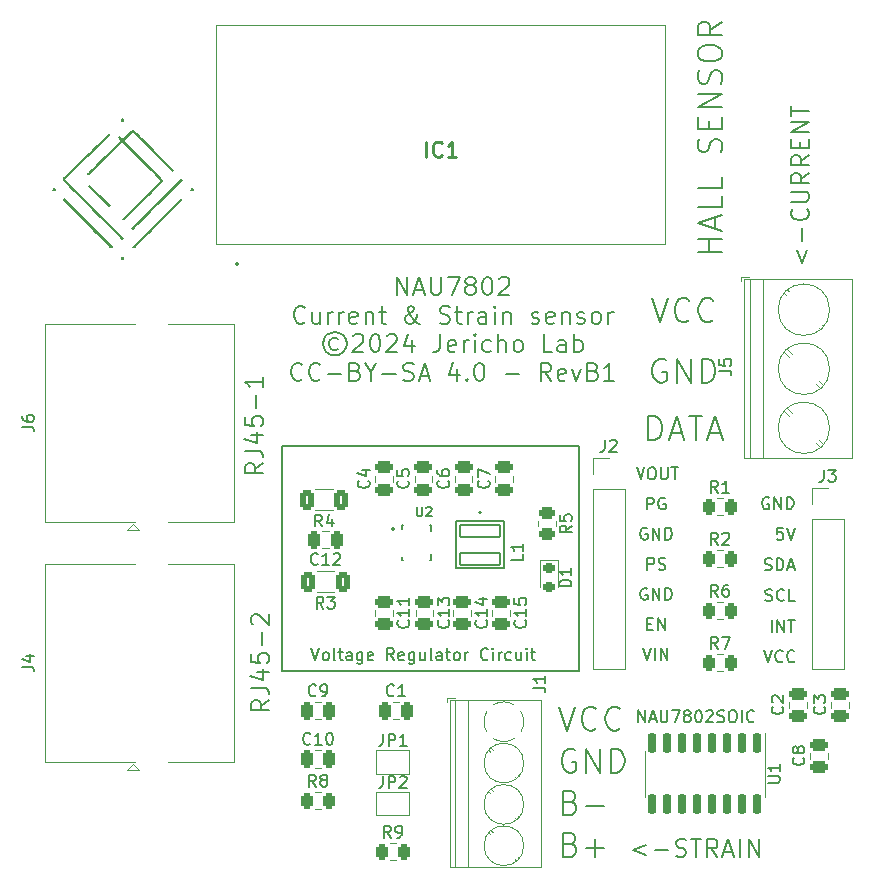
<source format=gbr>
%TF.GenerationSoftware,KiCad,Pcbnew,7.0.9*%
%TF.CreationDate,2024-04-08T21:40:24-04:00*%
%TF.ProjectId,WIRED-NAU7802-board-revB1,57495245-442d-44e4-9155-373830322d62,Rev B1*%
%TF.SameCoordinates,Original*%
%TF.FileFunction,Legend,Top*%
%TF.FilePolarity,Positive*%
%FSLAX46Y46*%
G04 Gerber Fmt 4.6, Leading zero omitted, Abs format (unit mm)*
G04 Created by KiCad (PCBNEW 7.0.9) date 2024-04-08 21:40:24*
%MOMM*%
%LPD*%
G01*
G04 APERTURE LIST*
G04 Aperture macros list*
%AMRoundRect*
0 Rectangle with rounded corners*
0 $1 Rounding radius*
0 $2 $3 $4 $5 $6 $7 $8 $9 X,Y pos of 4 corners*
0 Add a 4 corners polygon primitive as box body*
4,1,4,$2,$3,$4,$5,$6,$7,$8,$9,$2,$3,0*
0 Add four circle primitives for the rounded corners*
1,1,$1+$1,$2,$3*
1,1,$1+$1,$4,$5*
1,1,$1+$1,$6,$7*
1,1,$1+$1,$8,$9*
0 Add four rect primitives between the rounded corners*
20,1,$1+$1,$2,$3,$4,$5,0*
20,1,$1+$1,$4,$5,$6,$7,0*
20,1,$1+$1,$6,$7,$8,$9,0*
20,1,$1+$1,$8,$9,$2,$3,0*%
G04 Aperture macros list end*
%ADD10C,0.150000*%
%ADD11C,0.254000*%
%ADD12C,0.120000*%
%ADD13C,0.100000*%
%ADD14C,0.200000*%
%ADD15C,0.127000*%
%ADD16C,0.010000*%
%ADD17C,3.250000*%
%ADD18R,1.500000X1.500000*%
%ADD19C,1.500000*%
%ADD20C,2.300000*%
%ADD21C,1.680000*%
%ADD22C,1.800000*%
%ADD23RoundRect,0.102000X-1.700000X0.490000X-1.700000X-0.490000X1.700000X-0.490000X1.700000X0.490000X0*%
%ADD24RoundRect,0.250000X0.250000X0.475000X-0.250000X0.475000X-0.250000X-0.475000X0.250000X-0.475000X0*%
%ADD25RoundRect,0.250000X-0.262500X-0.450000X0.262500X-0.450000X0.262500X0.450000X-0.262500X0.450000X0*%
%ADD26R,1.000000X1.500000*%
%ADD27RoundRect,0.250000X-0.475000X0.250000X-0.475000X-0.250000X0.475000X-0.250000X0.475000X0.250000X0*%
%ADD28RoundRect,0.250000X-0.250000X-0.475000X0.250000X-0.475000X0.250000X0.475000X-0.250000X0.475000X0*%
%ADD29R,2.600000X2.600000*%
%ADD30C,2.600000*%
%ADD31C,3.500000*%
%ADD32RoundRect,0.250000X0.312500X0.625000X-0.312500X0.625000X-0.312500X-0.625000X0.312500X-0.625000X0*%
%ADD33RoundRect,0.250000X-0.450000X0.262500X-0.450000X-0.262500X0.450000X-0.262500X0.450000X0.262500X0*%
%ADD34RoundRect,0.250000X0.475000X-0.250000X0.475000X0.250000X-0.475000X0.250000X-0.475000X-0.250000X0*%
%ADD35R,1.700000X1.700000*%
%ADD36O,1.700000X1.700000*%
%ADD37RoundRect,0.218750X-0.256250X0.218750X-0.256250X-0.218750X0.256250X-0.218750X0.256250X0.218750X0*%
%ADD38R,2.400000X2.400000*%
%ADD39C,2.400000*%
%ADD40RoundRect,0.150000X-0.150000X0.725000X-0.150000X-0.725000X0.150000X-0.725000X0.150000X0.725000X0*%
G04 APERTURE END LIST*
D10*
X141743000Y-104806000D02*
X166889000Y-104806000D01*
X166889000Y-123856000D01*
X141743000Y-123856000D01*
X141743000Y-104806000D01*
X182673714Y-117907600D02*
X182816571Y-117955219D01*
X182816571Y-117955219D02*
X183054666Y-117955219D01*
X183054666Y-117955219D02*
X183149904Y-117907600D01*
X183149904Y-117907600D02*
X183197523Y-117859980D01*
X183197523Y-117859980D02*
X183245142Y-117764742D01*
X183245142Y-117764742D02*
X183245142Y-117669504D01*
X183245142Y-117669504D02*
X183197523Y-117574266D01*
X183197523Y-117574266D02*
X183149904Y-117526647D01*
X183149904Y-117526647D02*
X183054666Y-117479028D01*
X183054666Y-117479028D02*
X182864190Y-117431409D01*
X182864190Y-117431409D02*
X182768952Y-117383790D01*
X182768952Y-117383790D02*
X182721333Y-117336171D01*
X182721333Y-117336171D02*
X182673714Y-117240933D01*
X182673714Y-117240933D02*
X182673714Y-117145695D01*
X182673714Y-117145695D02*
X182721333Y-117050457D01*
X182721333Y-117050457D02*
X182768952Y-117002838D01*
X182768952Y-117002838D02*
X182864190Y-116955219D01*
X182864190Y-116955219D02*
X183102285Y-116955219D01*
X183102285Y-116955219D02*
X183245142Y-117002838D01*
X184245142Y-117859980D02*
X184197523Y-117907600D01*
X184197523Y-117907600D02*
X184054666Y-117955219D01*
X184054666Y-117955219D02*
X183959428Y-117955219D01*
X183959428Y-117955219D02*
X183816571Y-117907600D01*
X183816571Y-117907600D02*
X183721333Y-117812361D01*
X183721333Y-117812361D02*
X183673714Y-117717123D01*
X183673714Y-117717123D02*
X183626095Y-117526647D01*
X183626095Y-117526647D02*
X183626095Y-117383790D01*
X183626095Y-117383790D02*
X183673714Y-117193314D01*
X183673714Y-117193314D02*
X183721333Y-117098076D01*
X183721333Y-117098076D02*
X183816571Y-117002838D01*
X183816571Y-117002838D02*
X183959428Y-116955219D01*
X183959428Y-116955219D02*
X184054666Y-116955219D01*
X184054666Y-116955219D02*
X184197523Y-117002838D01*
X184197523Y-117002838D02*
X184245142Y-117050457D01*
X185149904Y-117955219D02*
X184673714Y-117955219D01*
X184673714Y-117955219D02*
X184673714Y-116955219D01*
X165227333Y-126933438D02*
X165893999Y-128933438D01*
X165893999Y-128933438D02*
X166560666Y-126933438D01*
X168370190Y-128742961D02*
X168274952Y-128838200D01*
X168274952Y-128838200D02*
X167989238Y-128933438D01*
X167989238Y-128933438D02*
X167798762Y-128933438D01*
X167798762Y-128933438D02*
X167513047Y-128838200D01*
X167513047Y-128838200D02*
X167322571Y-128647723D01*
X167322571Y-128647723D02*
X167227333Y-128457247D01*
X167227333Y-128457247D02*
X167132095Y-128076295D01*
X167132095Y-128076295D02*
X167132095Y-127790580D01*
X167132095Y-127790580D02*
X167227333Y-127409628D01*
X167227333Y-127409628D02*
X167322571Y-127219152D01*
X167322571Y-127219152D02*
X167513047Y-127028676D01*
X167513047Y-127028676D02*
X167798762Y-126933438D01*
X167798762Y-126933438D02*
X167989238Y-126933438D01*
X167989238Y-126933438D02*
X168274952Y-127028676D01*
X168274952Y-127028676D02*
X168370190Y-127123914D01*
X170370190Y-128742961D02*
X170274952Y-128838200D01*
X170274952Y-128838200D02*
X169989238Y-128933438D01*
X169989238Y-128933438D02*
X169798762Y-128933438D01*
X169798762Y-128933438D02*
X169513047Y-128838200D01*
X169513047Y-128838200D02*
X169322571Y-128647723D01*
X169322571Y-128647723D02*
X169227333Y-128457247D01*
X169227333Y-128457247D02*
X169132095Y-128076295D01*
X169132095Y-128076295D02*
X169132095Y-127790580D01*
X169132095Y-127790580D02*
X169227333Y-127409628D01*
X169227333Y-127409628D02*
X169322571Y-127219152D01*
X169322571Y-127219152D02*
X169513047Y-127028676D01*
X169513047Y-127028676D02*
X169798762Y-126933438D01*
X169798762Y-126933438D02*
X169989238Y-126933438D01*
X169989238Y-126933438D02*
X170274952Y-127028676D01*
X170274952Y-127028676D02*
X170370190Y-127123914D01*
X172656095Y-116913770D02*
X172560857Y-116866151D01*
X172560857Y-116866151D02*
X172418000Y-116866151D01*
X172418000Y-116866151D02*
X172275143Y-116913770D01*
X172275143Y-116913770D02*
X172179905Y-117009008D01*
X172179905Y-117009008D02*
X172132286Y-117104246D01*
X172132286Y-117104246D02*
X172084667Y-117294722D01*
X172084667Y-117294722D02*
X172084667Y-117437579D01*
X172084667Y-117437579D02*
X172132286Y-117628055D01*
X172132286Y-117628055D02*
X172179905Y-117723293D01*
X172179905Y-117723293D02*
X172275143Y-117818532D01*
X172275143Y-117818532D02*
X172418000Y-117866151D01*
X172418000Y-117866151D02*
X172513238Y-117866151D01*
X172513238Y-117866151D02*
X172656095Y-117818532D01*
X172656095Y-117818532D02*
X172703714Y-117770912D01*
X172703714Y-117770912D02*
X172703714Y-117437579D01*
X172703714Y-117437579D02*
X172513238Y-117437579D01*
X173132286Y-117866151D02*
X173132286Y-116866151D01*
X173132286Y-116866151D02*
X173703714Y-117866151D01*
X173703714Y-117866151D02*
X173703714Y-116866151D01*
X174179905Y-117866151D02*
X174179905Y-116866151D01*
X174179905Y-116866151D02*
X174418000Y-116866151D01*
X174418000Y-116866151D02*
X174560857Y-116913770D01*
X174560857Y-116913770D02*
X174656095Y-117009008D01*
X174656095Y-117009008D02*
X174703714Y-117104246D01*
X174703714Y-117104246D02*
X174751333Y-117294722D01*
X174751333Y-117294722D02*
X174751333Y-117437579D01*
X174751333Y-117437579D02*
X174703714Y-117628055D01*
X174703714Y-117628055D02*
X174656095Y-117723293D01*
X174656095Y-117723293D02*
X174560857Y-117818532D01*
X174560857Y-117818532D02*
X174418000Y-117866151D01*
X174418000Y-117866151D02*
X174179905Y-117866151D01*
X185360128Y-88232572D02*
X185788700Y-89375429D01*
X185788700Y-89375429D02*
X186217271Y-88232572D01*
X185788700Y-87518286D02*
X185788700Y-86375429D01*
X186217271Y-84804000D02*
X186288700Y-84875428D01*
X186288700Y-84875428D02*
X186360128Y-85089714D01*
X186360128Y-85089714D02*
X186360128Y-85232571D01*
X186360128Y-85232571D02*
X186288700Y-85446857D01*
X186288700Y-85446857D02*
X186145842Y-85589714D01*
X186145842Y-85589714D02*
X186002985Y-85661143D01*
X186002985Y-85661143D02*
X185717271Y-85732571D01*
X185717271Y-85732571D02*
X185502985Y-85732571D01*
X185502985Y-85732571D02*
X185217271Y-85661143D01*
X185217271Y-85661143D02*
X185074414Y-85589714D01*
X185074414Y-85589714D02*
X184931557Y-85446857D01*
X184931557Y-85446857D02*
X184860128Y-85232571D01*
X184860128Y-85232571D02*
X184860128Y-85089714D01*
X184860128Y-85089714D02*
X184931557Y-84875428D01*
X184931557Y-84875428D02*
X185002985Y-84804000D01*
X184860128Y-84161143D02*
X186074414Y-84161143D01*
X186074414Y-84161143D02*
X186217271Y-84089714D01*
X186217271Y-84089714D02*
X186288700Y-84018286D01*
X186288700Y-84018286D02*
X186360128Y-83875428D01*
X186360128Y-83875428D02*
X186360128Y-83589714D01*
X186360128Y-83589714D02*
X186288700Y-83446857D01*
X186288700Y-83446857D02*
X186217271Y-83375428D01*
X186217271Y-83375428D02*
X186074414Y-83304000D01*
X186074414Y-83304000D02*
X184860128Y-83304000D01*
X186360128Y-81732571D02*
X185645842Y-82232571D01*
X186360128Y-82589714D02*
X184860128Y-82589714D01*
X184860128Y-82589714D02*
X184860128Y-82018285D01*
X184860128Y-82018285D02*
X184931557Y-81875428D01*
X184931557Y-81875428D02*
X185002985Y-81803999D01*
X185002985Y-81803999D02*
X185145842Y-81732571D01*
X185145842Y-81732571D02*
X185360128Y-81732571D01*
X185360128Y-81732571D02*
X185502985Y-81803999D01*
X185502985Y-81803999D02*
X185574414Y-81875428D01*
X185574414Y-81875428D02*
X185645842Y-82018285D01*
X185645842Y-82018285D02*
X185645842Y-82589714D01*
X186360128Y-80232571D02*
X185645842Y-80732571D01*
X186360128Y-81089714D02*
X184860128Y-81089714D01*
X184860128Y-81089714D02*
X184860128Y-80518285D01*
X184860128Y-80518285D02*
X184931557Y-80375428D01*
X184931557Y-80375428D02*
X185002985Y-80303999D01*
X185002985Y-80303999D02*
X185145842Y-80232571D01*
X185145842Y-80232571D02*
X185360128Y-80232571D01*
X185360128Y-80232571D02*
X185502985Y-80303999D01*
X185502985Y-80303999D02*
X185574414Y-80375428D01*
X185574414Y-80375428D02*
X185645842Y-80518285D01*
X185645842Y-80518285D02*
X185645842Y-81089714D01*
X185574414Y-79589714D02*
X185574414Y-79089714D01*
X186360128Y-78875428D02*
X186360128Y-79589714D01*
X186360128Y-79589714D02*
X184860128Y-79589714D01*
X184860128Y-79589714D02*
X184860128Y-78875428D01*
X186360128Y-78232571D02*
X184860128Y-78232571D01*
X184860128Y-78232571D02*
X186360128Y-77375428D01*
X186360128Y-77375428D02*
X184860128Y-77375428D01*
X184860128Y-76875427D02*
X184860128Y-76018285D01*
X186360128Y-76446856D02*
X184860128Y-76446856D01*
X173101333Y-92339438D02*
X173767999Y-94339438D01*
X173767999Y-94339438D02*
X174434666Y-92339438D01*
X176244190Y-94148961D02*
X176148952Y-94244200D01*
X176148952Y-94244200D02*
X175863238Y-94339438D01*
X175863238Y-94339438D02*
X175672762Y-94339438D01*
X175672762Y-94339438D02*
X175387047Y-94244200D01*
X175387047Y-94244200D02*
X175196571Y-94053723D01*
X175196571Y-94053723D02*
X175101333Y-93863247D01*
X175101333Y-93863247D02*
X175006095Y-93482295D01*
X175006095Y-93482295D02*
X175006095Y-93196580D01*
X175006095Y-93196580D02*
X175101333Y-92815628D01*
X175101333Y-92815628D02*
X175196571Y-92625152D01*
X175196571Y-92625152D02*
X175387047Y-92434676D01*
X175387047Y-92434676D02*
X175672762Y-92339438D01*
X175672762Y-92339438D02*
X175863238Y-92339438D01*
X175863238Y-92339438D02*
X176148952Y-92434676D01*
X176148952Y-92434676D02*
X176244190Y-92529914D01*
X178244190Y-94148961D02*
X178148952Y-94244200D01*
X178148952Y-94244200D02*
X177863238Y-94339438D01*
X177863238Y-94339438D02*
X177672762Y-94339438D01*
X177672762Y-94339438D02*
X177387047Y-94244200D01*
X177387047Y-94244200D02*
X177196571Y-94053723D01*
X177196571Y-94053723D02*
X177101333Y-93863247D01*
X177101333Y-93863247D02*
X177006095Y-93482295D01*
X177006095Y-93482295D02*
X177006095Y-93196580D01*
X177006095Y-93196580D02*
X177101333Y-92815628D01*
X177101333Y-92815628D02*
X177196571Y-92625152D01*
X177196571Y-92625152D02*
X177387047Y-92434676D01*
X177387047Y-92434676D02*
X177672762Y-92339438D01*
X177672762Y-92339438D02*
X177863238Y-92339438D01*
X177863238Y-92339438D02*
X178148952Y-92434676D01*
X178148952Y-92434676D02*
X178244190Y-92529914D01*
X151495714Y-92059628D02*
X151495714Y-90559628D01*
X151495714Y-90559628D02*
X152352857Y-92059628D01*
X152352857Y-92059628D02*
X152352857Y-90559628D01*
X152995715Y-91631057D02*
X153710001Y-91631057D01*
X152852858Y-92059628D02*
X153352858Y-90559628D01*
X153352858Y-90559628D02*
X153852858Y-92059628D01*
X154352857Y-90559628D02*
X154352857Y-91773914D01*
X154352857Y-91773914D02*
X154424286Y-91916771D01*
X154424286Y-91916771D02*
X154495715Y-91988200D01*
X154495715Y-91988200D02*
X154638572Y-92059628D01*
X154638572Y-92059628D02*
X154924286Y-92059628D01*
X154924286Y-92059628D02*
X155067143Y-91988200D01*
X155067143Y-91988200D02*
X155138572Y-91916771D01*
X155138572Y-91916771D02*
X155210000Y-91773914D01*
X155210000Y-91773914D02*
X155210000Y-90559628D01*
X155781429Y-90559628D02*
X156781429Y-90559628D01*
X156781429Y-90559628D02*
X156138572Y-92059628D01*
X157567143Y-91202485D02*
X157424286Y-91131057D01*
X157424286Y-91131057D02*
X157352857Y-91059628D01*
X157352857Y-91059628D02*
X157281429Y-90916771D01*
X157281429Y-90916771D02*
X157281429Y-90845342D01*
X157281429Y-90845342D02*
X157352857Y-90702485D01*
X157352857Y-90702485D02*
X157424286Y-90631057D01*
X157424286Y-90631057D02*
X157567143Y-90559628D01*
X157567143Y-90559628D02*
X157852857Y-90559628D01*
X157852857Y-90559628D02*
X157995715Y-90631057D01*
X157995715Y-90631057D02*
X158067143Y-90702485D01*
X158067143Y-90702485D02*
X158138572Y-90845342D01*
X158138572Y-90845342D02*
X158138572Y-90916771D01*
X158138572Y-90916771D02*
X158067143Y-91059628D01*
X158067143Y-91059628D02*
X157995715Y-91131057D01*
X157995715Y-91131057D02*
X157852857Y-91202485D01*
X157852857Y-91202485D02*
X157567143Y-91202485D01*
X157567143Y-91202485D02*
X157424286Y-91273914D01*
X157424286Y-91273914D02*
X157352857Y-91345342D01*
X157352857Y-91345342D02*
X157281429Y-91488200D01*
X157281429Y-91488200D02*
X157281429Y-91773914D01*
X157281429Y-91773914D02*
X157352857Y-91916771D01*
X157352857Y-91916771D02*
X157424286Y-91988200D01*
X157424286Y-91988200D02*
X157567143Y-92059628D01*
X157567143Y-92059628D02*
X157852857Y-92059628D01*
X157852857Y-92059628D02*
X157995715Y-91988200D01*
X157995715Y-91988200D02*
X158067143Y-91916771D01*
X158067143Y-91916771D02*
X158138572Y-91773914D01*
X158138572Y-91773914D02*
X158138572Y-91488200D01*
X158138572Y-91488200D02*
X158067143Y-91345342D01*
X158067143Y-91345342D02*
X157995715Y-91273914D01*
X157995715Y-91273914D02*
X157852857Y-91202485D01*
X159067143Y-90559628D02*
X159210000Y-90559628D01*
X159210000Y-90559628D02*
X159352857Y-90631057D01*
X159352857Y-90631057D02*
X159424286Y-90702485D01*
X159424286Y-90702485D02*
X159495714Y-90845342D01*
X159495714Y-90845342D02*
X159567143Y-91131057D01*
X159567143Y-91131057D02*
X159567143Y-91488200D01*
X159567143Y-91488200D02*
X159495714Y-91773914D01*
X159495714Y-91773914D02*
X159424286Y-91916771D01*
X159424286Y-91916771D02*
X159352857Y-91988200D01*
X159352857Y-91988200D02*
X159210000Y-92059628D01*
X159210000Y-92059628D02*
X159067143Y-92059628D01*
X159067143Y-92059628D02*
X158924286Y-91988200D01*
X158924286Y-91988200D02*
X158852857Y-91916771D01*
X158852857Y-91916771D02*
X158781428Y-91773914D01*
X158781428Y-91773914D02*
X158710000Y-91488200D01*
X158710000Y-91488200D02*
X158710000Y-91131057D01*
X158710000Y-91131057D02*
X158781428Y-90845342D01*
X158781428Y-90845342D02*
X158852857Y-90702485D01*
X158852857Y-90702485D02*
X158924286Y-90631057D01*
X158924286Y-90631057D02*
X159067143Y-90559628D01*
X160138571Y-90702485D02*
X160209999Y-90631057D01*
X160209999Y-90631057D02*
X160352857Y-90559628D01*
X160352857Y-90559628D02*
X160709999Y-90559628D01*
X160709999Y-90559628D02*
X160852857Y-90631057D01*
X160852857Y-90631057D02*
X160924285Y-90702485D01*
X160924285Y-90702485D02*
X160995714Y-90845342D01*
X160995714Y-90845342D02*
X160995714Y-90988200D01*
X160995714Y-90988200D02*
X160924285Y-91202485D01*
X160924285Y-91202485D02*
X160067142Y-92059628D01*
X160067142Y-92059628D02*
X160995714Y-92059628D01*
X143674286Y-94331771D02*
X143602858Y-94403200D01*
X143602858Y-94403200D02*
X143388572Y-94474628D01*
X143388572Y-94474628D02*
X143245715Y-94474628D01*
X143245715Y-94474628D02*
X143031429Y-94403200D01*
X143031429Y-94403200D02*
X142888572Y-94260342D01*
X142888572Y-94260342D02*
X142817143Y-94117485D01*
X142817143Y-94117485D02*
X142745715Y-93831771D01*
X142745715Y-93831771D02*
X142745715Y-93617485D01*
X142745715Y-93617485D02*
X142817143Y-93331771D01*
X142817143Y-93331771D02*
X142888572Y-93188914D01*
X142888572Y-93188914D02*
X143031429Y-93046057D01*
X143031429Y-93046057D02*
X143245715Y-92974628D01*
X143245715Y-92974628D02*
X143388572Y-92974628D01*
X143388572Y-92974628D02*
X143602858Y-93046057D01*
X143602858Y-93046057D02*
X143674286Y-93117485D01*
X144960001Y-93474628D02*
X144960001Y-94474628D01*
X144317143Y-93474628D02*
X144317143Y-94260342D01*
X144317143Y-94260342D02*
X144388572Y-94403200D01*
X144388572Y-94403200D02*
X144531429Y-94474628D01*
X144531429Y-94474628D02*
X144745715Y-94474628D01*
X144745715Y-94474628D02*
X144888572Y-94403200D01*
X144888572Y-94403200D02*
X144960001Y-94331771D01*
X145674286Y-94474628D02*
X145674286Y-93474628D01*
X145674286Y-93760342D02*
X145745715Y-93617485D01*
X145745715Y-93617485D02*
X145817144Y-93546057D01*
X145817144Y-93546057D02*
X145960001Y-93474628D01*
X145960001Y-93474628D02*
X146102858Y-93474628D01*
X146602857Y-94474628D02*
X146602857Y-93474628D01*
X146602857Y-93760342D02*
X146674286Y-93617485D01*
X146674286Y-93617485D02*
X146745715Y-93546057D01*
X146745715Y-93546057D02*
X146888572Y-93474628D01*
X146888572Y-93474628D02*
X147031429Y-93474628D01*
X148102857Y-94403200D02*
X147960000Y-94474628D01*
X147960000Y-94474628D02*
X147674286Y-94474628D01*
X147674286Y-94474628D02*
X147531428Y-94403200D01*
X147531428Y-94403200D02*
X147460000Y-94260342D01*
X147460000Y-94260342D02*
X147460000Y-93688914D01*
X147460000Y-93688914D02*
X147531428Y-93546057D01*
X147531428Y-93546057D02*
X147674286Y-93474628D01*
X147674286Y-93474628D02*
X147960000Y-93474628D01*
X147960000Y-93474628D02*
X148102857Y-93546057D01*
X148102857Y-93546057D02*
X148174286Y-93688914D01*
X148174286Y-93688914D02*
X148174286Y-93831771D01*
X148174286Y-93831771D02*
X147460000Y-93974628D01*
X148817142Y-93474628D02*
X148817142Y-94474628D01*
X148817142Y-93617485D02*
X148888571Y-93546057D01*
X148888571Y-93546057D02*
X149031428Y-93474628D01*
X149031428Y-93474628D02*
X149245714Y-93474628D01*
X149245714Y-93474628D02*
X149388571Y-93546057D01*
X149388571Y-93546057D02*
X149460000Y-93688914D01*
X149460000Y-93688914D02*
X149460000Y-94474628D01*
X149960000Y-93474628D02*
X150531428Y-93474628D01*
X150174285Y-92974628D02*
X150174285Y-94260342D01*
X150174285Y-94260342D02*
X150245714Y-94403200D01*
X150245714Y-94403200D02*
X150388571Y-94474628D01*
X150388571Y-94474628D02*
X150531428Y-94474628D01*
X153388571Y-94474628D02*
X153317143Y-94474628D01*
X153317143Y-94474628D02*
X153174285Y-94403200D01*
X153174285Y-94403200D02*
X152960000Y-94188914D01*
X152960000Y-94188914D02*
X152602857Y-93760342D01*
X152602857Y-93760342D02*
X152460000Y-93546057D01*
X152460000Y-93546057D02*
X152388571Y-93331771D01*
X152388571Y-93331771D02*
X152388571Y-93188914D01*
X152388571Y-93188914D02*
X152460000Y-93046057D01*
X152460000Y-93046057D02*
X152602857Y-92974628D01*
X152602857Y-92974628D02*
X152674285Y-92974628D01*
X152674285Y-92974628D02*
X152817143Y-93046057D01*
X152817143Y-93046057D02*
X152888571Y-93188914D01*
X152888571Y-93188914D02*
X152888571Y-93260342D01*
X152888571Y-93260342D02*
X152817143Y-93403200D01*
X152817143Y-93403200D02*
X152745714Y-93474628D01*
X152745714Y-93474628D02*
X152317143Y-93760342D01*
X152317143Y-93760342D02*
X152245714Y-93831771D01*
X152245714Y-93831771D02*
X152174285Y-93974628D01*
X152174285Y-93974628D02*
X152174285Y-94188914D01*
X152174285Y-94188914D02*
X152245714Y-94331771D01*
X152245714Y-94331771D02*
X152317143Y-94403200D01*
X152317143Y-94403200D02*
X152460000Y-94474628D01*
X152460000Y-94474628D02*
X152674285Y-94474628D01*
X152674285Y-94474628D02*
X152817143Y-94403200D01*
X152817143Y-94403200D02*
X152888571Y-94331771D01*
X152888571Y-94331771D02*
X153102857Y-94046057D01*
X153102857Y-94046057D02*
X153174285Y-93831771D01*
X153174285Y-93831771D02*
X153174285Y-93688914D01*
X155102857Y-94403200D02*
X155317143Y-94474628D01*
X155317143Y-94474628D02*
X155674285Y-94474628D01*
X155674285Y-94474628D02*
X155817143Y-94403200D01*
X155817143Y-94403200D02*
X155888571Y-94331771D01*
X155888571Y-94331771D02*
X155960000Y-94188914D01*
X155960000Y-94188914D02*
X155960000Y-94046057D01*
X155960000Y-94046057D02*
X155888571Y-93903200D01*
X155888571Y-93903200D02*
X155817143Y-93831771D01*
X155817143Y-93831771D02*
X155674285Y-93760342D01*
X155674285Y-93760342D02*
X155388571Y-93688914D01*
X155388571Y-93688914D02*
X155245714Y-93617485D01*
X155245714Y-93617485D02*
X155174285Y-93546057D01*
X155174285Y-93546057D02*
X155102857Y-93403200D01*
X155102857Y-93403200D02*
X155102857Y-93260342D01*
X155102857Y-93260342D02*
X155174285Y-93117485D01*
X155174285Y-93117485D02*
X155245714Y-93046057D01*
X155245714Y-93046057D02*
X155388571Y-92974628D01*
X155388571Y-92974628D02*
X155745714Y-92974628D01*
X155745714Y-92974628D02*
X155960000Y-93046057D01*
X156388571Y-93474628D02*
X156959999Y-93474628D01*
X156602856Y-92974628D02*
X156602856Y-94260342D01*
X156602856Y-94260342D02*
X156674285Y-94403200D01*
X156674285Y-94403200D02*
X156817142Y-94474628D01*
X156817142Y-94474628D02*
X156959999Y-94474628D01*
X157459999Y-94474628D02*
X157459999Y-93474628D01*
X157459999Y-93760342D02*
X157531428Y-93617485D01*
X157531428Y-93617485D02*
X157602857Y-93546057D01*
X157602857Y-93546057D02*
X157745714Y-93474628D01*
X157745714Y-93474628D02*
X157888571Y-93474628D01*
X159031428Y-94474628D02*
X159031428Y-93688914D01*
X159031428Y-93688914D02*
X158959999Y-93546057D01*
X158959999Y-93546057D02*
X158817142Y-93474628D01*
X158817142Y-93474628D02*
X158531428Y-93474628D01*
X158531428Y-93474628D02*
X158388570Y-93546057D01*
X159031428Y-94403200D02*
X158888570Y-94474628D01*
X158888570Y-94474628D02*
X158531428Y-94474628D01*
X158531428Y-94474628D02*
X158388570Y-94403200D01*
X158388570Y-94403200D02*
X158317142Y-94260342D01*
X158317142Y-94260342D02*
X158317142Y-94117485D01*
X158317142Y-94117485D02*
X158388570Y-93974628D01*
X158388570Y-93974628D02*
X158531428Y-93903200D01*
X158531428Y-93903200D02*
X158888570Y-93903200D01*
X158888570Y-93903200D02*
X159031428Y-93831771D01*
X159745713Y-94474628D02*
X159745713Y-93474628D01*
X159745713Y-92974628D02*
X159674285Y-93046057D01*
X159674285Y-93046057D02*
X159745713Y-93117485D01*
X159745713Y-93117485D02*
X159817142Y-93046057D01*
X159817142Y-93046057D02*
X159745713Y-92974628D01*
X159745713Y-92974628D02*
X159745713Y-93117485D01*
X160459999Y-93474628D02*
X160459999Y-94474628D01*
X160459999Y-93617485D02*
X160531428Y-93546057D01*
X160531428Y-93546057D02*
X160674285Y-93474628D01*
X160674285Y-93474628D02*
X160888571Y-93474628D01*
X160888571Y-93474628D02*
X161031428Y-93546057D01*
X161031428Y-93546057D02*
X161102857Y-93688914D01*
X161102857Y-93688914D02*
X161102857Y-94474628D01*
X162888571Y-94403200D02*
X163031428Y-94474628D01*
X163031428Y-94474628D02*
X163317142Y-94474628D01*
X163317142Y-94474628D02*
X163459999Y-94403200D01*
X163459999Y-94403200D02*
X163531428Y-94260342D01*
X163531428Y-94260342D02*
X163531428Y-94188914D01*
X163531428Y-94188914D02*
X163459999Y-94046057D01*
X163459999Y-94046057D02*
X163317142Y-93974628D01*
X163317142Y-93974628D02*
X163102857Y-93974628D01*
X163102857Y-93974628D02*
X162959999Y-93903200D01*
X162959999Y-93903200D02*
X162888571Y-93760342D01*
X162888571Y-93760342D02*
X162888571Y-93688914D01*
X162888571Y-93688914D02*
X162959999Y-93546057D01*
X162959999Y-93546057D02*
X163102857Y-93474628D01*
X163102857Y-93474628D02*
X163317142Y-93474628D01*
X163317142Y-93474628D02*
X163459999Y-93546057D01*
X164745714Y-94403200D02*
X164602857Y-94474628D01*
X164602857Y-94474628D02*
X164317143Y-94474628D01*
X164317143Y-94474628D02*
X164174285Y-94403200D01*
X164174285Y-94403200D02*
X164102857Y-94260342D01*
X164102857Y-94260342D02*
X164102857Y-93688914D01*
X164102857Y-93688914D02*
X164174285Y-93546057D01*
X164174285Y-93546057D02*
X164317143Y-93474628D01*
X164317143Y-93474628D02*
X164602857Y-93474628D01*
X164602857Y-93474628D02*
X164745714Y-93546057D01*
X164745714Y-93546057D02*
X164817143Y-93688914D01*
X164817143Y-93688914D02*
X164817143Y-93831771D01*
X164817143Y-93831771D02*
X164102857Y-93974628D01*
X165459999Y-93474628D02*
X165459999Y-94474628D01*
X165459999Y-93617485D02*
X165531428Y-93546057D01*
X165531428Y-93546057D02*
X165674285Y-93474628D01*
X165674285Y-93474628D02*
X165888571Y-93474628D01*
X165888571Y-93474628D02*
X166031428Y-93546057D01*
X166031428Y-93546057D02*
X166102857Y-93688914D01*
X166102857Y-93688914D02*
X166102857Y-94474628D01*
X166745714Y-94403200D02*
X166888571Y-94474628D01*
X166888571Y-94474628D02*
X167174285Y-94474628D01*
X167174285Y-94474628D02*
X167317142Y-94403200D01*
X167317142Y-94403200D02*
X167388571Y-94260342D01*
X167388571Y-94260342D02*
X167388571Y-94188914D01*
X167388571Y-94188914D02*
X167317142Y-94046057D01*
X167317142Y-94046057D02*
X167174285Y-93974628D01*
X167174285Y-93974628D02*
X166960000Y-93974628D01*
X166960000Y-93974628D02*
X166817142Y-93903200D01*
X166817142Y-93903200D02*
X166745714Y-93760342D01*
X166745714Y-93760342D02*
X166745714Y-93688914D01*
X166745714Y-93688914D02*
X166817142Y-93546057D01*
X166817142Y-93546057D02*
X166960000Y-93474628D01*
X166960000Y-93474628D02*
X167174285Y-93474628D01*
X167174285Y-93474628D02*
X167317142Y-93546057D01*
X168245714Y-94474628D02*
X168102857Y-94403200D01*
X168102857Y-94403200D02*
X168031428Y-94331771D01*
X168031428Y-94331771D02*
X167960000Y-94188914D01*
X167960000Y-94188914D02*
X167960000Y-93760342D01*
X167960000Y-93760342D02*
X168031428Y-93617485D01*
X168031428Y-93617485D02*
X168102857Y-93546057D01*
X168102857Y-93546057D02*
X168245714Y-93474628D01*
X168245714Y-93474628D02*
X168460000Y-93474628D01*
X168460000Y-93474628D02*
X168602857Y-93546057D01*
X168602857Y-93546057D02*
X168674286Y-93617485D01*
X168674286Y-93617485D02*
X168745714Y-93760342D01*
X168745714Y-93760342D02*
X168745714Y-94188914D01*
X168745714Y-94188914D02*
X168674286Y-94331771D01*
X168674286Y-94331771D02*
X168602857Y-94403200D01*
X168602857Y-94403200D02*
X168460000Y-94474628D01*
X168460000Y-94474628D02*
X168245714Y-94474628D01*
X169388571Y-94474628D02*
X169388571Y-93474628D01*
X169388571Y-93760342D02*
X169460000Y-93617485D01*
X169460000Y-93617485D02*
X169531429Y-93546057D01*
X169531429Y-93546057D02*
X169674286Y-93474628D01*
X169674286Y-93474628D02*
X169817143Y-93474628D01*
X146495715Y-95746771D02*
X146352858Y-95675342D01*
X146352858Y-95675342D02*
X146067144Y-95675342D01*
X146067144Y-95675342D02*
X145924287Y-95746771D01*
X145924287Y-95746771D02*
X145781429Y-95889628D01*
X145781429Y-95889628D02*
X145710001Y-96032485D01*
X145710001Y-96032485D02*
X145710001Y-96318200D01*
X145710001Y-96318200D02*
X145781429Y-96461057D01*
X145781429Y-96461057D02*
X145924287Y-96603914D01*
X145924287Y-96603914D02*
X146067144Y-96675342D01*
X146067144Y-96675342D02*
X146352858Y-96675342D01*
X146352858Y-96675342D02*
X146495715Y-96603914D01*
X146210001Y-95175342D02*
X145852858Y-95246771D01*
X145852858Y-95246771D02*
X145495715Y-95461057D01*
X145495715Y-95461057D02*
X145281429Y-95818200D01*
X145281429Y-95818200D02*
X145210001Y-96175342D01*
X145210001Y-96175342D02*
X145281429Y-96532485D01*
X145281429Y-96532485D02*
X145495715Y-96889628D01*
X145495715Y-96889628D02*
X145852858Y-97103914D01*
X145852858Y-97103914D02*
X146210001Y-97175342D01*
X146210001Y-97175342D02*
X146567144Y-97103914D01*
X146567144Y-97103914D02*
X146924287Y-96889628D01*
X146924287Y-96889628D02*
X147138572Y-96532485D01*
X147138572Y-96532485D02*
X147210001Y-96175342D01*
X147210001Y-96175342D02*
X147138572Y-95818200D01*
X147138572Y-95818200D02*
X146924287Y-95461057D01*
X146924287Y-95461057D02*
X146567144Y-95246771D01*
X146567144Y-95246771D02*
X146210001Y-95175342D01*
X147781430Y-95532485D02*
X147852858Y-95461057D01*
X147852858Y-95461057D02*
X147995716Y-95389628D01*
X147995716Y-95389628D02*
X148352858Y-95389628D01*
X148352858Y-95389628D02*
X148495716Y-95461057D01*
X148495716Y-95461057D02*
X148567144Y-95532485D01*
X148567144Y-95532485D02*
X148638573Y-95675342D01*
X148638573Y-95675342D02*
X148638573Y-95818200D01*
X148638573Y-95818200D02*
X148567144Y-96032485D01*
X148567144Y-96032485D02*
X147710001Y-96889628D01*
X147710001Y-96889628D02*
X148638573Y-96889628D01*
X149567144Y-95389628D02*
X149710001Y-95389628D01*
X149710001Y-95389628D02*
X149852858Y-95461057D01*
X149852858Y-95461057D02*
X149924287Y-95532485D01*
X149924287Y-95532485D02*
X149995715Y-95675342D01*
X149995715Y-95675342D02*
X150067144Y-95961057D01*
X150067144Y-95961057D02*
X150067144Y-96318200D01*
X150067144Y-96318200D02*
X149995715Y-96603914D01*
X149995715Y-96603914D02*
X149924287Y-96746771D01*
X149924287Y-96746771D02*
X149852858Y-96818200D01*
X149852858Y-96818200D02*
X149710001Y-96889628D01*
X149710001Y-96889628D02*
X149567144Y-96889628D01*
X149567144Y-96889628D02*
X149424287Y-96818200D01*
X149424287Y-96818200D02*
X149352858Y-96746771D01*
X149352858Y-96746771D02*
X149281429Y-96603914D01*
X149281429Y-96603914D02*
X149210001Y-96318200D01*
X149210001Y-96318200D02*
X149210001Y-95961057D01*
X149210001Y-95961057D02*
X149281429Y-95675342D01*
X149281429Y-95675342D02*
X149352858Y-95532485D01*
X149352858Y-95532485D02*
X149424287Y-95461057D01*
X149424287Y-95461057D02*
X149567144Y-95389628D01*
X150638572Y-95532485D02*
X150710000Y-95461057D01*
X150710000Y-95461057D02*
X150852858Y-95389628D01*
X150852858Y-95389628D02*
X151210000Y-95389628D01*
X151210000Y-95389628D02*
X151352858Y-95461057D01*
X151352858Y-95461057D02*
X151424286Y-95532485D01*
X151424286Y-95532485D02*
X151495715Y-95675342D01*
X151495715Y-95675342D02*
X151495715Y-95818200D01*
X151495715Y-95818200D02*
X151424286Y-96032485D01*
X151424286Y-96032485D02*
X150567143Y-96889628D01*
X150567143Y-96889628D02*
X151495715Y-96889628D01*
X152781429Y-95889628D02*
X152781429Y-96889628D01*
X152424286Y-95318200D02*
X152067143Y-96389628D01*
X152067143Y-96389628D02*
X152995714Y-96389628D01*
X155138571Y-95389628D02*
X155138571Y-96461057D01*
X155138571Y-96461057D02*
X155067142Y-96675342D01*
X155067142Y-96675342D02*
X154924285Y-96818200D01*
X154924285Y-96818200D02*
X154709999Y-96889628D01*
X154709999Y-96889628D02*
X154567142Y-96889628D01*
X156424285Y-96818200D02*
X156281428Y-96889628D01*
X156281428Y-96889628D02*
X155995714Y-96889628D01*
X155995714Y-96889628D02*
X155852856Y-96818200D01*
X155852856Y-96818200D02*
X155781428Y-96675342D01*
X155781428Y-96675342D02*
X155781428Y-96103914D01*
X155781428Y-96103914D02*
X155852856Y-95961057D01*
X155852856Y-95961057D02*
X155995714Y-95889628D01*
X155995714Y-95889628D02*
X156281428Y-95889628D01*
X156281428Y-95889628D02*
X156424285Y-95961057D01*
X156424285Y-95961057D02*
X156495714Y-96103914D01*
X156495714Y-96103914D02*
X156495714Y-96246771D01*
X156495714Y-96246771D02*
X155781428Y-96389628D01*
X157138570Y-96889628D02*
X157138570Y-95889628D01*
X157138570Y-96175342D02*
X157209999Y-96032485D01*
X157209999Y-96032485D02*
X157281428Y-95961057D01*
X157281428Y-95961057D02*
X157424285Y-95889628D01*
X157424285Y-95889628D02*
X157567142Y-95889628D01*
X158067141Y-96889628D02*
X158067141Y-95889628D01*
X158067141Y-95389628D02*
X157995713Y-95461057D01*
X157995713Y-95461057D02*
X158067141Y-95532485D01*
X158067141Y-95532485D02*
X158138570Y-95461057D01*
X158138570Y-95461057D02*
X158067141Y-95389628D01*
X158067141Y-95389628D02*
X158067141Y-95532485D01*
X159424285Y-96818200D02*
X159281427Y-96889628D01*
X159281427Y-96889628D02*
X158995713Y-96889628D01*
X158995713Y-96889628D02*
X158852856Y-96818200D01*
X158852856Y-96818200D02*
X158781427Y-96746771D01*
X158781427Y-96746771D02*
X158709999Y-96603914D01*
X158709999Y-96603914D02*
X158709999Y-96175342D01*
X158709999Y-96175342D02*
X158781427Y-96032485D01*
X158781427Y-96032485D02*
X158852856Y-95961057D01*
X158852856Y-95961057D02*
X158995713Y-95889628D01*
X158995713Y-95889628D02*
X159281427Y-95889628D01*
X159281427Y-95889628D02*
X159424285Y-95961057D01*
X160067141Y-96889628D02*
X160067141Y-95389628D01*
X160709999Y-96889628D02*
X160709999Y-96103914D01*
X160709999Y-96103914D02*
X160638570Y-95961057D01*
X160638570Y-95961057D02*
X160495713Y-95889628D01*
X160495713Y-95889628D02*
X160281427Y-95889628D01*
X160281427Y-95889628D02*
X160138570Y-95961057D01*
X160138570Y-95961057D02*
X160067141Y-96032485D01*
X161638570Y-96889628D02*
X161495713Y-96818200D01*
X161495713Y-96818200D02*
X161424284Y-96746771D01*
X161424284Y-96746771D02*
X161352856Y-96603914D01*
X161352856Y-96603914D02*
X161352856Y-96175342D01*
X161352856Y-96175342D02*
X161424284Y-96032485D01*
X161424284Y-96032485D02*
X161495713Y-95961057D01*
X161495713Y-95961057D02*
X161638570Y-95889628D01*
X161638570Y-95889628D02*
X161852856Y-95889628D01*
X161852856Y-95889628D02*
X161995713Y-95961057D01*
X161995713Y-95961057D02*
X162067142Y-96032485D01*
X162067142Y-96032485D02*
X162138570Y-96175342D01*
X162138570Y-96175342D02*
X162138570Y-96603914D01*
X162138570Y-96603914D02*
X162067142Y-96746771D01*
X162067142Y-96746771D02*
X161995713Y-96818200D01*
X161995713Y-96818200D02*
X161852856Y-96889628D01*
X161852856Y-96889628D02*
X161638570Y-96889628D01*
X164638570Y-96889628D02*
X163924284Y-96889628D01*
X163924284Y-96889628D02*
X163924284Y-95389628D01*
X165781428Y-96889628D02*
X165781428Y-96103914D01*
X165781428Y-96103914D02*
X165709999Y-95961057D01*
X165709999Y-95961057D02*
X165567142Y-95889628D01*
X165567142Y-95889628D02*
X165281428Y-95889628D01*
X165281428Y-95889628D02*
X165138570Y-95961057D01*
X165781428Y-96818200D02*
X165638570Y-96889628D01*
X165638570Y-96889628D02*
X165281428Y-96889628D01*
X165281428Y-96889628D02*
X165138570Y-96818200D01*
X165138570Y-96818200D02*
X165067142Y-96675342D01*
X165067142Y-96675342D02*
X165067142Y-96532485D01*
X165067142Y-96532485D02*
X165138570Y-96389628D01*
X165138570Y-96389628D02*
X165281428Y-96318200D01*
X165281428Y-96318200D02*
X165638570Y-96318200D01*
X165638570Y-96318200D02*
X165781428Y-96246771D01*
X166495713Y-96889628D02*
X166495713Y-95389628D01*
X166495713Y-95961057D02*
X166638571Y-95889628D01*
X166638571Y-95889628D02*
X166924285Y-95889628D01*
X166924285Y-95889628D02*
X167067142Y-95961057D01*
X167067142Y-95961057D02*
X167138571Y-96032485D01*
X167138571Y-96032485D02*
X167209999Y-96175342D01*
X167209999Y-96175342D02*
X167209999Y-96603914D01*
X167209999Y-96603914D02*
X167138571Y-96746771D01*
X167138571Y-96746771D02*
X167067142Y-96818200D01*
X167067142Y-96818200D02*
X166924285Y-96889628D01*
X166924285Y-96889628D02*
X166638571Y-96889628D01*
X166638571Y-96889628D02*
X166495713Y-96818200D01*
X143460001Y-99161771D02*
X143388573Y-99233200D01*
X143388573Y-99233200D02*
X143174287Y-99304628D01*
X143174287Y-99304628D02*
X143031430Y-99304628D01*
X143031430Y-99304628D02*
X142817144Y-99233200D01*
X142817144Y-99233200D02*
X142674287Y-99090342D01*
X142674287Y-99090342D02*
X142602858Y-98947485D01*
X142602858Y-98947485D02*
X142531430Y-98661771D01*
X142531430Y-98661771D02*
X142531430Y-98447485D01*
X142531430Y-98447485D02*
X142602858Y-98161771D01*
X142602858Y-98161771D02*
X142674287Y-98018914D01*
X142674287Y-98018914D02*
X142817144Y-97876057D01*
X142817144Y-97876057D02*
X143031430Y-97804628D01*
X143031430Y-97804628D02*
X143174287Y-97804628D01*
X143174287Y-97804628D02*
X143388573Y-97876057D01*
X143388573Y-97876057D02*
X143460001Y-97947485D01*
X144960001Y-99161771D02*
X144888573Y-99233200D01*
X144888573Y-99233200D02*
X144674287Y-99304628D01*
X144674287Y-99304628D02*
X144531430Y-99304628D01*
X144531430Y-99304628D02*
X144317144Y-99233200D01*
X144317144Y-99233200D02*
X144174287Y-99090342D01*
X144174287Y-99090342D02*
X144102858Y-98947485D01*
X144102858Y-98947485D02*
X144031430Y-98661771D01*
X144031430Y-98661771D02*
X144031430Y-98447485D01*
X144031430Y-98447485D02*
X144102858Y-98161771D01*
X144102858Y-98161771D02*
X144174287Y-98018914D01*
X144174287Y-98018914D02*
X144317144Y-97876057D01*
X144317144Y-97876057D02*
X144531430Y-97804628D01*
X144531430Y-97804628D02*
X144674287Y-97804628D01*
X144674287Y-97804628D02*
X144888573Y-97876057D01*
X144888573Y-97876057D02*
X144960001Y-97947485D01*
X145602858Y-98733200D02*
X146745716Y-98733200D01*
X147960001Y-98518914D02*
X148174287Y-98590342D01*
X148174287Y-98590342D02*
X148245716Y-98661771D01*
X148245716Y-98661771D02*
X148317144Y-98804628D01*
X148317144Y-98804628D02*
X148317144Y-99018914D01*
X148317144Y-99018914D02*
X148245716Y-99161771D01*
X148245716Y-99161771D02*
X148174287Y-99233200D01*
X148174287Y-99233200D02*
X148031430Y-99304628D01*
X148031430Y-99304628D02*
X147460001Y-99304628D01*
X147460001Y-99304628D02*
X147460001Y-97804628D01*
X147460001Y-97804628D02*
X147960001Y-97804628D01*
X147960001Y-97804628D02*
X148102859Y-97876057D01*
X148102859Y-97876057D02*
X148174287Y-97947485D01*
X148174287Y-97947485D02*
X148245716Y-98090342D01*
X148245716Y-98090342D02*
X148245716Y-98233200D01*
X148245716Y-98233200D02*
X148174287Y-98376057D01*
X148174287Y-98376057D02*
X148102859Y-98447485D01*
X148102859Y-98447485D02*
X147960001Y-98518914D01*
X147960001Y-98518914D02*
X147460001Y-98518914D01*
X149245716Y-98590342D02*
X149245716Y-99304628D01*
X148745716Y-97804628D02*
X149245716Y-98590342D01*
X149245716Y-98590342D02*
X149745716Y-97804628D01*
X150245715Y-98733200D02*
X151388573Y-98733200D01*
X152031430Y-99233200D02*
X152245716Y-99304628D01*
X152245716Y-99304628D02*
X152602858Y-99304628D01*
X152602858Y-99304628D02*
X152745716Y-99233200D01*
X152745716Y-99233200D02*
X152817144Y-99161771D01*
X152817144Y-99161771D02*
X152888573Y-99018914D01*
X152888573Y-99018914D02*
X152888573Y-98876057D01*
X152888573Y-98876057D02*
X152817144Y-98733200D01*
X152817144Y-98733200D02*
X152745716Y-98661771D01*
X152745716Y-98661771D02*
X152602858Y-98590342D01*
X152602858Y-98590342D02*
X152317144Y-98518914D01*
X152317144Y-98518914D02*
X152174287Y-98447485D01*
X152174287Y-98447485D02*
X152102858Y-98376057D01*
X152102858Y-98376057D02*
X152031430Y-98233200D01*
X152031430Y-98233200D02*
X152031430Y-98090342D01*
X152031430Y-98090342D02*
X152102858Y-97947485D01*
X152102858Y-97947485D02*
X152174287Y-97876057D01*
X152174287Y-97876057D02*
X152317144Y-97804628D01*
X152317144Y-97804628D02*
X152674287Y-97804628D01*
X152674287Y-97804628D02*
X152888573Y-97876057D01*
X153460001Y-98876057D02*
X154174287Y-98876057D01*
X153317144Y-99304628D02*
X153817144Y-97804628D01*
X153817144Y-97804628D02*
X154317144Y-99304628D01*
X156602858Y-98304628D02*
X156602858Y-99304628D01*
X156245715Y-97733200D02*
X155888572Y-98804628D01*
X155888572Y-98804628D02*
X156817143Y-98804628D01*
X157388571Y-99161771D02*
X157460000Y-99233200D01*
X157460000Y-99233200D02*
X157388571Y-99304628D01*
X157388571Y-99304628D02*
X157317143Y-99233200D01*
X157317143Y-99233200D02*
X157388571Y-99161771D01*
X157388571Y-99161771D02*
X157388571Y-99304628D01*
X158388572Y-97804628D02*
X158531429Y-97804628D01*
X158531429Y-97804628D02*
X158674286Y-97876057D01*
X158674286Y-97876057D02*
X158745715Y-97947485D01*
X158745715Y-97947485D02*
X158817143Y-98090342D01*
X158817143Y-98090342D02*
X158888572Y-98376057D01*
X158888572Y-98376057D02*
X158888572Y-98733200D01*
X158888572Y-98733200D02*
X158817143Y-99018914D01*
X158817143Y-99018914D02*
X158745715Y-99161771D01*
X158745715Y-99161771D02*
X158674286Y-99233200D01*
X158674286Y-99233200D02*
X158531429Y-99304628D01*
X158531429Y-99304628D02*
X158388572Y-99304628D01*
X158388572Y-99304628D02*
X158245715Y-99233200D01*
X158245715Y-99233200D02*
X158174286Y-99161771D01*
X158174286Y-99161771D02*
X158102857Y-99018914D01*
X158102857Y-99018914D02*
X158031429Y-98733200D01*
X158031429Y-98733200D02*
X158031429Y-98376057D01*
X158031429Y-98376057D02*
X158102857Y-98090342D01*
X158102857Y-98090342D02*
X158174286Y-97947485D01*
X158174286Y-97947485D02*
X158245715Y-97876057D01*
X158245715Y-97876057D02*
X158388572Y-97804628D01*
X160674285Y-98733200D02*
X161817143Y-98733200D01*
X164531428Y-99304628D02*
X164031428Y-98590342D01*
X163674285Y-99304628D02*
X163674285Y-97804628D01*
X163674285Y-97804628D02*
X164245714Y-97804628D01*
X164245714Y-97804628D02*
X164388571Y-97876057D01*
X164388571Y-97876057D02*
X164460000Y-97947485D01*
X164460000Y-97947485D02*
X164531428Y-98090342D01*
X164531428Y-98090342D02*
X164531428Y-98304628D01*
X164531428Y-98304628D02*
X164460000Y-98447485D01*
X164460000Y-98447485D02*
X164388571Y-98518914D01*
X164388571Y-98518914D02*
X164245714Y-98590342D01*
X164245714Y-98590342D02*
X163674285Y-98590342D01*
X165745714Y-99233200D02*
X165602857Y-99304628D01*
X165602857Y-99304628D02*
X165317143Y-99304628D01*
X165317143Y-99304628D02*
X165174285Y-99233200D01*
X165174285Y-99233200D02*
X165102857Y-99090342D01*
X165102857Y-99090342D02*
X165102857Y-98518914D01*
X165102857Y-98518914D02*
X165174285Y-98376057D01*
X165174285Y-98376057D02*
X165317143Y-98304628D01*
X165317143Y-98304628D02*
X165602857Y-98304628D01*
X165602857Y-98304628D02*
X165745714Y-98376057D01*
X165745714Y-98376057D02*
X165817143Y-98518914D01*
X165817143Y-98518914D02*
X165817143Y-98661771D01*
X165817143Y-98661771D02*
X165102857Y-98804628D01*
X166317142Y-98304628D02*
X166674285Y-99304628D01*
X166674285Y-99304628D02*
X167031428Y-98304628D01*
X168102856Y-98518914D02*
X168317142Y-98590342D01*
X168317142Y-98590342D02*
X168388571Y-98661771D01*
X168388571Y-98661771D02*
X168459999Y-98804628D01*
X168459999Y-98804628D02*
X168459999Y-99018914D01*
X168459999Y-99018914D02*
X168388571Y-99161771D01*
X168388571Y-99161771D02*
X168317142Y-99233200D01*
X168317142Y-99233200D02*
X168174285Y-99304628D01*
X168174285Y-99304628D02*
X167602856Y-99304628D01*
X167602856Y-99304628D02*
X167602856Y-97804628D01*
X167602856Y-97804628D02*
X168102856Y-97804628D01*
X168102856Y-97804628D02*
X168245714Y-97876057D01*
X168245714Y-97876057D02*
X168317142Y-97947485D01*
X168317142Y-97947485D02*
X168388571Y-98090342D01*
X168388571Y-98090342D02*
X168388571Y-98233200D01*
X168388571Y-98233200D02*
X168317142Y-98376057D01*
X168317142Y-98376057D02*
X168245714Y-98447485D01*
X168245714Y-98447485D02*
X168102856Y-98518914D01*
X168102856Y-98518914D02*
X167602856Y-98518914D01*
X169888571Y-99304628D02*
X169031428Y-99304628D01*
X169459999Y-99304628D02*
X169459999Y-97804628D01*
X169459999Y-97804628D02*
X169317142Y-98018914D01*
X169317142Y-98018914D02*
X169174285Y-98161771D01*
X169174285Y-98161771D02*
X169031428Y-98233200D01*
X174244190Y-97564676D02*
X174053714Y-97469438D01*
X174053714Y-97469438D02*
X173768000Y-97469438D01*
X173768000Y-97469438D02*
X173482285Y-97564676D01*
X173482285Y-97564676D02*
X173291809Y-97755152D01*
X173291809Y-97755152D02*
X173196571Y-97945628D01*
X173196571Y-97945628D02*
X173101333Y-98326580D01*
X173101333Y-98326580D02*
X173101333Y-98612295D01*
X173101333Y-98612295D02*
X173196571Y-98993247D01*
X173196571Y-98993247D02*
X173291809Y-99183723D01*
X173291809Y-99183723D02*
X173482285Y-99374200D01*
X173482285Y-99374200D02*
X173768000Y-99469438D01*
X173768000Y-99469438D02*
X173958476Y-99469438D01*
X173958476Y-99469438D02*
X174244190Y-99374200D01*
X174244190Y-99374200D02*
X174339428Y-99278961D01*
X174339428Y-99278961D02*
X174339428Y-98612295D01*
X174339428Y-98612295D02*
X173958476Y-98612295D01*
X175196571Y-99469438D02*
X175196571Y-97469438D01*
X175196571Y-97469438D02*
X176339428Y-99469438D01*
X176339428Y-99469438D02*
X176339428Y-97469438D01*
X177291809Y-99469438D02*
X177291809Y-97469438D01*
X177291809Y-97469438D02*
X177767999Y-97469438D01*
X177767999Y-97469438D02*
X178053714Y-97564676D01*
X178053714Y-97564676D02*
X178244190Y-97755152D01*
X178244190Y-97755152D02*
X178339428Y-97945628D01*
X178339428Y-97945628D02*
X178434666Y-98326580D01*
X178434666Y-98326580D02*
X178434666Y-98612295D01*
X178434666Y-98612295D02*
X178339428Y-98993247D01*
X178339428Y-98993247D02*
X178244190Y-99183723D01*
X178244190Y-99183723D02*
X178053714Y-99374200D01*
X178053714Y-99374200D02*
X177767999Y-99469438D01*
X177767999Y-99469438D02*
X177291809Y-99469438D01*
X178971438Y-88454286D02*
X176971438Y-88454286D01*
X177923819Y-88454286D02*
X177923819Y-87311429D01*
X178971438Y-87311429D02*
X176971438Y-87311429D01*
X178400009Y-86454286D02*
X178400009Y-85501905D01*
X178971438Y-86644762D02*
X176971438Y-85978096D01*
X176971438Y-85978096D02*
X178971438Y-85311429D01*
X178971438Y-83692381D02*
X178971438Y-84644762D01*
X178971438Y-84644762D02*
X176971438Y-84644762D01*
X178971438Y-82073333D02*
X178971438Y-83025714D01*
X178971438Y-83025714D02*
X176971438Y-83025714D01*
X178876200Y-79978094D02*
X178971438Y-79692380D01*
X178971438Y-79692380D02*
X178971438Y-79216189D01*
X178971438Y-79216189D02*
X178876200Y-79025713D01*
X178876200Y-79025713D02*
X178780961Y-78930475D01*
X178780961Y-78930475D02*
X178590485Y-78835237D01*
X178590485Y-78835237D02*
X178400009Y-78835237D01*
X178400009Y-78835237D02*
X178209533Y-78930475D01*
X178209533Y-78930475D02*
X178114295Y-79025713D01*
X178114295Y-79025713D02*
X178019057Y-79216189D01*
X178019057Y-79216189D02*
X177923819Y-79597142D01*
X177923819Y-79597142D02*
X177828580Y-79787618D01*
X177828580Y-79787618D02*
X177733342Y-79882856D01*
X177733342Y-79882856D02*
X177542866Y-79978094D01*
X177542866Y-79978094D02*
X177352390Y-79978094D01*
X177352390Y-79978094D02*
X177161914Y-79882856D01*
X177161914Y-79882856D02*
X177066676Y-79787618D01*
X177066676Y-79787618D02*
X176971438Y-79597142D01*
X176971438Y-79597142D02*
X176971438Y-79120951D01*
X176971438Y-79120951D02*
X177066676Y-78835237D01*
X177923819Y-77978094D02*
X177923819Y-77311427D01*
X178971438Y-77025713D02*
X178971438Y-77978094D01*
X178971438Y-77978094D02*
X176971438Y-77978094D01*
X176971438Y-77978094D02*
X176971438Y-77025713D01*
X178971438Y-76168570D02*
X176971438Y-76168570D01*
X176971438Y-76168570D02*
X178971438Y-75025713D01*
X178971438Y-75025713D02*
X176971438Y-75025713D01*
X178876200Y-74168570D02*
X178971438Y-73882856D01*
X178971438Y-73882856D02*
X178971438Y-73406665D01*
X178971438Y-73406665D02*
X178876200Y-73216189D01*
X178876200Y-73216189D02*
X178780961Y-73120951D01*
X178780961Y-73120951D02*
X178590485Y-73025713D01*
X178590485Y-73025713D02*
X178400009Y-73025713D01*
X178400009Y-73025713D02*
X178209533Y-73120951D01*
X178209533Y-73120951D02*
X178114295Y-73216189D01*
X178114295Y-73216189D02*
X178019057Y-73406665D01*
X178019057Y-73406665D02*
X177923819Y-73787618D01*
X177923819Y-73787618D02*
X177828580Y-73978094D01*
X177828580Y-73978094D02*
X177733342Y-74073332D01*
X177733342Y-74073332D02*
X177542866Y-74168570D01*
X177542866Y-74168570D02*
X177352390Y-74168570D01*
X177352390Y-74168570D02*
X177161914Y-74073332D01*
X177161914Y-74073332D02*
X177066676Y-73978094D01*
X177066676Y-73978094D02*
X176971438Y-73787618D01*
X176971438Y-73787618D02*
X176971438Y-73311427D01*
X176971438Y-73311427D02*
X177066676Y-73025713D01*
X176971438Y-71787618D02*
X176971438Y-71406665D01*
X176971438Y-71406665D02*
X177066676Y-71216189D01*
X177066676Y-71216189D02*
X177257152Y-71025713D01*
X177257152Y-71025713D02*
X177638104Y-70930475D01*
X177638104Y-70930475D02*
X178304771Y-70930475D01*
X178304771Y-70930475D02*
X178685723Y-71025713D01*
X178685723Y-71025713D02*
X178876200Y-71216189D01*
X178876200Y-71216189D02*
X178971438Y-71406665D01*
X178971438Y-71406665D02*
X178971438Y-71787618D01*
X178971438Y-71787618D02*
X178876200Y-71978094D01*
X178876200Y-71978094D02*
X178685723Y-72168570D01*
X178685723Y-72168570D02*
X178304771Y-72263808D01*
X178304771Y-72263808D02*
X177638104Y-72263808D01*
X177638104Y-72263808D02*
X177257152Y-72168570D01*
X177257152Y-72168570D02*
X177066676Y-71978094D01*
X177066676Y-71978094D02*
X176971438Y-71787618D01*
X178971438Y-68930475D02*
X178019057Y-69597142D01*
X178971438Y-70073332D02*
X176971438Y-70073332D01*
X176971438Y-70073332D02*
X176971438Y-69311427D01*
X176971438Y-69311427D02*
X177066676Y-69120951D01*
X177066676Y-69120951D02*
X177161914Y-69025713D01*
X177161914Y-69025713D02*
X177352390Y-68930475D01*
X177352390Y-68930475D02*
X177638104Y-68930475D01*
X177638104Y-68930475D02*
X177828580Y-69025713D01*
X177828580Y-69025713D02*
X177923819Y-69120951D01*
X177923819Y-69120951D02*
X178019057Y-69311427D01*
X178019057Y-69311427D02*
X178019057Y-70073332D01*
X172605429Y-138624128D02*
X171462571Y-139052700D01*
X171462571Y-139052700D02*
X172605429Y-139481271D01*
X173319714Y-139052700D02*
X174462572Y-139052700D01*
X175105429Y-139552700D02*
X175319715Y-139624128D01*
X175319715Y-139624128D02*
X175676857Y-139624128D01*
X175676857Y-139624128D02*
X175819715Y-139552700D01*
X175819715Y-139552700D02*
X175891143Y-139481271D01*
X175891143Y-139481271D02*
X175962572Y-139338414D01*
X175962572Y-139338414D02*
X175962572Y-139195557D01*
X175962572Y-139195557D02*
X175891143Y-139052700D01*
X175891143Y-139052700D02*
X175819715Y-138981271D01*
X175819715Y-138981271D02*
X175676857Y-138909842D01*
X175676857Y-138909842D02*
X175391143Y-138838414D01*
X175391143Y-138838414D02*
X175248286Y-138766985D01*
X175248286Y-138766985D02*
X175176857Y-138695557D01*
X175176857Y-138695557D02*
X175105429Y-138552700D01*
X175105429Y-138552700D02*
X175105429Y-138409842D01*
X175105429Y-138409842D02*
X175176857Y-138266985D01*
X175176857Y-138266985D02*
X175248286Y-138195557D01*
X175248286Y-138195557D02*
X175391143Y-138124128D01*
X175391143Y-138124128D02*
X175748286Y-138124128D01*
X175748286Y-138124128D02*
X175962572Y-138195557D01*
X176391143Y-138124128D02*
X177248286Y-138124128D01*
X176819714Y-139624128D02*
X176819714Y-138124128D01*
X178605428Y-139624128D02*
X178105428Y-138909842D01*
X177748285Y-139624128D02*
X177748285Y-138124128D01*
X177748285Y-138124128D02*
X178319714Y-138124128D01*
X178319714Y-138124128D02*
X178462571Y-138195557D01*
X178462571Y-138195557D02*
X178534000Y-138266985D01*
X178534000Y-138266985D02*
X178605428Y-138409842D01*
X178605428Y-138409842D02*
X178605428Y-138624128D01*
X178605428Y-138624128D02*
X178534000Y-138766985D01*
X178534000Y-138766985D02*
X178462571Y-138838414D01*
X178462571Y-138838414D02*
X178319714Y-138909842D01*
X178319714Y-138909842D02*
X177748285Y-138909842D01*
X179176857Y-139195557D02*
X179891143Y-139195557D01*
X179034000Y-139624128D02*
X179534000Y-138124128D01*
X179534000Y-138124128D02*
X180034000Y-139624128D01*
X180533999Y-139624128D02*
X180533999Y-138124128D01*
X181248285Y-139624128D02*
X181248285Y-138124128D01*
X181248285Y-138124128D02*
X182105428Y-139624128D01*
X182105428Y-139624128D02*
X182105428Y-138124128D01*
X182562667Y-122136819D02*
X182896000Y-123136819D01*
X182896000Y-123136819D02*
X183229333Y-122136819D01*
X184134095Y-123041580D02*
X184086476Y-123089200D01*
X184086476Y-123089200D02*
X183943619Y-123136819D01*
X183943619Y-123136819D02*
X183848381Y-123136819D01*
X183848381Y-123136819D02*
X183705524Y-123089200D01*
X183705524Y-123089200D02*
X183610286Y-122993961D01*
X183610286Y-122993961D02*
X183562667Y-122898723D01*
X183562667Y-122898723D02*
X183515048Y-122708247D01*
X183515048Y-122708247D02*
X183515048Y-122565390D01*
X183515048Y-122565390D02*
X183562667Y-122374914D01*
X183562667Y-122374914D02*
X183610286Y-122279676D01*
X183610286Y-122279676D02*
X183705524Y-122184438D01*
X183705524Y-122184438D02*
X183848381Y-122136819D01*
X183848381Y-122136819D02*
X183943619Y-122136819D01*
X183943619Y-122136819D02*
X184086476Y-122184438D01*
X184086476Y-122184438D02*
X184134095Y-122232057D01*
X185134095Y-123041580D02*
X185086476Y-123089200D01*
X185086476Y-123089200D02*
X184943619Y-123136819D01*
X184943619Y-123136819D02*
X184848381Y-123136819D01*
X184848381Y-123136819D02*
X184705524Y-123089200D01*
X184705524Y-123089200D02*
X184610286Y-122993961D01*
X184610286Y-122993961D02*
X184562667Y-122898723D01*
X184562667Y-122898723D02*
X184515048Y-122708247D01*
X184515048Y-122708247D02*
X184515048Y-122565390D01*
X184515048Y-122565390D02*
X184562667Y-122374914D01*
X184562667Y-122374914D02*
X184610286Y-122279676D01*
X184610286Y-122279676D02*
X184705524Y-122184438D01*
X184705524Y-122184438D02*
X184848381Y-122136819D01*
X184848381Y-122136819D02*
X184943619Y-122136819D01*
X184943619Y-122136819D02*
X185086476Y-122184438D01*
X185086476Y-122184438D02*
X185134095Y-122232057D01*
X144222922Y-121963819D02*
X144556255Y-122963819D01*
X144556255Y-122963819D02*
X144889588Y-121963819D01*
X145365779Y-122963819D02*
X145270541Y-122916200D01*
X145270541Y-122916200D02*
X145222922Y-122868580D01*
X145222922Y-122868580D02*
X145175303Y-122773342D01*
X145175303Y-122773342D02*
X145175303Y-122487628D01*
X145175303Y-122487628D02*
X145222922Y-122392390D01*
X145222922Y-122392390D02*
X145270541Y-122344771D01*
X145270541Y-122344771D02*
X145365779Y-122297152D01*
X145365779Y-122297152D02*
X145508636Y-122297152D01*
X145508636Y-122297152D02*
X145603874Y-122344771D01*
X145603874Y-122344771D02*
X145651493Y-122392390D01*
X145651493Y-122392390D02*
X145699112Y-122487628D01*
X145699112Y-122487628D02*
X145699112Y-122773342D01*
X145699112Y-122773342D02*
X145651493Y-122868580D01*
X145651493Y-122868580D02*
X145603874Y-122916200D01*
X145603874Y-122916200D02*
X145508636Y-122963819D01*
X145508636Y-122963819D02*
X145365779Y-122963819D01*
X146270541Y-122963819D02*
X146175303Y-122916200D01*
X146175303Y-122916200D02*
X146127684Y-122820961D01*
X146127684Y-122820961D02*
X146127684Y-121963819D01*
X146508637Y-122297152D02*
X146889589Y-122297152D01*
X146651494Y-121963819D02*
X146651494Y-122820961D01*
X146651494Y-122820961D02*
X146699113Y-122916200D01*
X146699113Y-122916200D02*
X146794351Y-122963819D01*
X146794351Y-122963819D02*
X146889589Y-122963819D01*
X147651494Y-122963819D02*
X147651494Y-122440009D01*
X147651494Y-122440009D02*
X147603875Y-122344771D01*
X147603875Y-122344771D02*
X147508637Y-122297152D01*
X147508637Y-122297152D02*
X147318161Y-122297152D01*
X147318161Y-122297152D02*
X147222923Y-122344771D01*
X147651494Y-122916200D02*
X147556256Y-122963819D01*
X147556256Y-122963819D02*
X147318161Y-122963819D01*
X147318161Y-122963819D02*
X147222923Y-122916200D01*
X147222923Y-122916200D02*
X147175304Y-122820961D01*
X147175304Y-122820961D02*
X147175304Y-122725723D01*
X147175304Y-122725723D02*
X147222923Y-122630485D01*
X147222923Y-122630485D02*
X147318161Y-122582866D01*
X147318161Y-122582866D02*
X147556256Y-122582866D01*
X147556256Y-122582866D02*
X147651494Y-122535247D01*
X148556256Y-122297152D02*
X148556256Y-123106676D01*
X148556256Y-123106676D02*
X148508637Y-123201914D01*
X148508637Y-123201914D02*
X148461018Y-123249533D01*
X148461018Y-123249533D02*
X148365780Y-123297152D01*
X148365780Y-123297152D02*
X148222923Y-123297152D01*
X148222923Y-123297152D02*
X148127685Y-123249533D01*
X148556256Y-122916200D02*
X148461018Y-122963819D01*
X148461018Y-122963819D02*
X148270542Y-122963819D01*
X148270542Y-122963819D02*
X148175304Y-122916200D01*
X148175304Y-122916200D02*
X148127685Y-122868580D01*
X148127685Y-122868580D02*
X148080066Y-122773342D01*
X148080066Y-122773342D02*
X148080066Y-122487628D01*
X148080066Y-122487628D02*
X148127685Y-122392390D01*
X148127685Y-122392390D02*
X148175304Y-122344771D01*
X148175304Y-122344771D02*
X148270542Y-122297152D01*
X148270542Y-122297152D02*
X148461018Y-122297152D01*
X148461018Y-122297152D02*
X148556256Y-122344771D01*
X149413399Y-122916200D02*
X149318161Y-122963819D01*
X149318161Y-122963819D02*
X149127685Y-122963819D01*
X149127685Y-122963819D02*
X149032447Y-122916200D01*
X149032447Y-122916200D02*
X148984828Y-122820961D01*
X148984828Y-122820961D02*
X148984828Y-122440009D01*
X148984828Y-122440009D02*
X149032447Y-122344771D01*
X149032447Y-122344771D02*
X149127685Y-122297152D01*
X149127685Y-122297152D02*
X149318161Y-122297152D01*
X149318161Y-122297152D02*
X149413399Y-122344771D01*
X149413399Y-122344771D02*
X149461018Y-122440009D01*
X149461018Y-122440009D02*
X149461018Y-122535247D01*
X149461018Y-122535247D02*
X148984828Y-122630485D01*
X151222923Y-122963819D02*
X150889590Y-122487628D01*
X150651495Y-122963819D02*
X150651495Y-121963819D01*
X150651495Y-121963819D02*
X151032447Y-121963819D01*
X151032447Y-121963819D02*
X151127685Y-122011438D01*
X151127685Y-122011438D02*
X151175304Y-122059057D01*
X151175304Y-122059057D02*
X151222923Y-122154295D01*
X151222923Y-122154295D02*
X151222923Y-122297152D01*
X151222923Y-122297152D02*
X151175304Y-122392390D01*
X151175304Y-122392390D02*
X151127685Y-122440009D01*
X151127685Y-122440009D02*
X151032447Y-122487628D01*
X151032447Y-122487628D02*
X150651495Y-122487628D01*
X152032447Y-122916200D02*
X151937209Y-122963819D01*
X151937209Y-122963819D02*
X151746733Y-122963819D01*
X151746733Y-122963819D02*
X151651495Y-122916200D01*
X151651495Y-122916200D02*
X151603876Y-122820961D01*
X151603876Y-122820961D02*
X151603876Y-122440009D01*
X151603876Y-122440009D02*
X151651495Y-122344771D01*
X151651495Y-122344771D02*
X151746733Y-122297152D01*
X151746733Y-122297152D02*
X151937209Y-122297152D01*
X151937209Y-122297152D02*
X152032447Y-122344771D01*
X152032447Y-122344771D02*
X152080066Y-122440009D01*
X152080066Y-122440009D02*
X152080066Y-122535247D01*
X152080066Y-122535247D02*
X151603876Y-122630485D01*
X152937209Y-122297152D02*
X152937209Y-123106676D01*
X152937209Y-123106676D02*
X152889590Y-123201914D01*
X152889590Y-123201914D02*
X152841971Y-123249533D01*
X152841971Y-123249533D02*
X152746733Y-123297152D01*
X152746733Y-123297152D02*
X152603876Y-123297152D01*
X152603876Y-123297152D02*
X152508638Y-123249533D01*
X152937209Y-122916200D02*
X152841971Y-122963819D01*
X152841971Y-122963819D02*
X152651495Y-122963819D01*
X152651495Y-122963819D02*
X152556257Y-122916200D01*
X152556257Y-122916200D02*
X152508638Y-122868580D01*
X152508638Y-122868580D02*
X152461019Y-122773342D01*
X152461019Y-122773342D02*
X152461019Y-122487628D01*
X152461019Y-122487628D02*
X152508638Y-122392390D01*
X152508638Y-122392390D02*
X152556257Y-122344771D01*
X152556257Y-122344771D02*
X152651495Y-122297152D01*
X152651495Y-122297152D02*
X152841971Y-122297152D01*
X152841971Y-122297152D02*
X152937209Y-122344771D01*
X153841971Y-122297152D02*
X153841971Y-122963819D01*
X153413400Y-122297152D02*
X153413400Y-122820961D01*
X153413400Y-122820961D02*
X153461019Y-122916200D01*
X153461019Y-122916200D02*
X153556257Y-122963819D01*
X153556257Y-122963819D02*
X153699114Y-122963819D01*
X153699114Y-122963819D02*
X153794352Y-122916200D01*
X153794352Y-122916200D02*
X153841971Y-122868580D01*
X154461019Y-122963819D02*
X154365781Y-122916200D01*
X154365781Y-122916200D02*
X154318162Y-122820961D01*
X154318162Y-122820961D02*
X154318162Y-121963819D01*
X155270543Y-122963819D02*
X155270543Y-122440009D01*
X155270543Y-122440009D02*
X155222924Y-122344771D01*
X155222924Y-122344771D02*
X155127686Y-122297152D01*
X155127686Y-122297152D02*
X154937210Y-122297152D01*
X154937210Y-122297152D02*
X154841972Y-122344771D01*
X155270543Y-122916200D02*
X155175305Y-122963819D01*
X155175305Y-122963819D02*
X154937210Y-122963819D01*
X154937210Y-122963819D02*
X154841972Y-122916200D01*
X154841972Y-122916200D02*
X154794353Y-122820961D01*
X154794353Y-122820961D02*
X154794353Y-122725723D01*
X154794353Y-122725723D02*
X154841972Y-122630485D01*
X154841972Y-122630485D02*
X154937210Y-122582866D01*
X154937210Y-122582866D02*
X155175305Y-122582866D01*
X155175305Y-122582866D02*
X155270543Y-122535247D01*
X155603877Y-122297152D02*
X155984829Y-122297152D01*
X155746734Y-121963819D02*
X155746734Y-122820961D01*
X155746734Y-122820961D02*
X155794353Y-122916200D01*
X155794353Y-122916200D02*
X155889591Y-122963819D01*
X155889591Y-122963819D02*
X155984829Y-122963819D01*
X156461020Y-122963819D02*
X156365782Y-122916200D01*
X156365782Y-122916200D02*
X156318163Y-122868580D01*
X156318163Y-122868580D02*
X156270544Y-122773342D01*
X156270544Y-122773342D02*
X156270544Y-122487628D01*
X156270544Y-122487628D02*
X156318163Y-122392390D01*
X156318163Y-122392390D02*
X156365782Y-122344771D01*
X156365782Y-122344771D02*
X156461020Y-122297152D01*
X156461020Y-122297152D02*
X156603877Y-122297152D01*
X156603877Y-122297152D02*
X156699115Y-122344771D01*
X156699115Y-122344771D02*
X156746734Y-122392390D01*
X156746734Y-122392390D02*
X156794353Y-122487628D01*
X156794353Y-122487628D02*
X156794353Y-122773342D01*
X156794353Y-122773342D02*
X156746734Y-122868580D01*
X156746734Y-122868580D02*
X156699115Y-122916200D01*
X156699115Y-122916200D02*
X156603877Y-122963819D01*
X156603877Y-122963819D02*
X156461020Y-122963819D01*
X157222925Y-122963819D02*
X157222925Y-122297152D01*
X157222925Y-122487628D02*
X157270544Y-122392390D01*
X157270544Y-122392390D02*
X157318163Y-122344771D01*
X157318163Y-122344771D02*
X157413401Y-122297152D01*
X157413401Y-122297152D02*
X157508639Y-122297152D01*
X159175306Y-122868580D02*
X159127687Y-122916200D01*
X159127687Y-122916200D02*
X158984830Y-122963819D01*
X158984830Y-122963819D02*
X158889592Y-122963819D01*
X158889592Y-122963819D02*
X158746735Y-122916200D01*
X158746735Y-122916200D02*
X158651497Y-122820961D01*
X158651497Y-122820961D02*
X158603878Y-122725723D01*
X158603878Y-122725723D02*
X158556259Y-122535247D01*
X158556259Y-122535247D02*
X158556259Y-122392390D01*
X158556259Y-122392390D02*
X158603878Y-122201914D01*
X158603878Y-122201914D02*
X158651497Y-122106676D01*
X158651497Y-122106676D02*
X158746735Y-122011438D01*
X158746735Y-122011438D02*
X158889592Y-121963819D01*
X158889592Y-121963819D02*
X158984830Y-121963819D01*
X158984830Y-121963819D02*
X159127687Y-122011438D01*
X159127687Y-122011438D02*
X159175306Y-122059057D01*
X159603878Y-122963819D02*
X159603878Y-122297152D01*
X159603878Y-121963819D02*
X159556259Y-122011438D01*
X159556259Y-122011438D02*
X159603878Y-122059057D01*
X159603878Y-122059057D02*
X159651497Y-122011438D01*
X159651497Y-122011438D02*
X159603878Y-121963819D01*
X159603878Y-121963819D02*
X159603878Y-122059057D01*
X160080068Y-122963819D02*
X160080068Y-122297152D01*
X160080068Y-122487628D02*
X160127687Y-122392390D01*
X160127687Y-122392390D02*
X160175306Y-122344771D01*
X160175306Y-122344771D02*
X160270544Y-122297152D01*
X160270544Y-122297152D02*
X160365782Y-122297152D01*
X161127687Y-122916200D02*
X161032449Y-122963819D01*
X161032449Y-122963819D02*
X160841973Y-122963819D01*
X160841973Y-122963819D02*
X160746735Y-122916200D01*
X160746735Y-122916200D02*
X160699116Y-122868580D01*
X160699116Y-122868580D02*
X160651497Y-122773342D01*
X160651497Y-122773342D02*
X160651497Y-122487628D01*
X160651497Y-122487628D02*
X160699116Y-122392390D01*
X160699116Y-122392390D02*
X160746735Y-122344771D01*
X160746735Y-122344771D02*
X160841973Y-122297152D01*
X160841973Y-122297152D02*
X161032449Y-122297152D01*
X161032449Y-122297152D02*
X161127687Y-122344771D01*
X161984830Y-122297152D02*
X161984830Y-122963819D01*
X161556259Y-122297152D02*
X161556259Y-122820961D01*
X161556259Y-122820961D02*
X161603878Y-122916200D01*
X161603878Y-122916200D02*
X161699116Y-122963819D01*
X161699116Y-122963819D02*
X161841973Y-122963819D01*
X161841973Y-122963819D02*
X161937211Y-122916200D01*
X161937211Y-122916200D02*
X161984830Y-122868580D01*
X162461021Y-122963819D02*
X162461021Y-122297152D01*
X162461021Y-121963819D02*
X162413402Y-122011438D01*
X162413402Y-122011438D02*
X162461021Y-122059057D01*
X162461021Y-122059057D02*
X162508640Y-122011438D01*
X162508640Y-122011438D02*
X162461021Y-121963819D01*
X162461021Y-121963819D02*
X162461021Y-122059057D01*
X162794354Y-122297152D02*
X163175306Y-122297152D01*
X162937211Y-121963819D02*
X162937211Y-122820961D01*
X162937211Y-122820961D02*
X162984830Y-122916200D01*
X162984830Y-122916200D02*
X163080068Y-122963819D01*
X163080068Y-122963819D02*
X163175306Y-122963819D01*
X172679905Y-119895674D02*
X173013238Y-119895674D01*
X173156095Y-120419484D02*
X172679905Y-120419484D01*
X172679905Y-120419484D02*
X172679905Y-119419484D01*
X172679905Y-119419484D02*
X173156095Y-119419484D01*
X173584667Y-120419484D02*
X173584667Y-119419484D01*
X173584667Y-119419484D02*
X174156095Y-120419484D01*
X174156095Y-120419484D02*
X174156095Y-119419484D01*
X166179714Y-134997819D02*
X166465428Y-135093057D01*
X166465428Y-135093057D02*
X166560666Y-135188295D01*
X166560666Y-135188295D02*
X166655904Y-135378771D01*
X166655904Y-135378771D02*
X166655904Y-135664485D01*
X166655904Y-135664485D02*
X166560666Y-135854961D01*
X166560666Y-135854961D02*
X166465428Y-135950200D01*
X166465428Y-135950200D02*
X166274952Y-136045438D01*
X166274952Y-136045438D02*
X165513047Y-136045438D01*
X165513047Y-136045438D02*
X165513047Y-134045438D01*
X165513047Y-134045438D02*
X166179714Y-134045438D01*
X166179714Y-134045438D02*
X166370190Y-134140676D01*
X166370190Y-134140676D02*
X166465428Y-134235914D01*
X166465428Y-134235914D02*
X166560666Y-134426390D01*
X166560666Y-134426390D02*
X166560666Y-134616866D01*
X166560666Y-134616866D02*
X166465428Y-134807342D01*
X166465428Y-134807342D02*
X166370190Y-134902580D01*
X166370190Y-134902580D02*
X166179714Y-134997819D01*
X166179714Y-134997819D02*
X165513047Y-134997819D01*
X167513047Y-135283533D02*
X169036857Y-135283533D01*
X172767999Y-104329438D02*
X172767999Y-102329438D01*
X172767999Y-102329438D02*
X173244189Y-102329438D01*
X173244189Y-102329438D02*
X173529904Y-102424676D01*
X173529904Y-102424676D02*
X173720380Y-102615152D01*
X173720380Y-102615152D02*
X173815618Y-102805628D01*
X173815618Y-102805628D02*
X173910856Y-103186580D01*
X173910856Y-103186580D02*
X173910856Y-103472295D01*
X173910856Y-103472295D02*
X173815618Y-103853247D01*
X173815618Y-103853247D02*
X173720380Y-104043723D01*
X173720380Y-104043723D02*
X173529904Y-104234200D01*
X173529904Y-104234200D02*
X173244189Y-104329438D01*
X173244189Y-104329438D02*
X172767999Y-104329438D01*
X174672761Y-103758009D02*
X175625142Y-103758009D01*
X174482285Y-104329438D02*
X175148951Y-102329438D01*
X175148951Y-102329438D02*
X175815618Y-104329438D01*
X176196571Y-102329438D02*
X177339428Y-102329438D01*
X176767999Y-104329438D02*
X176767999Y-102329438D01*
X177910857Y-103758009D02*
X178863238Y-103758009D01*
X177720381Y-104329438D02*
X178387047Y-102329438D01*
X178387047Y-102329438D02*
X179053714Y-104329438D01*
X182959428Y-109230438D02*
X182864190Y-109182819D01*
X182864190Y-109182819D02*
X182721333Y-109182819D01*
X182721333Y-109182819D02*
X182578476Y-109230438D01*
X182578476Y-109230438D02*
X182483238Y-109325676D01*
X182483238Y-109325676D02*
X182435619Y-109420914D01*
X182435619Y-109420914D02*
X182388000Y-109611390D01*
X182388000Y-109611390D02*
X182388000Y-109754247D01*
X182388000Y-109754247D02*
X182435619Y-109944723D01*
X182435619Y-109944723D02*
X182483238Y-110039961D01*
X182483238Y-110039961D02*
X182578476Y-110135200D01*
X182578476Y-110135200D02*
X182721333Y-110182819D01*
X182721333Y-110182819D02*
X182816571Y-110182819D01*
X182816571Y-110182819D02*
X182959428Y-110135200D01*
X182959428Y-110135200D02*
X183007047Y-110087580D01*
X183007047Y-110087580D02*
X183007047Y-109754247D01*
X183007047Y-109754247D02*
X182816571Y-109754247D01*
X183435619Y-110182819D02*
X183435619Y-109182819D01*
X183435619Y-109182819D02*
X184007047Y-110182819D01*
X184007047Y-110182819D02*
X184007047Y-109182819D01*
X184483238Y-110182819D02*
X184483238Y-109182819D01*
X184483238Y-109182819D02*
X184721333Y-109182819D01*
X184721333Y-109182819D02*
X184864190Y-109230438D01*
X184864190Y-109230438D02*
X184959428Y-109325676D01*
X184959428Y-109325676D02*
X185007047Y-109420914D01*
X185007047Y-109420914D02*
X185054666Y-109611390D01*
X185054666Y-109611390D02*
X185054666Y-109754247D01*
X185054666Y-109754247D02*
X185007047Y-109944723D01*
X185007047Y-109944723D02*
X184959428Y-110039961D01*
X184959428Y-110039961D02*
X184864190Y-110135200D01*
X184864190Y-110135200D02*
X184721333Y-110182819D01*
X184721333Y-110182819D02*
X184483238Y-110182819D01*
X184149904Y-111773619D02*
X183673714Y-111773619D01*
X183673714Y-111773619D02*
X183626095Y-112249809D01*
X183626095Y-112249809D02*
X183673714Y-112202190D01*
X183673714Y-112202190D02*
X183768952Y-112154571D01*
X183768952Y-112154571D02*
X184007047Y-112154571D01*
X184007047Y-112154571D02*
X184102285Y-112202190D01*
X184102285Y-112202190D02*
X184149904Y-112249809D01*
X184149904Y-112249809D02*
X184197523Y-112345047D01*
X184197523Y-112345047D02*
X184197523Y-112583142D01*
X184197523Y-112583142D02*
X184149904Y-112678380D01*
X184149904Y-112678380D02*
X184102285Y-112726000D01*
X184102285Y-112726000D02*
X184007047Y-112773619D01*
X184007047Y-112773619D02*
X183768952Y-112773619D01*
X183768952Y-112773619D02*
X183673714Y-112726000D01*
X183673714Y-112726000D02*
X183626095Y-112678380D01*
X184483238Y-111773619D02*
X184816571Y-112773619D01*
X184816571Y-112773619D02*
X185149904Y-111773619D01*
X166179714Y-138553819D02*
X166465428Y-138649057D01*
X166465428Y-138649057D02*
X166560666Y-138744295D01*
X166560666Y-138744295D02*
X166655904Y-138934771D01*
X166655904Y-138934771D02*
X166655904Y-139220485D01*
X166655904Y-139220485D02*
X166560666Y-139410961D01*
X166560666Y-139410961D02*
X166465428Y-139506200D01*
X166465428Y-139506200D02*
X166274952Y-139601438D01*
X166274952Y-139601438D02*
X165513047Y-139601438D01*
X165513047Y-139601438D02*
X165513047Y-137601438D01*
X165513047Y-137601438D02*
X166179714Y-137601438D01*
X166179714Y-137601438D02*
X166370190Y-137696676D01*
X166370190Y-137696676D02*
X166465428Y-137791914D01*
X166465428Y-137791914D02*
X166560666Y-137982390D01*
X166560666Y-137982390D02*
X166560666Y-138172866D01*
X166560666Y-138172866D02*
X166465428Y-138363342D01*
X166465428Y-138363342D02*
X166370190Y-138458580D01*
X166370190Y-138458580D02*
X166179714Y-138553819D01*
X166179714Y-138553819D02*
X165513047Y-138553819D01*
X167513047Y-138839533D02*
X169036857Y-138839533D01*
X168274952Y-139601438D02*
X168274952Y-138077628D01*
X140132128Y-106302570D02*
X139417842Y-106802570D01*
X140132128Y-107159713D02*
X138632128Y-107159713D01*
X138632128Y-107159713D02*
X138632128Y-106588284D01*
X138632128Y-106588284D02*
X138703557Y-106445427D01*
X138703557Y-106445427D02*
X138774985Y-106373998D01*
X138774985Y-106373998D02*
X138917842Y-106302570D01*
X138917842Y-106302570D02*
X139132128Y-106302570D01*
X139132128Y-106302570D02*
X139274985Y-106373998D01*
X139274985Y-106373998D02*
X139346414Y-106445427D01*
X139346414Y-106445427D02*
X139417842Y-106588284D01*
X139417842Y-106588284D02*
X139417842Y-107159713D01*
X138632128Y-105231141D02*
X139703557Y-105231141D01*
X139703557Y-105231141D02*
X139917842Y-105302570D01*
X139917842Y-105302570D02*
X140060700Y-105445427D01*
X140060700Y-105445427D02*
X140132128Y-105659713D01*
X140132128Y-105659713D02*
X140132128Y-105802570D01*
X139132128Y-103873999D02*
X140132128Y-103873999D01*
X138560700Y-104231141D02*
X139632128Y-104588284D01*
X139632128Y-104588284D02*
X139632128Y-103659713D01*
X138632128Y-102373999D02*
X138632128Y-103088285D01*
X138632128Y-103088285D02*
X139346414Y-103159713D01*
X139346414Y-103159713D02*
X139274985Y-103088285D01*
X139274985Y-103088285D02*
X139203557Y-102945428D01*
X139203557Y-102945428D02*
X139203557Y-102588285D01*
X139203557Y-102588285D02*
X139274985Y-102445428D01*
X139274985Y-102445428D02*
X139346414Y-102373999D01*
X139346414Y-102373999D02*
X139489271Y-102302570D01*
X139489271Y-102302570D02*
X139846414Y-102302570D01*
X139846414Y-102302570D02*
X139989271Y-102373999D01*
X139989271Y-102373999D02*
X140060700Y-102445428D01*
X140060700Y-102445428D02*
X140132128Y-102588285D01*
X140132128Y-102588285D02*
X140132128Y-102945428D01*
X140132128Y-102945428D02*
X140060700Y-103088285D01*
X140060700Y-103088285D02*
X139989271Y-103159713D01*
X139560700Y-101659714D02*
X139560700Y-100516857D01*
X140132128Y-99016856D02*
X140132128Y-99873999D01*
X140132128Y-99445428D02*
X138632128Y-99445428D01*
X138632128Y-99445428D02*
X138846414Y-99588285D01*
X138846414Y-99588285D02*
X138989271Y-99731142D01*
X138989271Y-99731142D02*
X139060700Y-99873999D01*
X183197524Y-120546019D02*
X183197524Y-119546019D01*
X183673714Y-120546019D02*
X183673714Y-119546019D01*
X183673714Y-119546019D02*
X184245142Y-120546019D01*
X184245142Y-120546019D02*
X184245142Y-119546019D01*
X184578476Y-119546019D02*
X185149904Y-119546019D01*
X184864190Y-120546019D02*
X184864190Y-119546019D01*
X172656095Y-110206152D02*
X172656095Y-109206152D01*
X172656095Y-109206152D02*
X173037047Y-109206152D01*
X173037047Y-109206152D02*
X173132285Y-109253771D01*
X173132285Y-109253771D02*
X173179904Y-109301390D01*
X173179904Y-109301390D02*
X173227523Y-109396628D01*
X173227523Y-109396628D02*
X173227523Y-109539485D01*
X173227523Y-109539485D02*
X173179904Y-109634723D01*
X173179904Y-109634723D02*
X173132285Y-109682342D01*
X173132285Y-109682342D02*
X173037047Y-109729961D01*
X173037047Y-109729961D02*
X172656095Y-109729961D01*
X174179904Y-109253771D02*
X174084666Y-109206152D01*
X174084666Y-109206152D02*
X173941809Y-109206152D01*
X173941809Y-109206152D02*
X173798952Y-109253771D01*
X173798952Y-109253771D02*
X173703714Y-109349009D01*
X173703714Y-109349009D02*
X173656095Y-109444247D01*
X173656095Y-109444247D02*
X173608476Y-109634723D01*
X173608476Y-109634723D02*
X173608476Y-109777580D01*
X173608476Y-109777580D02*
X173656095Y-109968056D01*
X173656095Y-109968056D02*
X173703714Y-110063294D01*
X173703714Y-110063294D02*
X173798952Y-110158533D01*
X173798952Y-110158533D02*
X173941809Y-110206152D01*
X173941809Y-110206152D02*
X174037047Y-110206152D01*
X174037047Y-110206152D02*
X174179904Y-110158533D01*
X174179904Y-110158533D02*
X174227523Y-110110913D01*
X174227523Y-110110913D02*
X174227523Y-109777580D01*
X174227523Y-109777580D02*
X174037047Y-109777580D01*
X182626095Y-115316800D02*
X182768952Y-115364419D01*
X182768952Y-115364419D02*
X183007047Y-115364419D01*
X183007047Y-115364419D02*
X183102285Y-115316800D01*
X183102285Y-115316800D02*
X183149904Y-115269180D01*
X183149904Y-115269180D02*
X183197523Y-115173942D01*
X183197523Y-115173942D02*
X183197523Y-115078704D01*
X183197523Y-115078704D02*
X183149904Y-114983466D01*
X183149904Y-114983466D02*
X183102285Y-114935847D01*
X183102285Y-114935847D02*
X183007047Y-114888228D01*
X183007047Y-114888228D02*
X182816571Y-114840609D01*
X182816571Y-114840609D02*
X182721333Y-114792990D01*
X182721333Y-114792990D02*
X182673714Y-114745371D01*
X182673714Y-114745371D02*
X182626095Y-114650133D01*
X182626095Y-114650133D02*
X182626095Y-114554895D01*
X182626095Y-114554895D02*
X182673714Y-114459657D01*
X182673714Y-114459657D02*
X182721333Y-114412038D01*
X182721333Y-114412038D02*
X182816571Y-114364419D01*
X182816571Y-114364419D02*
X183054666Y-114364419D01*
X183054666Y-114364419D02*
X183197523Y-114412038D01*
X183626095Y-115364419D02*
X183626095Y-114364419D01*
X183626095Y-114364419D02*
X183864190Y-114364419D01*
X183864190Y-114364419D02*
X184007047Y-114412038D01*
X184007047Y-114412038D02*
X184102285Y-114507276D01*
X184102285Y-114507276D02*
X184149904Y-114602514D01*
X184149904Y-114602514D02*
X184197523Y-114792990D01*
X184197523Y-114792990D02*
X184197523Y-114935847D01*
X184197523Y-114935847D02*
X184149904Y-115126323D01*
X184149904Y-115126323D02*
X184102285Y-115221561D01*
X184102285Y-115221561D02*
X184007047Y-115316800D01*
X184007047Y-115316800D02*
X183864190Y-115364419D01*
X183864190Y-115364419D02*
X183626095Y-115364419D01*
X184578476Y-115078704D02*
X185054666Y-115078704D01*
X184483238Y-115364419D02*
X184816571Y-114364419D01*
X184816571Y-114364419D02*
X185149904Y-115364419D01*
X172679905Y-115312818D02*
X172679905Y-114312818D01*
X172679905Y-114312818D02*
X173060857Y-114312818D01*
X173060857Y-114312818D02*
X173156095Y-114360437D01*
X173156095Y-114360437D02*
X173203714Y-114408056D01*
X173203714Y-114408056D02*
X173251333Y-114503294D01*
X173251333Y-114503294D02*
X173251333Y-114646151D01*
X173251333Y-114646151D02*
X173203714Y-114741389D01*
X173203714Y-114741389D02*
X173156095Y-114789008D01*
X173156095Y-114789008D02*
X173060857Y-114836627D01*
X173060857Y-114836627D02*
X172679905Y-114836627D01*
X173632286Y-115265199D02*
X173775143Y-115312818D01*
X173775143Y-115312818D02*
X174013238Y-115312818D01*
X174013238Y-115312818D02*
X174108476Y-115265199D01*
X174108476Y-115265199D02*
X174156095Y-115217579D01*
X174156095Y-115217579D02*
X174203714Y-115122341D01*
X174203714Y-115122341D02*
X174203714Y-115027103D01*
X174203714Y-115027103D02*
X174156095Y-114931865D01*
X174156095Y-114931865D02*
X174108476Y-114884246D01*
X174108476Y-114884246D02*
X174013238Y-114836627D01*
X174013238Y-114836627D02*
X173822762Y-114789008D01*
X173822762Y-114789008D02*
X173727524Y-114741389D01*
X173727524Y-114741389D02*
X173679905Y-114693770D01*
X173679905Y-114693770D02*
X173632286Y-114598532D01*
X173632286Y-114598532D02*
X173632286Y-114503294D01*
X173632286Y-114503294D02*
X173679905Y-114408056D01*
X173679905Y-114408056D02*
X173727524Y-114360437D01*
X173727524Y-114360437D02*
X173822762Y-114312818D01*
X173822762Y-114312818D02*
X174060857Y-114312818D01*
X174060857Y-114312818D02*
X174203714Y-114360437D01*
X171766095Y-106652819D02*
X172099428Y-107652819D01*
X172099428Y-107652819D02*
X172432761Y-106652819D01*
X172956571Y-106652819D02*
X173147047Y-106652819D01*
X173147047Y-106652819D02*
X173242285Y-106700438D01*
X173242285Y-106700438D02*
X173337523Y-106795676D01*
X173337523Y-106795676D02*
X173385142Y-106986152D01*
X173385142Y-106986152D02*
X173385142Y-107319485D01*
X173385142Y-107319485D02*
X173337523Y-107509961D01*
X173337523Y-107509961D02*
X173242285Y-107605200D01*
X173242285Y-107605200D02*
X173147047Y-107652819D01*
X173147047Y-107652819D02*
X172956571Y-107652819D01*
X172956571Y-107652819D02*
X172861333Y-107605200D01*
X172861333Y-107605200D02*
X172766095Y-107509961D01*
X172766095Y-107509961D02*
X172718476Y-107319485D01*
X172718476Y-107319485D02*
X172718476Y-106986152D01*
X172718476Y-106986152D02*
X172766095Y-106795676D01*
X172766095Y-106795676D02*
X172861333Y-106700438D01*
X172861333Y-106700438D02*
X172956571Y-106652819D01*
X173813714Y-106652819D02*
X173813714Y-107462342D01*
X173813714Y-107462342D02*
X173861333Y-107557580D01*
X173861333Y-107557580D02*
X173908952Y-107605200D01*
X173908952Y-107605200D02*
X174004190Y-107652819D01*
X174004190Y-107652819D02*
X174194666Y-107652819D01*
X174194666Y-107652819D02*
X174289904Y-107605200D01*
X174289904Y-107605200D02*
X174337523Y-107557580D01*
X174337523Y-107557580D02*
X174385142Y-107462342D01*
X174385142Y-107462342D02*
X174385142Y-106652819D01*
X174718476Y-106652819D02*
X175289904Y-106652819D01*
X175004190Y-107652819D02*
X175004190Y-106652819D01*
X172322762Y-121972819D02*
X172656095Y-122972819D01*
X172656095Y-122972819D02*
X172989428Y-121972819D01*
X173322762Y-122972819D02*
X173322762Y-121972819D01*
X173798952Y-122972819D02*
X173798952Y-121972819D01*
X173798952Y-121972819D02*
X174370380Y-122972819D01*
X174370380Y-122972819D02*
X174370380Y-121972819D01*
X172656095Y-111807104D02*
X172560857Y-111759485D01*
X172560857Y-111759485D02*
X172418000Y-111759485D01*
X172418000Y-111759485D02*
X172275143Y-111807104D01*
X172275143Y-111807104D02*
X172179905Y-111902342D01*
X172179905Y-111902342D02*
X172132286Y-111997580D01*
X172132286Y-111997580D02*
X172084667Y-112188056D01*
X172084667Y-112188056D02*
X172084667Y-112330913D01*
X172084667Y-112330913D02*
X172132286Y-112521389D01*
X172132286Y-112521389D02*
X172179905Y-112616627D01*
X172179905Y-112616627D02*
X172275143Y-112711866D01*
X172275143Y-112711866D02*
X172418000Y-112759485D01*
X172418000Y-112759485D02*
X172513238Y-112759485D01*
X172513238Y-112759485D02*
X172656095Y-112711866D01*
X172656095Y-112711866D02*
X172703714Y-112664246D01*
X172703714Y-112664246D02*
X172703714Y-112330913D01*
X172703714Y-112330913D02*
X172513238Y-112330913D01*
X173132286Y-112759485D02*
X173132286Y-111759485D01*
X173132286Y-111759485D02*
X173703714Y-112759485D01*
X173703714Y-112759485D02*
X173703714Y-111759485D01*
X174179905Y-112759485D02*
X174179905Y-111759485D01*
X174179905Y-111759485D02*
X174418000Y-111759485D01*
X174418000Y-111759485D02*
X174560857Y-111807104D01*
X174560857Y-111807104D02*
X174656095Y-111902342D01*
X174656095Y-111902342D02*
X174703714Y-111997580D01*
X174703714Y-111997580D02*
X174751333Y-112188056D01*
X174751333Y-112188056D02*
X174751333Y-112330913D01*
X174751333Y-112330913D02*
X174703714Y-112521389D01*
X174703714Y-112521389D02*
X174656095Y-112616627D01*
X174656095Y-112616627D02*
X174560857Y-112711866D01*
X174560857Y-112711866D02*
X174418000Y-112759485D01*
X174418000Y-112759485D02*
X174179905Y-112759485D01*
X140640128Y-126368570D02*
X139925842Y-126868570D01*
X140640128Y-127225713D02*
X139140128Y-127225713D01*
X139140128Y-127225713D02*
X139140128Y-126654284D01*
X139140128Y-126654284D02*
X139211557Y-126511427D01*
X139211557Y-126511427D02*
X139282985Y-126439998D01*
X139282985Y-126439998D02*
X139425842Y-126368570D01*
X139425842Y-126368570D02*
X139640128Y-126368570D01*
X139640128Y-126368570D02*
X139782985Y-126439998D01*
X139782985Y-126439998D02*
X139854414Y-126511427D01*
X139854414Y-126511427D02*
X139925842Y-126654284D01*
X139925842Y-126654284D02*
X139925842Y-127225713D01*
X139140128Y-125297141D02*
X140211557Y-125297141D01*
X140211557Y-125297141D02*
X140425842Y-125368570D01*
X140425842Y-125368570D02*
X140568700Y-125511427D01*
X140568700Y-125511427D02*
X140640128Y-125725713D01*
X140640128Y-125725713D02*
X140640128Y-125868570D01*
X139640128Y-123939999D02*
X140640128Y-123939999D01*
X139068700Y-124297141D02*
X140140128Y-124654284D01*
X140140128Y-124654284D02*
X140140128Y-123725713D01*
X139140128Y-122439999D02*
X139140128Y-123154285D01*
X139140128Y-123154285D02*
X139854414Y-123225713D01*
X139854414Y-123225713D02*
X139782985Y-123154285D01*
X139782985Y-123154285D02*
X139711557Y-123011428D01*
X139711557Y-123011428D02*
X139711557Y-122654285D01*
X139711557Y-122654285D02*
X139782985Y-122511428D01*
X139782985Y-122511428D02*
X139854414Y-122439999D01*
X139854414Y-122439999D02*
X139997271Y-122368570D01*
X139997271Y-122368570D02*
X140354414Y-122368570D01*
X140354414Y-122368570D02*
X140497271Y-122439999D01*
X140497271Y-122439999D02*
X140568700Y-122511428D01*
X140568700Y-122511428D02*
X140640128Y-122654285D01*
X140640128Y-122654285D02*
X140640128Y-123011428D01*
X140640128Y-123011428D02*
X140568700Y-123154285D01*
X140568700Y-123154285D02*
X140497271Y-123225713D01*
X140068700Y-121725714D02*
X140068700Y-120582857D01*
X139282985Y-119939999D02*
X139211557Y-119868571D01*
X139211557Y-119868571D02*
X139140128Y-119725714D01*
X139140128Y-119725714D02*
X139140128Y-119368571D01*
X139140128Y-119368571D02*
X139211557Y-119225714D01*
X139211557Y-119225714D02*
X139282985Y-119154285D01*
X139282985Y-119154285D02*
X139425842Y-119082856D01*
X139425842Y-119082856D02*
X139568700Y-119082856D01*
X139568700Y-119082856D02*
X139782985Y-119154285D01*
X139782985Y-119154285D02*
X140640128Y-120011428D01*
X140640128Y-120011428D02*
X140640128Y-119082856D01*
X166560666Y-130584676D02*
X166370190Y-130489438D01*
X166370190Y-130489438D02*
X166084476Y-130489438D01*
X166084476Y-130489438D02*
X165798761Y-130584676D01*
X165798761Y-130584676D02*
X165608285Y-130775152D01*
X165608285Y-130775152D02*
X165513047Y-130965628D01*
X165513047Y-130965628D02*
X165417809Y-131346580D01*
X165417809Y-131346580D02*
X165417809Y-131632295D01*
X165417809Y-131632295D02*
X165513047Y-132013247D01*
X165513047Y-132013247D02*
X165608285Y-132203723D01*
X165608285Y-132203723D02*
X165798761Y-132394200D01*
X165798761Y-132394200D02*
X166084476Y-132489438D01*
X166084476Y-132489438D02*
X166274952Y-132489438D01*
X166274952Y-132489438D02*
X166560666Y-132394200D01*
X166560666Y-132394200D02*
X166655904Y-132298961D01*
X166655904Y-132298961D02*
X166655904Y-131632295D01*
X166655904Y-131632295D02*
X166274952Y-131632295D01*
X167513047Y-132489438D02*
X167513047Y-130489438D01*
X167513047Y-130489438D02*
X168655904Y-132489438D01*
X168655904Y-132489438D02*
X168655904Y-130489438D01*
X169608285Y-132489438D02*
X169608285Y-130489438D01*
X169608285Y-130489438D02*
X170084475Y-130489438D01*
X170084475Y-130489438D02*
X170370190Y-130584676D01*
X170370190Y-130584676D02*
X170560666Y-130775152D01*
X170560666Y-130775152D02*
X170655904Y-130965628D01*
X170655904Y-130965628D02*
X170751142Y-131346580D01*
X170751142Y-131346580D02*
X170751142Y-131632295D01*
X170751142Y-131632295D02*
X170655904Y-132013247D01*
X170655904Y-132013247D02*
X170560666Y-132203723D01*
X170560666Y-132203723D02*
X170370190Y-132394200D01*
X170370190Y-132394200D02*
X170084475Y-132489438D01*
X170084475Y-132489438D02*
X169608285Y-132489438D01*
X119752819Y-103205333D02*
X120467104Y-103205333D01*
X120467104Y-103205333D02*
X120609961Y-103252952D01*
X120609961Y-103252952D02*
X120705200Y-103348190D01*
X120705200Y-103348190D02*
X120752819Y-103491047D01*
X120752819Y-103491047D02*
X120752819Y-103586285D01*
X119752819Y-102300571D02*
X119752819Y-102491047D01*
X119752819Y-102491047D02*
X119800438Y-102586285D01*
X119800438Y-102586285D02*
X119848057Y-102633904D01*
X119848057Y-102633904D02*
X119990914Y-102729142D01*
X119990914Y-102729142D02*
X120181390Y-102776761D01*
X120181390Y-102776761D02*
X120562342Y-102776761D01*
X120562342Y-102776761D02*
X120657580Y-102729142D01*
X120657580Y-102729142D02*
X120705200Y-102681523D01*
X120705200Y-102681523D02*
X120752819Y-102586285D01*
X120752819Y-102586285D02*
X120752819Y-102395809D01*
X120752819Y-102395809D02*
X120705200Y-102300571D01*
X120705200Y-102300571D02*
X120657580Y-102252952D01*
X120657580Y-102252952D02*
X120562342Y-102205333D01*
X120562342Y-102205333D02*
X120324247Y-102205333D01*
X120324247Y-102205333D02*
X120229009Y-102252952D01*
X120229009Y-102252952D02*
X120181390Y-102300571D01*
X120181390Y-102300571D02*
X120133771Y-102395809D01*
X120133771Y-102395809D02*
X120133771Y-102586285D01*
X120133771Y-102586285D02*
X120181390Y-102681523D01*
X120181390Y-102681523D02*
X120229009Y-102729142D01*
X120229009Y-102729142D02*
X120324247Y-102776761D01*
X119752819Y-123525333D02*
X120467104Y-123525333D01*
X120467104Y-123525333D02*
X120609961Y-123572952D01*
X120609961Y-123572952D02*
X120705200Y-123668190D01*
X120705200Y-123668190D02*
X120752819Y-123811047D01*
X120752819Y-123811047D02*
X120752819Y-123906285D01*
X120086152Y-122620571D02*
X120752819Y-122620571D01*
X119705200Y-122858666D02*
X120419485Y-123096761D01*
X120419485Y-123096761D02*
X120419485Y-122477714D01*
D11*
X153954237Y-80330318D02*
X153954237Y-79060318D01*
X155284714Y-80209365D02*
X155224238Y-80269842D01*
X155224238Y-80269842D02*
X155042809Y-80330318D01*
X155042809Y-80330318D02*
X154921857Y-80330318D01*
X154921857Y-80330318D02*
X154740428Y-80269842D01*
X154740428Y-80269842D02*
X154619476Y-80148889D01*
X154619476Y-80148889D02*
X154558999Y-80027937D01*
X154558999Y-80027937D02*
X154498523Y-79786032D01*
X154498523Y-79786032D02*
X154498523Y-79604603D01*
X154498523Y-79604603D02*
X154558999Y-79362699D01*
X154558999Y-79362699D02*
X154619476Y-79241746D01*
X154619476Y-79241746D02*
X154740428Y-79120794D01*
X154740428Y-79120794D02*
X154921857Y-79060318D01*
X154921857Y-79060318D02*
X155042809Y-79060318D01*
X155042809Y-79060318D02*
X155224238Y-79120794D01*
X155224238Y-79120794D02*
X155284714Y-79181270D01*
X156494238Y-80330318D02*
X155768523Y-80330318D01*
X156131380Y-80330318D02*
X156131380Y-79060318D01*
X156131380Y-79060318D02*
X156010428Y-79241746D01*
X156010428Y-79241746D02*
X155889476Y-79362699D01*
X155889476Y-79362699D02*
X155768523Y-79423175D01*
D10*
X162136819Y-113989666D02*
X162136819Y-114465856D01*
X162136819Y-114465856D02*
X161136819Y-114465856D01*
X162136819Y-113132523D02*
X162136819Y-113703951D01*
X162136819Y-113418237D02*
X161136819Y-113418237D01*
X161136819Y-113418237D02*
X161279676Y-113513475D01*
X161279676Y-113513475D02*
X161374914Y-113608713D01*
X161374914Y-113608713D02*
X161422533Y-113703951D01*
X144778142Y-114811580D02*
X144730523Y-114859200D01*
X144730523Y-114859200D02*
X144587666Y-114906819D01*
X144587666Y-114906819D02*
X144492428Y-114906819D01*
X144492428Y-114906819D02*
X144349571Y-114859200D01*
X144349571Y-114859200D02*
X144254333Y-114763961D01*
X144254333Y-114763961D02*
X144206714Y-114668723D01*
X144206714Y-114668723D02*
X144159095Y-114478247D01*
X144159095Y-114478247D02*
X144159095Y-114335390D01*
X144159095Y-114335390D02*
X144206714Y-114144914D01*
X144206714Y-114144914D02*
X144254333Y-114049676D01*
X144254333Y-114049676D02*
X144349571Y-113954438D01*
X144349571Y-113954438D02*
X144492428Y-113906819D01*
X144492428Y-113906819D02*
X144587666Y-113906819D01*
X144587666Y-113906819D02*
X144730523Y-113954438D01*
X144730523Y-113954438D02*
X144778142Y-114002057D01*
X145730523Y-114906819D02*
X145159095Y-114906819D01*
X145444809Y-114906819D02*
X145444809Y-113906819D01*
X145444809Y-113906819D02*
X145349571Y-114049676D01*
X145349571Y-114049676D02*
X145254333Y-114144914D01*
X145254333Y-114144914D02*
X145159095Y-114192533D01*
X146111476Y-114002057D02*
X146159095Y-113954438D01*
X146159095Y-113954438D02*
X146254333Y-113906819D01*
X146254333Y-113906819D02*
X146492428Y-113906819D01*
X146492428Y-113906819D02*
X146587666Y-113954438D01*
X146587666Y-113954438D02*
X146635285Y-114002057D01*
X146635285Y-114002057D02*
X146682904Y-114097295D01*
X146682904Y-114097295D02*
X146682904Y-114192533D01*
X146682904Y-114192533D02*
X146635285Y-114335390D01*
X146635285Y-114335390D02*
X146063857Y-114906819D01*
X146063857Y-114906819D02*
X146682904Y-114906819D01*
X178649333Y-108786819D02*
X178316000Y-108310628D01*
X178077905Y-108786819D02*
X178077905Y-107786819D01*
X178077905Y-107786819D02*
X178458857Y-107786819D01*
X178458857Y-107786819D02*
X178554095Y-107834438D01*
X178554095Y-107834438D02*
X178601714Y-107882057D01*
X178601714Y-107882057D02*
X178649333Y-107977295D01*
X178649333Y-107977295D02*
X178649333Y-108120152D01*
X178649333Y-108120152D02*
X178601714Y-108215390D01*
X178601714Y-108215390D02*
X178554095Y-108263009D01*
X178554095Y-108263009D02*
X178458857Y-108310628D01*
X178458857Y-108310628D02*
X178077905Y-108310628D01*
X179601714Y-108786819D02*
X179030286Y-108786819D01*
X179316000Y-108786819D02*
X179316000Y-107786819D01*
X179316000Y-107786819D02*
X179220762Y-107929676D01*
X179220762Y-107929676D02*
X179125524Y-108024914D01*
X179125524Y-108024914D02*
X179030286Y-108072533D01*
X150963333Y-137990819D02*
X150630000Y-137514628D01*
X150391905Y-137990819D02*
X150391905Y-136990819D01*
X150391905Y-136990819D02*
X150772857Y-136990819D01*
X150772857Y-136990819D02*
X150868095Y-137038438D01*
X150868095Y-137038438D02*
X150915714Y-137086057D01*
X150915714Y-137086057D02*
X150963333Y-137181295D01*
X150963333Y-137181295D02*
X150963333Y-137324152D01*
X150963333Y-137324152D02*
X150915714Y-137419390D01*
X150915714Y-137419390D02*
X150868095Y-137467009D01*
X150868095Y-137467009D02*
X150772857Y-137514628D01*
X150772857Y-137514628D02*
X150391905Y-137514628D01*
X151439524Y-137990819D02*
X151630000Y-137990819D01*
X151630000Y-137990819D02*
X151725238Y-137943200D01*
X151725238Y-137943200D02*
X151772857Y-137895580D01*
X151772857Y-137895580D02*
X151868095Y-137752723D01*
X151868095Y-137752723D02*
X151915714Y-137562247D01*
X151915714Y-137562247D02*
X151915714Y-137181295D01*
X151915714Y-137181295D02*
X151868095Y-137086057D01*
X151868095Y-137086057D02*
X151820476Y-137038438D01*
X151820476Y-137038438D02*
X151725238Y-136990819D01*
X151725238Y-136990819D02*
X151534762Y-136990819D01*
X151534762Y-136990819D02*
X151439524Y-137038438D01*
X151439524Y-137038438D02*
X151391905Y-137086057D01*
X151391905Y-137086057D02*
X151344286Y-137181295D01*
X151344286Y-137181295D02*
X151344286Y-137419390D01*
X151344286Y-137419390D02*
X151391905Y-137514628D01*
X151391905Y-137514628D02*
X151439524Y-137562247D01*
X151439524Y-137562247D02*
X151534762Y-137609866D01*
X151534762Y-137609866D02*
X151725238Y-137609866D01*
X151725238Y-137609866D02*
X151820476Y-137562247D01*
X151820476Y-137562247D02*
X151868095Y-137514628D01*
X151868095Y-137514628D02*
X151915714Y-137419390D01*
X150296666Y-132776819D02*
X150296666Y-133491104D01*
X150296666Y-133491104D02*
X150249047Y-133633961D01*
X150249047Y-133633961D02*
X150153809Y-133729200D01*
X150153809Y-133729200D02*
X150010952Y-133776819D01*
X150010952Y-133776819D02*
X149915714Y-133776819D01*
X150772857Y-133776819D02*
X150772857Y-132776819D01*
X150772857Y-132776819D02*
X151153809Y-132776819D01*
X151153809Y-132776819D02*
X151249047Y-132824438D01*
X151249047Y-132824438D02*
X151296666Y-132872057D01*
X151296666Y-132872057D02*
X151344285Y-132967295D01*
X151344285Y-132967295D02*
X151344285Y-133110152D01*
X151344285Y-133110152D02*
X151296666Y-133205390D01*
X151296666Y-133205390D02*
X151249047Y-133253009D01*
X151249047Y-133253009D02*
X151153809Y-133300628D01*
X151153809Y-133300628D02*
X150772857Y-133300628D01*
X151725238Y-132872057D02*
X151772857Y-132824438D01*
X151772857Y-132824438D02*
X151868095Y-132776819D01*
X151868095Y-132776819D02*
X152106190Y-132776819D01*
X152106190Y-132776819D02*
X152201428Y-132824438D01*
X152201428Y-132824438D02*
X152249047Y-132872057D01*
X152249047Y-132872057D02*
X152296666Y-132967295D01*
X152296666Y-132967295D02*
X152296666Y-133062533D01*
X152296666Y-133062533D02*
X152249047Y-133205390D01*
X152249047Y-133205390D02*
X151677619Y-133776819D01*
X151677619Y-133776819D02*
X152296666Y-133776819D01*
X162324580Y-119606857D02*
X162372200Y-119654476D01*
X162372200Y-119654476D02*
X162419819Y-119797333D01*
X162419819Y-119797333D02*
X162419819Y-119892571D01*
X162419819Y-119892571D02*
X162372200Y-120035428D01*
X162372200Y-120035428D02*
X162276961Y-120130666D01*
X162276961Y-120130666D02*
X162181723Y-120178285D01*
X162181723Y-120178285D02*
X161991247Y-120225904D01*
X161991247Y-120225904D02*
X161848390Y-120225904D01*
X161848390Y-120225904D02*
X161657914Y-120178285D01*
X161657914Y-120178285D02*
X161562676Y-120130666D01*
X161562676Y-120130666D02*
X161467438Y-120035428D01*
X161467438Y-120035428D02*
X161419819Y-119892571D01*
X161419819Y-119892571D02*
X161419819Y-119797333D01*
X161419819Y-119797333D02*
X161467438Y-119654476D01*
X161467438Y-119654476D02*
X161515057Y-119606857D01*
X162419819Y-118654476D02*
X162419819Y-119225904D01*
X162419819Y-118940190D02*
X161419819Y-118940190D01*
X161419819Y-118940190D02*
X161562676Y-119035428D01*
X161562676Y-119035428D02*
X161657914Y-119130666D01*
X161657914Y-119130666D02*
X161705533Y-119225904D01*
X161419819Y-117749714D02*
X161419819Y-118225904D01*
X161419819Y-118225904D02*
X161896009Y-118273523D01*
X161896009Y-118273523D02*
X161848390Y-118225904D01*
X161848390Y-118225904D02*
X161800771Y-118130666D01*
X161800771Y-118130666D02*
X161800771Y-117892571D01*
X161800771Y-117892571D02*
X161848390Y-117797333D01*
X161848390Y-117797333D02*
X161896009Y-117749714D01*
X161896009Y-117749714D02*
X161991247Y-117702095D01*
X161991247Y-117702095D02*
X162229342Y-117702095D01*
X162229342Y-117702095D02*
X162324580Y-117749714D01*
X162324580Y-117749714D02*
X162372200Y-117797333D01*
X162372200Y-117797333D02*
X162419819Y-117892571D01*
X162419819Y-117892571D02*
X162419819Y-118130666D01*
X162419819Y-118130666D02*
X162372200Y-118225904D01*
X162372200Y-118225904D02*
X162324580Y-118273523D01*
X151217333Y-125927580D02*
X151169714Y-125975200D01*
X151169714Y-125975200D02*
X151026857Y-126022819D01*
X151026857Y-126022819D02*
X150931619Y-126022819D01*
X150931619Y-126022819D02*
X150788762Y-125975200D01*
X150788762Y-125975200D02*
X150693524Y-125879961D01*
X150693524Y-125879961D02*
X150645905Y-125784723D01*
X150645905Y-125784723D02*
X150598286Y-125594247D01*
X150598286Y-125594247D02*
X150598286Y-125451390D01*
X150598286Y-125451390D02*
X150645905Y-125260914D01*
X150645905Y-125260914D02*
X150693524Y-125165676D01*
X150693524Y-125165676D02*
X150788762Y-125070438D01*
X150788762Y-125070438D02*
X150931619Y-125022819D01*
X150931619Y-125022819D02*
X151026857Y-125022819D01*
X151026857Y-125022819D02*
X151169714Y-125070438D01*
X151169714Y-125070438D02*
X151217333Y-125118057D01*
X152169714Y-126022819D02*
X151598286Y-126022819D01*
X151884000Y-126022819D02*
X151884000Y-125022819D01*
X151884000Y-125022819D02*
X151788762Y-125165676D01*
X151788762Y-125165676D02*
X151693524Y-125260914D01*
X151693524Y-125260914D02*
X151598286Y-125308533D01*
X178778819Y-98457333D02*
X179493104Y-98457333D01*
X179493104Y-98457333D02*
X179635961Y-98504952D01*
X179635961Y-98504952D02*
X179731200Y-98600190D01*
X179731200Y-98600190D02*
X179778819Y-98743047D01*
X179778819Y-98743047D02*
X179778819Y-98838285D01*
X178778819Y-97504952D02*
X178778819Y-97981142D01*
X178778819Y-97981142D02*
X179255009Y-98028761D01*
X179255009Y-98028761D02*
X179207390Y-97981142D01*
X179207390Y-97981142D02*
X179159771Y-97885904D01*
X179159771Y-97885904D02*
X179159771Y-97647809D01*
X179159771Y-97647809D02*
X179207390Y-97552571D01*
X179207390Y-97552571D02*
X179255009Y-97504952D01*
X179255009Y-97504952D02*
X179350247Y-97457333D01*
X179350247Y-97457333D02*
X179588342Y-97457333D01*
X179588342Y-97457333D02*
X179683580Y-97504952D01*
X179683580Y-97504952D02*
X179731200Y-97552571D01*
X179731200Y-97552571D02*
X179778819Y-97647809D01*
X179778819Y-97647809D02*
X179778819Y-97885904D01*
X179778819Y-97885904D02*
X179731200Y-97981142D01*
X179731200Y-97981142D02*
X179683580Y-98028761D01*
X150296666Y-129226819D02*
X150296666Y-129941104D01*
X150296666Y-129941104D02*
X150249047Y-130083961D01*
X150249047Y-130083961D02*
X150153809Y-130179200D01*
X150153809Y-130179200D02*
X150010952Y-130226819D01*
X150010952Y-130226819D02*
X149915714Y-130226819D01*
X150772857Y-130226819D02*
X150772857Y-129226819D01*
X150772857Y-129226819D02*
X151153809Y-129226819D01*
X151153809Y-129226819D02*
X151249047Y-129274438D01*
X151249047Y-129274438D02*
X151296666Y-129322057D01*
X151296666Y-129322057D02*
X151344285Y-129417295D01*
X151344285Y-129417295D02*
X151344285Y-129560152D01*
X151344285Y-129560152D02*
X151296666Y-129655390D01*
X151296666Y-129655390D02*
X151249047Y-129703009D01*
X151249047Y-129703009D02*
X151153809Y-129750628D01*
X151153809Y-129750628D02*
X150772857Y-129750628D01*
X152296666Y-130226819D02*
X151725238Y-130226819D01*
X152010952Y-130226819D02*
X152010952Y-129226819D01*
X152010952Y-129226819D02*
X151915714Y-129369676D01*
X151915714Y-129369676D02*
X151820476Y-129464914D01*
X151820476Y-129464914D02*
X151725238Y-129512533D01*
X159022580Y-119606857D02*
X159070200Y-119654476D01*
X159070200Y-119654476D02*
X159117819Y-119797333D01*
X159117819Y-119797333D02*
X159117819Y-119892571D01*
X159117819Y-119892571D02*
X159070200Y-120035428D01*
X159070200Y-120035428D02*
X158974961Y-120130666D01*
X158974961Y-120130666D02*
X158879723Y-120178285D01*
X158879723Y-120178285D02*
X158689247Y-120225904D01*
X158689247Y-120225904D02*
X158546390Y-120225904D01*
X158546390Y-120225904D02*
X158355914Y-120178285D01*
X158355914Y-120178285D02*
X158260676Y-120130666D01*
X158260676Y-120130666D02*
X158165438Y-120035428D01*
X158165438Y-120035428D02*
X158117819Y-119892571D01*
X158117819Y-119892571D02*
X158117819Y-119797333D01*
X158117819Y-119797333D02*
X158165438Y-119654476D01*
X158165438Y-119654476D02*
X158213057Y-119606857D01*
X159117819Y-118654476D02*
X159117819Y-119225904D01*
X159117819Y-118940190D02*
X158117819Y-118940190D01*
X158117819Y-118940190D02*
X158260676Y-119035428D01*
X158260676Y-119035428D02*
X158355914Y-119130666D01*
X158355914Y-119130666D02*
X158403533Y-119225904D01*
X158451152Y-117797333D02*
X159117819Y-117797333D01*
X158070200Y-118035428D02*
X158784485Y-118273523D01*
X158784485Y-118273523D02*
X158784485Y-117654476D01*
X145132333Y-111652819D02*
X144799000Y-111176628D01*
X144560905Y-111652819D02*
X144560905Y-110652819D01*
X144560905Y-110652819D02*
X144941857Y-110652819D01*
X144941857Y-110652819D02*
X145037095Y-110700438D01*
X145037095Y-110700438D02*
X145084714Y-110748057D01*
X145084714Y-110748057D02*
X145132333Y-110843295D01*
X145132333Y-110843295D02*
X145132333Y-110986152D01*
X145132333Y-110986152D02*
X145084714Y-111081390D01*
X145084714Y-111081390D02*
X145037095Y-111129009D01*
X145037095Y-111129009D02*
X144941857Y-111176628D01*
X144941857Y-111176628D02*
X144560905Y-111176628D01*
X145989476Y-110986152D02*
X145989476Y-111652819D01*
X145751381Y-110605200D02*
X145513286Y-111319485D01*
X145513286Y-111319485D02*
X146132333Y-111319485D01*
X166273819Y-111576666D02*
X165797628Y-111909999D01*
X166273819Y-112148094D02*
X165273819Y-112148094D01*
X165273819Y-112148094D02*
X165273819Y-111767142D01*
X165273819Y-111767142D02*
X165321438Y-111671904D01*
X165321438Y-111671904D02*
X165369057Y-111624285D01*
X165369057Y-111624285D02*
X165464295Y-111576666D01*
X165464295Y-111576666D02*
X165607152Y-111576666D01*
X165607152Y-111576666D02*
X165702390Y-111624285D01*
X165702390Y-111624285D02*
X165750009Y-111671904D01*
X165750009Y-111671904D02*
X165797628Y-111767142D01*
X165797628Y-111767142D02*
X165797628Y-112148094D01*
X165273819Y-110671904D02*
X165273819Y-111148094D01*
X165273819Y-111148094D02*
X165750009Y-111195713D01*
X165750009Y-111195713D02*
X165702390Y-111148094D01*
X165702390Y-111148094D02*
X165654771Y-111052856D01*
X165654771Y-111052856D02*
X165654771Y-110814761D01*
X165654771Y-110814761D02*
X165702390Y-110719523D01*
X165702390Y-110719523D02*
X165750009Y-110671904D01*
X165750009Y-110671904D02*
X165845247Y-110624285D01*
X165845247Y-110624285D02*
X166083342Y-110624285D01*
X166083342Y-110624285D02*
X166178580Y-110671904D01*
X166178580Y-110671904D02*
X166226200Y-110719523D01*
X166226200Y-110719523D02*
X166273819Y-110814761D01*
X166273819Y-110814761D02*
X166273819Y-111052856D01*
X166273819Y-111052856D02*
X166226200Y-111148094D01*
X166226200Y-111148094D02*
X166178580Y-111195713D01*
X153165976Y-109976295D02*
X153165976Y-110623914D01*
X153165976Y-110623914D02*
X153204071Y-110700104D01*
X153204071Y-110700104D02*
X153242166Y-110738200D01*
X153242166Y-110738200D02*
X153318357Y-110776295D01*
X153318357Y-110776295D02*
X153470738Y-110776295D01*
X153470738Y-110776295D02*
X153546928Y-110738200D01*
X153546928Y-110738200D02*
X153585023Y-110700104D01*
X153585023Y-110700104D02*
X153623119Y-110623914D01*
X153623119Y-110623914D02*
X153623119Y-109976295D01*
X153965975Y-110052485D02*
X154004071Y-110014390D01*
X154004071Y-110014390D02*
X154080261Y-109976295D01*
X154080261Y-109976295D02*
X154270737Y-109976295D01*
X154270737Y-109976295D02*
X154346928Y-110014390D01*
X154346928Y-110014390D02*
X154385023Y-110052485D01*
X154385023Y-110052485D02*
X154423118Y-110128676D01*
X154423118Y-110128676D02*
X154423118Y-110204866D01*
X154423118Y-110204866D02*
X154385023Y-110319152D01*
X154385023Y-110319152D02*
X153927880Y-110776295D01*
X153927880Y-110776295D02*
X154423118Y-110776295D01*
X149058580Y-107766666D02*
X149106200Y-107814285D01*
X149106200Y-107814285D02*
X149153819Y-107957142D01*
X149153819Y-107957142D02*
X149153819Y-108052380D01*
X149153819Y-108052380D02*
X149106200Y-108195237D01*
X149106200Y-108195237D02*
X149010961Y-108290475D01*
X149010961Y-108290475D02*
X148915723Y-108338094D01*
X148915723Y-108338094D02*
X148725247Y-108385713D01*
X148725247Y-108385713D02*
X148582390Y-108385713D01*
X148582390Y-108385713D02*
X148391914Y-108338094D01*
X148391914Y-108338094D02*
X148296676Y-108290475D01*
X148296676Y-108290475D02*
X148201438Y-108195237D01*
X148201438Y-108195237D02*
X148153819Y-108052380D01*
X148153819Y-108052380D02*
X148153819Y-107957142D01*
X148153819Y-107957142D02*
X148201438Y-107814285D01*
X148201438Y-107814285D02*
X148249057Y-107766666D01*
X148487152Y-106909523D02*
X149153819Y-106909523D01*
X148106200Y-107147618D02*
X148820485Y-107385713D01*
X148820485Y-107385713D02*
X148820485Y-106766666D01*
X187626666Y-106852819D02*
X187626666Y-107567104D01*
X187626666Y-107567104D02*
X187579047Y-107709961D01*
X187579047Y-107709961D02*
X187483809Y-107805200D01*
X187483809Y-107805200D02*
X187340952Y-107852819D01*
X187340952Y-107852819D02*
X187245714Y-107852819D01*
X188007619Y-106852819D02*
X188626666Y-106852819D01*
X188626666Y-106852819D02*
X188293333Y-107233771D01*
X188293333Y-107233771D02*
X188436190Y-107233771D01*
X188436190Y-107233771D02*
X188531428Y-107281390D01*
X188531428Y-107281390D02*
X188579047Y-107329009D01*
X188579047Y-107329009D02*
X188626666Y-107424247D01*
X188626666Y-107424247D02*
X188626666Y-107662342D01*
X188626666Y-107662342D02*
X188579047Y-107757580D01*
X188579047Y-107757580D02*
X188531428Y-107805200D01*
X188531428Y-107805200D02*
X188436190Y-107852819D01*
X188436190Y-107852819D02*
X188150476Y-107852819D01*
X188150476Y-107852819D02*
X188055238Y-107805200D01*
X188055238Y-107805200D02*
X188007619Y-107757580D01*
X145254333Y-118602819D02*
X144921000Y-118126628D01*
X144682905Y-118602819D02*
X144682905Y-117602819D01*
X144682905Y-117602819D02*
X145063857Y-117602819D01*
X145063857Y-117602819D02*
X145159095Y-117650438D01*
X145159095Y-117650438D02*
X145206714Y-117698057D01*
X145206714Y-117698057D02*
X145254333Y-117793295D01*
X145254333Y-117793295D02*
X145254333Y-117936152D01*
X145254333Y-117936152D02*
X145206714Y-118031390D01*
X145206714Y-118031390D02*
X145159095Y-118079009D01*
X145159095Y-118079009D02*
X145063857Y-118126628D01*
X145063857Y-118126628D02*
X144682905Y-118126628D01*
X145587667Y-117602819D02*
X146206714Y-117602819D01*
X146206714Y-117602819D02*
X145873381Y-117983771D01*
X145873381Y-117983771D02*
X146016238Y-117983771D01*
X146016238Y-117983771D02*
X146111476Y-118031390D01*
X146111476Y-118031390D02*
X146159095Y-118079009D01*
X146159095Y-118079009D02*
X146206714Y-118174247D01*
X146206714Y-118174247D02*
X146206714Y-118412342D01*
X146206714Y-118412342D02*
X146159095Y-118507580D01*
X146159095Y-118507580D02*
X146111476Y-118555200D01*
X146111476Y-118555200D02*
X146016238Y-118602819D01*
X146016238Y-118602819D02*
X145730524Y-118602819D01*
X145730524Y-118602819D02*
X145635286Y-118555200D01*
X145635286Y-118555200D02*
X145587667Y-118507580D01*
X169084666Y-104307819D02*
X169084666Y-105022104D01*
X169084666Y-105022104D02*
X169037047Y-105164961D01*
X169037047Y-105164961D02*
X168941809Y-105260200D01*
X168941809Y-105260200D02*
X168798952Y-105307819D01*
X168798952Y-105307819D02*
X168703714Y-105307819D01*
X169513238Y-104403057D02*
X169560857Y-104355438D01*
X169560857Y-104355438D02*
X169656095Y-104307819D01*
X169656095Y-104307819D02*
X169894190Y-104307819D01*
X169894190Y-104307819D02*
X169989428Y-104355438D01*
X169989428Y-104355438D02*
X170037047Y-104403057D01*
X170037047Y-104403057D02*
X170084666Y-104498295D01*
X170084666Y-104498295D02*
X170084666Y-104593533D01*
X170084666Y-104593533D02*
X170037047Y-104736390D01*
X170037047Y-104736390D02*
X169465619Y-105307819D01*
X169465619Y-105307819D02*
X170084666Y-105307819D01*
X155829880Y-119606857D02*
X155877500Y-119654476D01*
X155877500Y-119654476D02*
X155925119Y-119797333D01*
X155925119Y-119797333D02*
X155925119Y-119892571D01*
X155925119Y-119892571D02*
X155877500Y-120035428D01*
X155877500Y-120035428D02*
X155782261Y-120130666D01*
X155782261Y-120130666D02*
X155687023Y-120178285D01*
X155687023Y-120178285D02*
X155496547Y-120225904D01*
X155496547Y-120225904D02*
X155353690Y-120225904D01*
X155353690Y-120225904D02*
X155163214Y-120178285D01*
X155163214Y-120178285D02*
X155067976Y-120130666D01*
X155067976Y-120130666D02*
X154972738Y-120035428D01*
X154972738Y-120035428D02*
X154925119Y-119892571D01*
X154925119Y-119892571D02*
X154925119Y-119797333D01*
X154925119Y-119797333D02*
X154972738Y-119654476D01*
X154972738Y-119654476D02*
X155020357Y-119606857D01*
X155925119Y-118654476D02*
X155925119Y-119225904D01*
X155925119Y-118940190D02*
X154925119Y-118940190D01*
X154925119Y-118940190D02*
X155067976Y-119035428D01*
X155067976Y-119035428D02*
X155163214Y-119130666D01*
X155163214Y-119130666D02*
X155210833Y-119225904D01*
X154925119Y-118321142D02*
X154925119Y-117702095D01*
X154925119Y-117702095D02*
X155306071Y-118035428D01*
X155306071Y-118035428D02*
X155306071Y-117892571D01*
X155306071Y-117892571D02*
X155353690Y-117797333D01*
X155353690Y-117797333D02*
X155401309Y-117749714D01*
X155401309Y-117749714D02*
X155496547Y-117702095D01*
X155496547Y-117702095D02*
X155734642Y-117702095D01*
X155734642Y-117702095D02*
X155829880Y-117749714D01*
X155829880Y-117749714D02*
X155877500Y-117797333D01*
X155877500Y-117797333D02*
X155925119Y-117892571D01*
X155925119Y-117892571D02*
X155925119Y-118178285D01*
X155925119Y-118178285D02*
X155877500Y-118273523D01*
X155877500Y-118273523D02*
X155829880Y-118321142D01*
X187655580Y-126912666D02*
X187703200Y-126960285D01*
X187703200Y-126960285D02*
X187750819Y-127103142D01*
X187750819Y-127103142D02*
X187750819Y-127198380D01*
X187750819Y-127198380D02*
X187703200Y-127341237D01*
X187703200Y-127341237D02*
X187607961Y-127436475D01*
X187607961Y-127436475D02*
X187512723Y-127484094D01*
X187512723Y-127484094D02*
X187322247Y-127531713D01*
X187322247Y-127531713D02*
X187179390Y-127531713D01*
X187179390Y-127531713D02*
X186988914Y-127484094D01*
X186988914Y-127484094D02*
X186893676Y-127436475D01*
X186893676Y-127436475D02*
X186798438Y-127341237D01*
X186798438Y-127341237D02*
X186750819Y-127198380D01*
X186750819Y-127198380D02*
X186750819Y-127103142D01*
X186750819Y-127103142D02*
X186798438Y-126960285D01*
X186798438Y-126960285D02*
X186846057Y-126912666D01*
X186750819Y-126579332D02*
X186750819Y-125960285D01*
X186750819Y-125960285D02*
X187131771Y-126293618D01*
X187131771Y-126293618D02*
X187131771Y-126150761D01*
X187131771Y-126150761D02*
X187179390Y-126055523D01*
X187179390Y-126055523D02*
X187227009Y-126007904D01*
X187227009Y-126007904D02*
X187322247Y-125960285D01*
X187322247Y-125960285D02*
X187560342Y-125960285D01*
X187560342Y-125960285D02*
X187655580Y-126007904D01*
X187655580Y-126007904D02*
X187703200Y-126055523D01*
X187703200Y-126055523D02*
X187750819Y-126150761D01*
X187750819Y-126150761D02*
X187750819Y-126436475D01*
X187750819Y-126436475D02*
X187703200Y-126531713D01*
X187703200Y-126531713D02*
X187655580Y-126579332D01*
X155808180Y-107766666D02*
X155855800Y-107814285D01*
X155855800Y-107814285D02*
X155903419Y-107957142D01*
X155903419Y-107957142D02*
X155903419Y-108052380D01*
X155903419Y-108052380D02*
X155855800Y-108195237D01*
X155855800Y-108195237D02*
X155760561Y-108290475D01*
X155760561Y-108290475D02*
X155665323Y-108338094D01*
X155665323Y-108338094D02*
X155474847Y-108385713D01*
X155474847Y-108385713D02*
X155331990Y-108385713D01*
X155331990Y-108385713D02*
X155141514Y-108338094D01*
X155141514Y-108338094D02*
X155046276Y-108290475D01*
X155046276Y-108290475D02*
X154951038Y-108195237D01*
X154951038Y-108195237D02*
X154903419Y-108052380D01*
X154903419Y-108052380D02*
X154903419Y-107957142D01*
X154903419Y-107957142D02*
X154951038Y-107814285D01*
X154951038Y-107814285D02*
X154998657Y-107766666D01*
X154903419Y-106909523D02*
X154903419Y-107099999D01*
X154903419Y-107099999D02*
X154951038Y-107195237D01*
X154951038Y-107195237D02*
X154998657Y-107242856D01*
X154998657Y-107242856D02*
X155141514Y-107338094D01*
X155141514Y-107338094D02*
X155331990Y-107385713D01*
X155331990Y-107385713D02*
X155712942Y-107385713D01*
X155712942Y-107385713D02*
X155808180Y-107338094D01*
X155808180Y-107338094D02*
X155855800Y-107290475D01*
X155855800Y-107290475D02*
X155903419Y-107195237D01*
X155903419Y-107195237D02*
X155903419Y-107004761D01*
X155903419Y-107004761D02*
X155855800Y-106909523D01*
X155855800Y-106909523D02*
X155808180Y-106861904D01*
X155808180Y-106861904D02*
X155712942Y-106814285D01*
X155712942Y-106814285D02*
X155474847Y-106814285D01*
X155474847Y-106814285D02*
X155379609Y-106861904D01*
X155379609Y-106861904D02*
X155331990Y-106909523D01*
X155331990Y-106909523D02*
X155284371Y-107004761D01*
X155284371Y-107004761D02*
X155284371Y-107195237D01*
X155284371Y-107195237D02*
X155331990Y-107290475D01*
X155331990Y-107290475D02*
X155379609Y-107338094D01*
X155379609Y-107338094D02*
X155474847Y-107385713D01*
X159218580Y-107766666D02*
X159266200Y-107814285D01*
X159266200Y-107814285D02*
X159313819Y-107957142D01*
X159313819Y-107957142D02*
X159313819Y-108052380D01*
X159313819Y-108052380D02*
X159266200Y-108195237D01*
X159266200Y-108195237D02*
X159170961Y-108290475D01*
X159170961Y-108290475D02*
X159075723Y-108338094D01*
X159075723Y-108338094D02*
X158885247Y-108385713D01*
X158885247Y-108385713D02*
X158742390Y-108385713D01*
X158742390Y-108385713D02*
X158551914Y-108338094D01*
X158551914Y-108338094D02*
X158456676Y-108290475D01*
X158456676Y-108290475D02*
X158361438Y-108195237D01*
X158361438Y-108195237D02*
X158313819Y-108052380D01*
X158313819Y-108052380D02*
X158313819Y-107957142D01*
X158313819Y-107957142D02*
X158361438Y-107814285D01*
X158361438Y-107814285D02*
X158409057Y-107766666D01*
X158313819Y-107433332D02*
X158313819Y-106766666D01*
X158313819Y-106766666D02*
X159313819Y-107195237D01*
X152418580Y-119606857D02*
X152466200Y-119654476D01*
X152466200Y-119654476D02*
X152513819Y-119797333D01*
X152513819Y-119797333D02*
X152513819Y-119892571D01*
X152513819Y-119892571D02*
X152466200Y-120035428D01*
X152466200Y-120035428D02*
X152370961Y-120130666D01*
X152370961Y-120130666D02*
X152275723Y-120178285D01*
X152275723Y-120178285D02*
X152085247Y-120225904D01*
X152085247Y-120225904D02*
X151942390Y-120225904D01*
X151942390Y-120225904D02*
X151751914Y-120178285D01*
X151751914Y-120178285D02*
X151656676Y-120130666D01*
X151656676Y-120130666D02*
X151561438Y-120035428D01*
X151561438Y-120035428D02*
X151513819Y-119892571D01*
X151513819Y-119892571D02*
X151513819Y-119797333D01*
X151513819Y-119797333D02*
X151561438Y-119654476D01*
X151561438Y-119654476D02*
X151609057Y-119606857D01*
X152513819Y-118654476D02*
X152513819Y-119225904D01*
X152513819Y-118940190D02*
X151513819Y-118940190D01*
X151513819Y-118940190D02*
X151656676Y-119035428D01*
X151656676Y-119035428D02*
X151751914Y-119130666D01*
X151751914Y-119130666D02*
X151799533Y-119225904D01*
X152513819Y-117702095D02*
X152513819Y-118273523D01*
X152513819Y-117987809D02*
X151513819Y-117987809D01*
X151513819Y-117987809D02*
X151656676Y-118083047D01*
X151656676Y-118083047D02*
X151751914Y-118178285D01*
X151751914Y-118178285D02*
X151799533Y-118273523D01*
X178649333Y-117592119D02*
X178316000Y-117115928D01*
X178077905Y-117592119D02*
X178077905Y-116592119D01*
X178077905Y-116592119D02*
X178458857Y-116592119D01*
X178458857Y-116592119D02*
X178554095Y-116639738D01*
X178554095Y-116639738D02*
X178601714Y-116687357D01*
X178601714Y-116687357D02*
X178649333Y-116782595D01*
X178649333Y-116782595D02*
X178649333Y-116925452D01*
X178649333Y-116925452D02*
X178601714Y-117020690D01*
X178601714Y-117020690D02*
X178554095Y-117068309D01*
X178554095Y-117068309D02*
X178458857Y-117115928D01*
X178458857Y-117115928D02*
X178077905Y-117115928D01*
X179506476Y-116592119D02*
X179316000Y-116592119D01*
X179316000Y-116592119D02*
X179220762Y-116639738D01*
X179220762Y-116639738D02*
X179173143Y-116687357D01*
X179173143Y-116687357D02*
X179077905Y-116830214D01*
X179077905Y-116830214D02*
X179030286Y-117020690D01*
X179030286Y-117020690D02*
X179030286Y-117401642D01*
X179030286Y-117401642D02*
X179077905Y-117496880D01*
X179077905Y-117496880D02*
X179125524Y-117544500D01*
X179125524Y-117544500D02*
X179220762Y-117592119D01*
X179220762Y-117592119D02*
X179411238Y-117592119D01*
X179411238Y-117592119D02*
X179506476Y-117544500D01*
X179506476Y-117544500D02*
X179554095Y-117496880D01*
X179554095Y-117496880D02*
X179601714Y-117401642D01*
X179601714Y-117401642D02*
X179601714Y-117163547D01*
X179601714Y-117163547D02*
X179554095Y-117068309D01*
X179554095Y-117068309D02*
X179506476Y-117020690D01*
X179506476Y-117020690D02*
X179411238Y-116973071D01*
X179411238Y-116973071D02*
X179220762Y-116973071D01*
X179220762Y-116973071D02*
X179125524Y-117020690D01*
X179125524Y-117020690D02*
X179077905Y-117068309D01*
X179077905Y-117068309D02*
X179030286Y-117163547D01*
X185877580Y-131230666D02*
X185925200Y-131278285D01*
X185925200Y-131278285D02*
X185972819Y-131421142D01*
X185972819Y-131421142D02*
X185972819Y-131516380D01*
X185972819Y-131516380D02*
X185925200Y-131659237D01*
X185925200Y-131659237D02*
X185829961Y-131754475D01*
X185829961Y-131754475D02*
X185734723Y-131802094D01*
X185734723Y-131802094D02*
X185544247Y-131849713D01*
X185544247Y-131849713D02*
X185401390Y-131849713D01*
X185401390Y-131849713D02*
X185210914Y-131802094D01*
X185210914Y-131802094D02*
X185115676Y-131754475D01*
X185115676Y-131754475D02*
X185020438Y-131659237D01*
X185020438Y-131659237D02*
X184972819Y-131516380D01*
X184972819Y-131516380D02*
X184972819Y-131421142D01*
X184972819Y-131421142D02*
X185020438Y-131278285D01*
X185020438Y-131278285D02*
X185068057Y-131230666D01*
X185401390Y-130659237D02*
X185353771Y-130754475D01*
X185353771Y-130754475D02*
X185306152Y-130802094D01*
X185306152Y-130802094D02*
X185210914Y-130849713D01*
X185210914Y-130849713D02*
X185163295Y-130849713D01*
X185163295Y-130849713D02*
X185068057Y-130802094D01*
X185068057Y-130802094D02*
X185020438Y-130754475D01*
X185020438Y-130754475D02*
X184972819Y-130659237D01*
X184972819Y-130659237D02*
X184972819Y-130468761D01*
X184972819Y-130468761D02*
X185020438Y-130373523D01*
X185020438Y-130373523D02*
X185068057Y-130325904D01*
X185068057Y-130325904D02*
X185163295Y-130278285D01*
X185163295Y-130278285D02*
X185210914Y-130278285D01*
X185210914Y-130278285D02*
X185306152Y-130325904D01*
X185306152Y-130325904D02*
X185353771Y-130373523D01*
X185353771Y-130373523D02*
X185401390Y-130468761D01*
X185401390Y-130468761D02*
X185401390Y-130659237D01*
X185401390Y-130659237D02*
X185449009Y-130754475D01*
X185449009Y-130754475D02*
X185496628Y-130802094D01*
X185496628Y-130802094D02*
X185591866Y-130849713D01*
X185591866Y-130849713D02*
X185782342Y-130849713D01*
X185782342Y-130849713D02*
X185877580Y-130802094D01*
X185877580Y-130802094D02*
X185925200Y-130754475D01*
X185925200Y-130754475D02*
X185972819Y-130659237D01*
X185972819Y-130659237D02*
X185972819Y-130468761D01*
X185972819Y-130468761D02*
X185925200Y-130373523D01*
X185925200Y-130373523D02*
X185877580Y-130325904D01*
X185877580Y-130325904D02*
X185782342Y-130278285D01*
X185782342Y-130278285D02*
X185591866Y-130278285D01*
X185591866Y-130278285D02*
X185496628Y-130325904D01*
X185496628Y-130325904D02*
X185449009Y-130373523D01*
X185449009Y-130373523D02*
X185401390Y-130468761D01*
X184099580Y-126912666D02*
X184147200Y-126960285D01*
X184147200Y-126960285D02*
X184194819Y-127103142D01*
X184194819Y-127103142D02*
X184194819Y-127198380D01*
X184194819Y-127198380D02*
X184147200Y-127341237D01*
X184147200Y-127341237D02*
X184051961Y-127436475D01*
X184051961Y-127436475D02*
X183956723Y-127484094D01*
X183956723Y-127484094D02*
X183766247Y-127531713D01*
X183766247Y-127531713D02*
X183623390Y-127531713D01*
X183623390Y-127531713D02*
X183432914Y-127484094D01*
X183432914Y-127484094D02*
X183337676Y-127436475D01*
X183337676Y-127436475D02*
X183242438Y-127341237D01*
X183242438Y-127341237D02*
X183194819Y-127198380D01*
X183194819Y-127198380D02*
X183194819Y-127103142D01*
X183194819Y-127103142D02*
X183242438Y-126960285D01*
X183242438Y-126960285D02*
X183290057Y-126912666D01*
X183290057Y-126531713D02*
X183242438Y-126484094D01*
X183242438Y-126484094D02*
X183194819Y-126388856D01*
X183194819Y-126388856D02*
X183194819Y-126150761D01*
X183194819Y-126150761D02*
X183242438Y-126055523D01*
X183242438Y-126055523D02*
X183290057Y-126007904D01*
X183290057Y-126007904D02*
X183385295Y-125960285D01*
X183385295Y-125960285D02*
X183480533Y-125960285D01*
X183480533Y-125960285D02*
X183623390Y-126007904D01*
X183623390Y-126007904D02*
X184194819Y-126579332D01*
X184194819Y-126579332D02*
X184194819Y-125960285D01*
X178649333Y-121994819D02*
X178316000Y-121518628D01*
X178077905Y-121994819D02*
X178077905Y-120994819D01*
X178077905Y-120994819D02*
X178458857Y-120994819D01*
X178458857Y-120994819D02*
X178554095Y-121042438D01*
X178554095Y-121042438D02*
X178601714Y-121090057D01*
X178601714Y-121090057D02*
X178649333Y-121185295D01*
X178649333Y-121185295D02*
X178649333Y-121328152D01*
X178649333Y-121328152D02*
X178601714Y-121423390D01*
X178601714Y-121423390D02*
X178554095Y-121471009D01*
X178554095Y-121471009D02*
X178458857Y-121518628D01*
X178458857Y-121518628D02*
X178077905Y-121518628D01*
X178982667Y-120994819D02*
X179649333Y-120994819D01*
X179649333Y-120994819D02*
X179220762Y-121994819D01*
X144613333Y-125927580D02*
X144565714Y-125975200D01*
X144565714Y-125975200D02*
X144422857Y-126022819D01*
X144422857Y-126022819D02*
X144327619Y-126022819D01*
X144327619Y-126022819D02*
X144184762Y-125975200D01*
X144184762Y-125975200D02*
X144089524Y-125879961D01*
X144089524Y-125879961D02*
X144041905Y-125784723D01*
X144041905Y-125784723D02*
X143994286Y-125594247D01*
X143994286Y-125594247D02*
X143994286Y-125451390D01*
X143994286Y-125451390D02*
X144041905Y-125260914D01*
X144041905Y-125260914D02*
X144089524Y-125165676D01*
X144089524Y-125165676D02*
X144184762Y-125070438D01*
X144184762Y-125070438D02*
X144327619Y-125022819D01*
X144327619Y-125022819D02*
X144422857Y-125022819D01*
X144422857Y-125022819D02*
X144565714Y-125070438D01*
X144565714Y-125070438D02*
X144613333Y-125118057D01*
X145089524Y-126022819D02*
X145280000Y-126022819D01*
X145280000Y-126022819D02*
X145375238Y-125975200D01*
X145375238Y-125975200D02*
X145422857Y-125927580D01*
X145422857Y-125927580D02*
X145518095Y-125784723D01*
X145518095Y-125784723D02*
X145565714Y-125594247D01*
X145565714Y-125594247D02*
X145565714Y-125213295D01*
X145565714Y-125213295D02*
X145518095Y-125118057D01*
X145518095Y-125118057D02*
X145470476Y-125070438D01*
X145470476Y-125070438D02*
X145375238Y-125022819D01*
X145375238Y-125022819D02*
X145184762Y-125022819D01*
X145184762Y-125022819D02*
X145089524Y-125070438D01*
X145089524Y-125070438D02*
X145041905Y-125118057D01*
X145041905Y-125118057D02*
X144994286Y-125213295D01*
X144994286Y-125213295D02*
X144994286Y-125451390D01*
X144994286Y-125451390D02*
X145041905Y-125546628D01*
X145041905Y-125546628D02*
X145089524Y-125594247D01*
X145089524Y-125594247D02*
X145184762Y-125641866D01*
X145184762Y-125641866D02*
X145375238Y-125641866D01*
X145375238Y-125641866D02*
X145470476Y-125594247D01*
X145470476Y-125594247D02*
X145518095Y-125546628D01*
X145518095Y-125546628D02*
X145565714Y-125451390D01*
X144613333Y-133678819D02*
X144280000Y-133202628D01*
X144041905Y-133678819D02*
X144041905Y-132678819D01*
X144041905Y-132678819D02*
X144422857Y-132678819D01*
X144422857Y-132678819D02*
X144518095Y-132726438D01*
X144518095Y-132726438D02*
X144565714Y-132774057D01*
X144565714Y-132774057D02*
X144613333Y-132869295D01*
X144613333Y-132869295D02*
X144613333Y-133012152D01*
X144613333Y-133012152D02*
X144565714Y-133107390D01*
X144565714Y-133107390D02*
X144518095Y-133155009D01*
X144518095Y-133155009D02*
X144422857Y-133202628D01*
X144422857Y-133202628D02*
X144041905Y-133202628D01*
X145184762Y-133107390D02*
X145089524Y-133059771D01*
X145089524Y-133059771D02*
X145041905Y-133012152D01*
X145041905Y-133012152D02*
X144994286Y-132916914D01*
X144994286Y-132916914D02*
X144994286Y-132869295D01*
X144994286Y-132869295D02*
X145041905Y-132774057D01*
X145041905Y-132774057D02*
X145089524Y-132726438D01*
X145089524Y-132726438D02*
X145184762Y-132678819D01*
X145184762Y-132678819D02*
X145375238Y-132678819D01*
X145375238Y-132678819D02*
X145470476Y-132726438D01*
X145470476Y-132726438D02*
X145518095Y-132774057D01*
X145518095Y-132774057D02*
X145565714Y-132869295D01*
X145565714Y-132869295D02*
X145565714Y-132916914D01*
X145565714Y-132916914D02*
X145518095Y-133012152D01*
X145518095Y-133012152D02*
X145470476Y-133059771D01*
X145470476Y-133059771D02*
X145375238Y-133107390D01*
X145375238Y-133107390D02*
X145184762Y-133107390D01*
X145184762Y-133107390D02*
X145089524Y-133155009D01*
X145089524Y-133155009D02*
X145041905Y-133202628D01*
X145041905Y-133202628D02*
X144994286Y-133297866D01*
X144994286Y-133297866D02*
X144994286Y-133488342D01*
X144994286Y-133488342D02*
X145041905Y-133583580D01*
X145041905Y-133583580D02*
X145089524Y-133631200D01*
X145089524Y-133631200D02*
X145184762Y-133678819D01*
X145184762Y-133678819D02*
X145375238Y-133678819D01*
X145375238Y-133678819D02*
X145470476Y-133631200D01*
X145470476Y-133631200D02*
X145518095Y-133583580D01*
X145518095Y-133583580D02*
X145565714Y-133488342D01*
X145565714Y-133488342D02*
X145565714Y-133297866D01*
X145565714Y-133297866D02*
X145518095Y-133202628D01*
X145518095Y-133202628D02*
X145470476Y-133155009D01*
X145470476Y-133155009D02*
X145375238Y-133107390D01*
X152397680Y-107766666D02*
X152445300Y-107814285D01*
X152445300Y-107814285D02*
X152492919Y-107957142D01*
X152492919Y-107957142D02*
X152492919Y-108052380D01*
X152492919Y-108052380D02*
X152445300Y-108195237D01*
X152445300Y-108195237D02*
X152350061Y-108290475D01*
X152350061Y-108290475D02*
X152254823Y-108338094D01*
X152254823Y-108338094D02*
X152064347Y-108385713D01*
X152064347Y-108385713D02*
X151921490Y-108385713D01*
X151921490Y-108385713D02*
X151731014Y-108338094D01*
X151731014Y-108338094D02*
X151635776Y-108290475D01*
X151635776Y-108290475D02*
X151540538Y-108195237D01*
X151540538Y-108195237D02*
X151492919Y-108052380D01*
X151492919Y-108052380D02*
X151492919Y-107957142D01*
X151492919Y-107957142D02*
X151540538Y-107814285D01*
X151540538Y-107814285D02*
X151588157Y-107766666D01*
X151492919Y-106861904D02*
X151492919Y-107338094D01*
X151492919Y-107338094D02*
X151969109Y-107385713D01*
X151969109Y-107385713D02*
X151921490Y-107338094D01*
X151921490Y-107338094D02*
X151873871Y-107242856D01*
X151873871Y-107242856D02*
X151873871Y-107004761D01*
X151873871Y-107004761D02*
X151921490Y-106909523D01*
X151921490Y-106909523D02*
X151969109Y-106861904D01*
X151969109Y-106861904D02*
X152064347Y-106814285D01*
X152064347Y-106814285D02*
X152302442Y-106814285D01*
X152302442Y-106814285D02*
X152397680Y-106861904D01*
X152397680Y-106861904D02*
X152445300Y-106909523D01*
X152445300Y-106909523D02*
X152492919Y-107004761D01*
X152492919Y-107004761D02*
X152492919Y-107242856D01*
X152492919Y-107242856D02*
X152445300Y-107338094D01*
X152445300Y-107338094D02*
X152397680Y-107385713D01*
X166233819Y-116720094D02*
X165233819Y-116720094D01*
X165233819Y-116720094D02*
X165233819Y-116481999D01*
X165233819Y-116481999D02*
X165281438Y-116339142D01*
X165281438Y-116339142D02*
X165376676Y-116243904D01*
X165376676Y-116243904D02*
X165471914Y-116196285D01*
X165471914Y-116196285D02*
X165662390Y-116148666D01*
X165662390Y-116148666D02*
X165805247Y-116148666D01*
X165805247Y-116148666D02*
X165995723Y-116196285D01*
X165995723Y-116196285D02*
X166090961Y-116243904D01*
X166090961Y-116243904D02*
X166186200Y-116339142D01*
X166186200Y-116339142D02*
X166233819Y-116481999D01*
X166233819Y-116481999D02*
X166233819Y-116720094D01*
X166233819Y-115196285D02*
X166233819Y-115767713D01*
X166233819Y-115481999D02*
X165233819Y-115481999D01*
X165233819Y-115481999D02*
X165376676Y-115577237D01*
X165376676Y-115577237D02*
X165471914Y-115672475D01*
X165471914Y-115672475D02*
X165519533Y-115767713D01*
X163030819Y-125301333D02*
X163745104Y-125301333D01*
X163745104Y-125301333D02*
X163887961Y-125348952D01*
X163887961Y-125348952D02*
X163983200Y-125444190D01*
X163983200Y-125444190D02*
X164030819Y-125587047D01*
X164030819Y-125587047D02*
X164030819Y-125682285D01*
X164030819Y-124301333D02*
X164030819Y-124872761D01*
X164030819Y-124587047D02*
X163030819Y-124587047D01*
X163030819Y-124587047D02*
X163173676Y-124682285D01*
X163173676Y-124682285D02*
X163268914Y-124777523D01*
X163268914Y-124777523D02*
X163316533Y-124872761D01*
X178649333Y-113189519D02*
X178316000Y-112713328D01*
X178077905Y-113189519D02*
X178077905Y-112189519D01*
X178077905Y-112189519D02*
X178458857Y-112189519D01*
X178458857Y-112189519D02*
X178554095Y-112237138D01*
X178554095Y-112237138D02*
X178601714Y-112284757D01*
X178601714Y-112284757D02*
X178649333Y-112379995D01*
X178649333Y-112379995D02*
X178649333Y-112522852D01*
X178649333Y-112522852D02*
X178601714Y-112618090D01*
X178601714Y-112618090D02*
X178554095Y-112665709D01*
X178554095Y-112665709D02*
X178458857Y-112713328D01*
X178458857Y-112713328D02*
X178077905Y-112713328D01*
X179030286Y-112284757D02*
X179077905Y-112237138D01*
X179077905Y-112237138D02*
X179173143Y-112189519D01*
X179173143Y-112189519D02*
X179411238Y-112189519D01*
X179411238Y-112189519D02*
X179506476Y-112237138D01*
X179506476Y-112237138D02*
X179554095Y-112284757D01*
X179554095Y-112284757D02*
X179601714Y-112379995D01*
X179601714Y-112379995D02*
X179601714Y-112475233D01*
X179601714Y-112475233D02*
X179554095Y-112618090D01*
X179554095Y-112618090D02*
X178982667Y-113189519D01*
X178982667Y-113189519D02*
X179601714Y-113189519D01*
X182900819Y-133349904D02*
X183710342Y-133349904D01*
X183710342Y-133349904D02*
X183805580Y-133302285D01*
X183805580Y-133302285D02*
X183853200Y-133254666D01*
X183853200Y-133254666D02*
X183900819Y-133159428D01*
X183900819Y-133159428D02*
X183900819Y-132968952D01*
X183900819Y-132968952D02*
X183853200Y-132873714D01*
X183853200Y-132873714D02*
X183805580Y-132826095D01*
X183805580Y-132826095D02*
X183710342Y-132778476D01*
X183710342Y-132778476D02*
X182900819Y-132778476D01*
X183900819Y-131778476D02*
X183900819Y-132349904D01*
X183900819Y-132064190D02*
X182900819Y-132064190D01*
X182900819Y-132064190D02*
X183043676Y-132159428D01*
X183043676Y-132159428D02*
X183138914Y-132254666D01*
X183138914Y-132254666D02*
X183186533Y-132349904D01*
X171903048Y-128216819D02*
X171903048Y-127216819D01*
X171903048Y-127216819D02*
X172474476Y-128216819D01*
X172474476Y-128216819D02*
X172474476Y-127216819D01*
X172903048Y-127931104D02*
X173379238Y-127931104D01*
X172807810Y-128216819D02*
X173141143Y-127216819D01*
X173141143Y-127216819D02*
X173474476Y-128216819D01*
X173807810Y-127216819D02*
X173807810Y-128026342D01*
X173807810Y-128026342D02*
X173855429Y-128121580D01*
X173855429Y-128121580D02*
X173903048Y-128169200D01*
X173903048Y-128169200D02*
X173998286Y-128216819D01*
X173998286Y-128216819D02*
X174188762Y-128216819D01*
X174188762Y-128216819D02*
X174284000Y-128169200D01*
X174284000Y-128169200D02*
X174331619Y-128121580D01*
X174331619Y-128121580D02*
X174379238Y-128026342D01*
X174379238Y-128026342D02*
X174379238Y-127216819D01*
X174760191Y-127216819D02*
X175426857Y-127216819D01*
X175426857Y-127216819D02*
X174998286Y-128216819D01*
X175950667Y-127645390D02*
X175855429Y-127597771D01*
X175855429Y-127597771D02*
X175807810Y-127550152D01*
X175807810Y-127550152D02*
X175760191Y-127454914D01*
X175760191Y-127454914D02*
X175760191Y-127407295D01*
X175760191Y-127407295D02*
X175807810Y-127312057D01*
X175807810Y-127312057D02*
X175855429Y-127264438D01*
X175855429Y-127264438D02*
X175950667Y-127216819D01*
X175950667Y-127216819D02*
X176141143Y-127216819D01*
X176141143Y-127216819D02*
X176236381Y-127264438D01*
X176236381Y-127264438D02*
X176284000Y-127312057D01*
X176284000Y-127312057D02*
X176331619Y-127407295D01*
X176331619Y-127407295D02*
X176331619Y-127454914D01*
X176331619Y-127454914D02*
X176284000Y-127550152D01*
X176284000Y-127550152D02*
X176236381Y-127597771D01*
X176236381Y-127597771D02*
X176141143Y-127645390D01*
X176141143Y-127645390D02*
X175950667Y-127645390D01*
X175950667Y-127645390D02*
X175855429Y-127693009D01*
X175855429Y-127693009D02*
X175807810Y-127740628D01*
X175807810Y-127740628D02*
X175760191Y-127835866D01*
X175760191Y-127835866D02*
X175760191Y-128026342D01*
X175760191Y-128026342D02*
X175807810Y-128121580D01*
X175807810Y-128121580D02*
X175855429Y-128169200D01*
X175855429Y-128169200D02*
X175950667Y-128216819D01*
X175950667Y-128216819D02*
X176141143Y-128216819D01*
X176141143Y-128216819D02*
X176236381Y-128169200D01*
X176236381Y-128169200D02*
X176284000Y-128121580D01*
X176284000Y-128121580D02*
X176331619Y-128026342D01*
X176331619Y-128026342D02*
X176331619Y-127835866D01*
X176331619Y-127835866D02*
X176284000Y-127740628D01*
X176284000Y-127740628D02*
X176236381Y-127693009D01*
X176236381Y-127693009D02*
X176141143Y-127645390D01*
X176950667Y-127216819D02*
X177045905Y-127216819D01*
X177045905Y-127216819D02*
X177141143Y-127264438D01*
X177141143Y-127264438D02*
X177188762Y-127312057D01*
X177188762Y-127312057D02*
X177236381Y-127407295D01*
X177236381Y-127407295D02*
X177284000Y-127597771D01*
X177284000Y-127597771D02*
X177284000Y-127835866D01*
X177284000Y-127835866D02*
X177236381Y-128026342D01*
X177236381Y-128026342D02*
X177188762Y-128121580D01*
X177188762Y-128121580D02*
X177141143Y-128169200D01*
X177141143Y-128169200D02*
X177045905Y-128216819D01*
X177045905Y-128216819D02*
X176950667Y-128216819D01*
X176950667Y-128216819D02*
X176855429Y-128169200D01*
X176855429Y-128169200D02*
X176807810Y-128121580D01*
X176807810Y-128121580D02*
X176760191Y-128026342D01*
X176760191Y-128026342D02*
X176712572Y-127835866D01*
X176712572Y-127835866D02*
X176712572Y-127597771D01*
X176712572Y-127597771D02*
X176760191Y-127407295D01*
X176760191Y-127407295D02*
X176807810Y-127312057D01*
X176807810Y-127312057D02*
X176855429Y-127264438D01*
X176855429Y-127264438D02*
X176950667Y-127216819D01*
X177664953Y-127312057D02*
X177712572Y-127264438D01*
X177712572Y-127264438D02*
X177807810Y-127216819D01*
X177807810Y-127216819D02*
X178045905Y-127216819D01*
X178045905Y-127216819D02*
X178141143Y-127264438D01*
X178141143Y-127264438D02*
X178188762Y-127312057D01*
X178188762Y-127312057D02*
X178236381Y-127407295D01*
X178236381Y-127407295D02*
X178236381Y-127502533D01*
X178236381Y-127502533D02*
X178188762Y-127645390D01*
X178188762Y-127645390D02*
X177617334Y-128216819D01*
X177617334Y-128216819D02*
X178236381Y-128216819D01*
X178617334Y-128169200D02*
X178760191Y-128216819D01*
X178760191Y-128216819D02*
X178998286Y-128216819D01*
X178998286Y-128216819D02*
X179093524Y-128169200D01*
X179093524Y-128169200D02*
X179141143Y-128121580D01*
X179141143Y-128121580D02*
X179188762Y-128026342D01*
X179188762Y-128026342D02*
X179188762Y-127931104D01*
X179188762Y-127931104D02*
X179141143Y-127835866D01*
X179141143Y-127835866D02*
X179093524Y-127788247D01*
X179093524Y-127788247D02*
X178998286Y-127740628D01*
X178998286Y-127740628D02*
X178807810Y-127693009D01*
X178807810Y-127693009D02*
X178712572Y-127645390D01*
X178712572Y-127645390D02*
X178664953Y-127597771D01*
X178664953Y-127597771D02*
X178617334Y-127502533D01*
X178617334Y-127502533D02*
X178617334Y-127407295D01*
X178617334Y-127407295D02*
X178664953Y-127312057D01*
X178664953Y-127312057D02*
X178712572Y-127264438D01*
X178712572Y-127264438D02*
X178807810Y-127216819D01*
X178807810Y-127216819D02*
X179045905Y-127216819D01*
X179045905Y-127216819D02*
X179188762Y-127264438D01*
X179807810Y-127216819D02*
X179998286Y-127216819D01*
X179998286Y-127216819D02*
X180093524Y-127264438D01*
X180093524Y-127264438D02*
X180188762Y-127359676D01*
X180188762Y-127359676D02*
X180236381Y-127550152D01*
X180236381Y-127550152D02*
X180236381Y-127883485D01*
X180236381Y-127883485D02*
X180188762Y-128073961D01*
X180188762Y-128073961D02*
X180093524Y-128169200D01*
X180093524Y-128169200D02*
X179998286Y-128216819D01*
X179998286Y-128216819D02*
X179807810Y-128216819D01*
X179807810Y-128216819D02*
X179712572Y-128169200D01*
X179712572Y-128169200D02*
X179617334Y-128073961D01*
X179617334Y-128073961D02*
X179569715Y-127883485D01*
X179569715Y-127883485D02*
X179569715Y-127550152D01*
X179569715Y-127550152D02*
X179617334Y-127359676D01*
X179617334Y-127359676D02*
X179712572Y-127264438D01*
X179712572Y-127264438D02*
X179807810Y-127216819D01*
X180664953Y-128216819D02*
X180664953Y-127216819D01*
X181712571Y-128121580D02*
X181664952Y-128169200D01*
X181664952Y-128169200D02*
X181522095Y-128216819D01*
X181522095Y-128216819D02*
X181426857Y-128216819D01*
X181426857Y-128216819D02*
X181284000Y-128169200D01*
X181284000Y-128169200D02*
X181188762Y-128073961D01*
X181188762Y-128073961D02*
X181141143Y-127978723D01*
X181141143Y-127978723D02*
X181093524Y-127788247D01*
X181093524Y-127788247D02*
X181093524Y-127645390D01*
X181093524Y-127645390D02*
X181141143Y-127454914D01*
X181141143Y-127454914D02*
X181188762Y-127359676D01*
X181188762Y-127359676D02*
X181284000Y-127264438D01*
X181284000Y-127264438D02*
X181426857Y-127216819D01*
X181426857Y-127216819D02*
X181522095Y-127216819D01*
X181522095Y-127216819D02*
X181664952Y-127264438D01*
X181664952Y-127264438D02*
X181712571Y-127312057D01*
X144137142Y-130029580D02*
X144089523Y-130077200D01*
X144089523Y-130077200D02*
X143946666Y-130124819D01*
X143946666Y-130124819D02*
X143851428Y-130124819D01*
X143851428Y-130124819D02*
X143708571Y-130077200D01*
X143708571Y-130077200D02*
X143613333Y-129981961D01*
X143613333Y-129981961D02*
X143565714Y-129886723D01*
X143565714Y-129886723D02*
X143518095Y-129696247D01*
X143518095Y-129696247D02*
X143518095Y-129553390D01*
X143518095Y-129553390D02*
X143565714Y-129362914D01*
X143565714Y-129362914D02*
X143613333Y-129267676D01*
X143613333Y-129267676D02*
X143708571Y-129172438D01*
X143708571Y-129172438D02*
X143851428Y-129124819D01*
X143851428Y-129124819D02*
X143946666Y-129124819D01*
X143946666Y-129124819D02*
X144089523Y-129172438D01*
X144089523Y-129172438D02*
X144137142Y-129220057D01*
X145089523Y-130124819D02*
X144518095Y-130124819D01*
X144803809Y-130124819D02*
X144803809Y-129124819D01*
X144803809Y-129124819D02*
X144708571Y-129267676D01*
X144708571Y-129267676D02*
X144613333Y-129362914D01*
X144613333Y-129362914D02*
X144518095Y-129410533D01*
X145708571Y-129124819D02*
X145803809Y-129124819D01*
X145803809Y-129124819D02*
X145899047Y-129172438D01*
X145899047Y-129172438D02*
X145946666Y-129220057D01*
X145946666Y-129220057D02*
X145994285Y-129315295D01*
X145994285Y-129315295D02*
X146041904Y-129505771D01*
X146041904Y-129505771D02*
X146041904Y-129743866D01*
X146041904Y-129743866D02*
X145994285Y-129934342D01*
X145994285Y-129934342D02*
X145946666Y-130029580D01*
X145946666Y-130029580D02*
X145899047Y-130077200D01*
X145899047Y-130077200D02*
X145803809Y-130124819D01*
X145803809Y-130124819D02*
X145708571Y-130124819D01*
X145708571Y-130124819D02*
X145613333Y-130077200D01*
X145613333Y-130077200D02*
X145565714Y-130029580D01*
X145565714Y-130029580D02*
X145518095Y-129934342D01*
X145518095Y-129934342D02*
X145470476Y-129743866D01*
X145470476Y-129743866D02*
X145470476Y-129505771D01*
X145470476Y-129505771D02*
X145518095Y-129315295D01*
X145518095Y-129315295D02*
X145565714Y-129220057D01*
X145565714Y-129220057D02*
X145613333Y-129172438D01*
X145613333Y-129172438D02*
X145708571Y-129124819D01*
D12*
%TO.C,J6*%
X137658000Y-111237000D02*
X137658000Y-94507000D01*
X121688000Y-111237000D02*
X121688000Y-94507000D01*
X121688000Y-94507000D02*
X129298000Y-94507000D01*
X128598000Y-111932000D02*
X129098000Y-111432000D01*
X129098000Y-111432000D02*
X129598000Y-111932000D01*
X137658000Y-111237000D02*
X132098000Y-111237000D01*
X129598000Y-111932000D02*
X128598000Y-111932000D01*
X137658000Y-94507000D02*
X132098000Y-94507000D01*
X121688000Y-111237000D02*
X129298000Y-111237000D01*
%TO.C,J4*%
X137658000Y-131557000D02*
X137658000Y-114827000D01*
X121688000Y-131557000D02*
X121688000Y-114827000D01*
X121688000Y-114827000D02*
X129298000Y-114827000D01*
X128598000Y-132252000D02*
X129098000Y-131752000D01*
X129098000Y-131752000D02*
X129598000Y-132252000D01*
X137658000Y-131557000D02*
X132098000Y-131557000D01*
X129598000Y-132252000D02*
X128598000Y-132252000D01*
X137658000Y-114827000D02*
X132098000Y-114827000D01*
X121688000Y-131557000D02*
X129298000Y-131557000D01*
D13*
%TO.C,IC1*%
X136194000Y-69236000D02*
X174194000Y-69236000D01*
X174194000Y-69236000D02*
X174194000Y-87736000D01*
X174194000Y-87736000D02*
X136194000Y-87736000D01*
X136194000Y-87736000D02*
X136194000Y-69236000D01*
D14*
X138044000Y-89436000D02*
X138044000Y-89436000D01*
X137844000Y-89436000D02*
X137844000Y-89436000D01*
X138044000Y-89436000D02*
G75*
G03*
X137844000Y-89436000I-100000J0D01*
G01*
X137844000Y-89436000D02*
G75*
G03*
X138044000Y-89436000I100000J0D01*
G01*
%TO.C,G1*%
G36*
X122512999Y-82995655D02*
G01*
X122575934Y-83046738D01*
X122584561Y-83060870D01*
X122604153Y-83143448D01*
X122580996Y-83216061D01*
X122526406Y-83266805D01*
X122451697Y-83283777D01*
X122388708Y-83266905D01*
X122332796Y-83212591D01*
X122313052Y-83136038D01*
X122331713Y-83057888D01*
X122361867Y-83019186D01*
X122434824Y-82985194D01*
X122512999Y-82995655D01*
G37*
G36*
X128281004Y-77104215D02*
G01*
X128350668Y-77137220D01*
X128361457Y-77147613D01*
X128402574Y-77222006D01*
X128389264Y-77295726D01*
X128352024Y-77343684D01*
X128275217Y-77391435D01*
X128197782Y-77388162D01*
X128148918Y-77355401D01*
X128115028Y-77291368D01*
X128107909Y-77211322D01*
X128128801Y-77142762D01*
X128138762Y-77130422D01*
X128201627Y-77101274D01*
X128281004Y-77104215D01*
G37*
G36*
X128320160Y-88797493D02*
G01*
X128373249Y-88847901D01*
X128394795Y-88917607D01*
X128373844Y-88995679D01*
X128368943Y-89003597D01*
X128310973Y-89054154D01*
X128236275Y-89074377D01*
X128166669Y-89060912D01*
X128139240Y-89038894D01*
X128103418Y-88962747D01*
X128104212Y-88881471D01*
X128139563Y-88815743D01*
X128163182Y-88798295D01*
X128246486Y-88777314D01*
X128320160Y-88797493D01*
G37*
G36*
X134210502Y-82999777D02*
G01*
X134259478Y-83058829D01*
X134283578Y-83134612D01*
X134275329Y-83208605D01*
X134252261Y-83243921D01*
X134191031Y-83272156D01*
X134111302Y-83272063D01*
X134040572Y-83244883D01*
X134027281Y-83233765D01*
X133991964Y-83175654D01*
X133984317Y-83138071D01*
X134006801Y-83072830D01*
X134060692Y-83012667D01*
X134125649Y-82978215D01*
X134144127Y-82975977D01*
X134210502Y-82999777D01*
G37*
G36*
X126347359Y-83582397D02*
G01*
X127229479Y-84464204D01*
X127170808Y-84526656D01*
X127125266Y-84570289D01*
X127096615Y-84589093D01*
X127096237Y-84589109D01*
X127074239Y-84570377D01*
X127017593Y-84516756D01*
X126930228Y-84432108D01*
X126816076Y-84320296D01*
X126679070Y-84185182D01*
X126523139Y-84030629D01*
X126352216Y-83860500D01*
X126206722Y-83715174D01*
X125333107Y-82841240D01*
X125399173Y-82770915D01*
X125465240Y-82700591D01*
X126347359Y-83582397D01*
G37*
G36*
X125364216Y-85907590D02*
G01*
X127433937Y-87977310D01*
X127368731Y-88046719D01*
X127320986Y-88093186D01*
X127289793Y-88115726D01*
X127287718Y-88116127D01*
X127266649Y-88097195D01*
X127209476Y-88042071D01*
X127118726Y-87953263D01*
X126996926Y-87833279D01*
X126846603Y-87684629D01*
X126670286Y-87509820D01*
X126470501Y-87311361D01*
X126249776Y-87091760D01*
X126010638Y-86853526D01*
X125755616Y-86599166D01*
X125487235Y-86331191D01*
X125208060Y-86052141D01*
X123144209Y-83988155D01*
X123219353Y-83913012D01*
X123294496Y-83837869D01*
X125364216Y-85907590D01*
G37*
G36*
X133265965Y-83913012D02*
G01*
X133341109Y-83988155D01*
X131277258Y-86052141D01*
X130998049Y-86331224D01*
X130729670Y-86599199D01*
X130474649Y-86853556D01*
X130235514Y-87091788D01*
X130014791Y-87311387D01*
X129815009Y-87509843D01*
X129638695Y-87684649D01*
X129488376Y-87833296D01*
X129366579Y-87953276D01*
X129275833Y-88042080D01*
X129218664Y-88097200D01*
X129197601Y-88116127D01*
X129170144Y-88098166D01*
X129123686Y-88054179D01*
X129116587Y-88046719D01*
X129051381Y-87977310D01*
X131121102Y-85907590D01*
X133190822Y-83837869D01*
X133265965Y-83913012D01*
G37*
G36*
X133253018Y-82258058D02*
G01*
X133329817Y-82331637D01*
X131216928Y-84444657D01*
X130934368Y-84727093D01*
X130662616Y-84998450D01*
X130404168Y-85256249D01*
X130161522Y-85498011D01*
X129937175Y-85721257D01*
X129733626Y-85923508D01*
X129553372Y-86102285D01*
X129398909Y-86255108D01*
X129272735Y-86379500D01*
X129177349Y-86472980D01*
X129115246Y-86533070D01*
X129088925Y-86557290D01*
X129088234Y-86557677D01*
X129060777Y-86539716D01*
X129014324Y-86495732D01*
X129007243Y-86488291D01*
X128942058Y-86418905D01*
X131059139Y-84301693D01*
X133176219Y-82184480D01*
X133253018Y-82258058D01*
G37*
G36*
X127155925Y-78430282D02*
G01*
X127228956Y-78506509D01*
X125303360Y-80378972D01*
X123377764Y-82251434D01*
X128363506Y-87239132D01*
X128298317Y-87308523D01*
X128250581Y-87354983D01*
X128219402Y-87377514D01*
X128217332Y-87377914D01*
X128196429Y-87358945D01*
X128139169Y-87303550D01*
X128047836Y-87213998D01*
X127924711Y-87092556D01*
X127772077Y-86941493D01*
X127592216Y-86763077D01*
X127387410Y-86559576D01*
X127159943Y-86333259D01*
X126912095Y-86086394D01*
X126646150Y-85821248D01*
X126364389Y-85540091D01*
X126069096Y-85245190D01*
X125762552Y-84938814D01*
X125678708Y-84854975D01*
X125296889Y-84472921D01*
X124952447Y-84127781D01*
X124643879Y-83818014D01*
X124369682Y-83542079D01*
X124128357Y-83298435D01*
X123918401Y-83085543D01*
X123738312Y-82901861D01*
X123586590Y-82745849D01*
X123461731Y-82615965D01*
X123362235Y-82510670D01*
X123286600Y-82428423D01*
X123233325Y-82367683D01*
X123200907Y-82326909D01*
X123187845Y-82304561D01*
X123188186Y-82299729D01*
X123205704Y-82262292D01*
X123184119Y-82223595D01*
X123167278Y-82191479D01*
X123179481Y-82156317D01*
X123226818Y-82103860D01*
X123241327Y-82089761D01*
X123293537Y-82039340D01*
X123381215Y-81954422D01*
X123500629Y-81838632D01*
X123648045Y-81695599D01*
X123819732Y-81528948D01*
X124011957Y-81342308D01*
X124220988Y-81139305D01*
X124443092Y-80923566D01*
X124674538Y-80698718D01*
X124911592Y-80468389D01*
X125150522Y-80236204D01*
X125387596Y-80005792D01*
X125619081Y-79780780D01*
X125841245Y-79564793D01*
X126050356Y-79361460D01*
X126242681Y-79174407D01*
X126414488Y-79007262D01*
X126562044Y-78863651D01*
X126681617Y-78747201D01*
X126769475Y-78661540D01*
X126821885Y-78610295D01*
X126822034Y-78610148D01*
X127082895Y-78354054D01*
X127155925Y-78430282D01*
G37*
G36*
X129076770Y-78082066D02*
G01*
X129119985Y-78101876D01*
X129160451Y-78080352D01*
X129171834Y-78077968D01*
X129191537Y-78085576D01*
X129221891Y-78105405D01*
X129265227Y-78139678D01*
X129323876Y-78190624D01*
X129400169Y-78260469D01*
X129496437Y-78351437D01*
X129615012Y-78465757D01*
X129758224Y-78605653D01*
X129928404Y-78773353D01*
X130127884Y-78971082D01*
X130358994Y-79201067D01*
X130624065Y-79465535D01*
X130909598Y-79750881D01*
X132615872Y-81456991D01*
X132542294Y-81533789D01*
X132468716Y-81610588D01*
X130793170Y-79935207D01*
X129117624Y-78259827D01*
X128393250Y-78984201D01*
X130033425Y-80624546D01*
X130325189Y-80916494D01*
X130580473Y-81172346D01*
X130801597Y-81394541D01*
X130990878Y-81585517D01*
X131150634Y-81747713D01*
X131283185Y-81883568D01*
X131390848Y-81995520D01*
X131475941Y-82086008D01*
X131540784Y-82157470D01*
X131587693Y-82212347D01*
X131618988Y-82253075D01*
X131636987Y-82282093D01*
X131644009Y-82301841D01*
X131642370Y-82314757D01*
X131641574Y-82316172D01*
X131623475Y-82366856D01*
X131641068Y-82398972D01*
X131637368Y-82414424D01*
X131612639Y-82449499D01*
X131565160Y-82505984D01*
X131493209Y-82585669D01*
X131395062Y-82690345D01*
X131268997Y-82821800D01*
X131113291Y-82981824D01*
X130926222Y-83172206D01*
X130706067Y-83394736D01*
X130451103Y-83651204D01*
X130159609Y-83943400D01*
X130018061Y-84085018D01*
X128363533Y-85739545D01*
X128297370Y-85669118D01*
X128231206Y-85598690D01*
X129836395Y-83993329D01*
X130082014Y-83747362D01*
X130316176Y-83512241D01*
X130536033Y-83290864D01*
X130738736Y-83086129D01*
X130921438Y-82900932D01*
X131081288Y-82738170D01*
X131215440Y-82600742D01*
X131321044Y-82491544D01*
X131395253Y-82413474D01*
X131435217Y-82369429D01*
X131441583Y-82360625D01*
X131422738Y-82337429D01*
X131368533Y-82279246D01*
X131282456Y-82189572D01*
X131167997Y-82071898D01*
X131028648Y-81929720D01*
X130867897Y-81766530D01*
X130689236Y-81585821D01*
X130496154Y-81391089D01*
X130292142Y-81185825D01*
X130080690Y-80973523D01*
X129865287Y-80757678D01*
X129649424Y-80541782D01*
X129436592Y-80329329D01*
X129230279Y-80123812D01*
X129033978Y-79928726D01*
X128851177Y-79747563D01*
X128685366Y-79583817D01*
X128540037Y-79440982D01*
X128418678Y-79322551D01*
X128324781Y-79232018D01*
X128261836Y-79172876D01*
X128233332Y-79148619D01*
X128232259Y-79148205D01*
X128208803Y-79166831D01*
X128149677Y-79220559D01*
X128058213Y-79306167D01*
X127937745Y-79420431D01*
X127791605Y-79560128D01*
X127623127Y-79722034D01*
X127435643Y-79902927D01*
X127232488Y-80099583D01*
X127016993Y-80308779D01*
X126792492Y-80527291D01*
X126562319Y-80751896D01*
X126329805Y-80979371D01*
X126098285Y-81206493D01*
X125871091Y-81430038D01*
X125789681Y-81510321D01*
X125373624Y-81920886D01*
X125304374Y-81855829D01*
X125257903Y-81807475D01*
X125235492Y-81774925D01*
X125235124Y-81772720D01*
X125254116Y-81750528D01*
X125308474Y-81694205D01*
X125394273Y-81607648D01*
X125507585Y-81494756D01*
X125644486Y-81359426D01*
X125801048Y-81205558D01*
X125973346Y-81037049D01*
X126116879Y-80897236D01*
X126325475Y-80694285D01*
X126544027Y-80481453D01*
X126764650Y-80266430D01*
X126979460Y-80056906D01*
X127180575Y-79860573D01*
X127360110Y-79685120D01*
X127510181Y-79538238D01*
X127540766Y-79508261D01*
X128082899Y-78976718D01*
X127951711Y-78843527D01*
X127820522Y-78710336D01*
X127968837Y-78562021D01*
X128105263Y-78696395D01*
X128241688Y-78830768D01*
X128638824Y-78439483D01*
X128775932Y-78305392D01*
X128880060Y-78206363D01*
X128956322Y-78138224D01*
X129009829Y-78096804D01*
X129045693Y-78077930D01*
X129069025Y-78077431D01*
X129076770Y-78082066D01*
G37*
D15*
%TO.C,L1*%
X160507000Y-111188000D02*
X160507000Y-115188000D01*
X156507000Y-111188000D02*
X160507000Y-111188000D01*
X160507000Y-115188000D02*
X156507000Y-115188000D01*
X156507000Y-115188000D02*
X156507000Y-111188000D01*
D14*
X158607000Y-110488000D02*
G75*
G03*
X158607000Y-110488000I-100000J0D01*
G01*
D12*
%TO.C,C12*%
X145682252Y-113507000D02*
X145159748Y-113507000D01*
X145682252Y-112037000D02*
X145159748Y-112037000D01*
%TO.C,R1*%
X178588936Y-109247000D02*
X179043064Y-109247000D01*
X178588936Y-110717000D02*
X179043064Y-110717000D01*
%TO.C,R9*%
X150902936Y-138451000D02*
X151357064Y-138451000D01*
X150902936Y-139921000D02*
X151357064Y-139921000D01*
%TO.C,JP2*%
X149730000Y-134122000D02*
X152530000Y-134122000D01*
X149730000Y-136122000D02*
X149730000Y-134122000D01*
X152530000Y-134122000D02*
X152530000Y-136122000D01*
X152530000Y-136122000D02*
X149730000Y-136122000D01*
%TO.C,C15*%
X161020000Y-118702748D02*
X161020000Y-119225252D01*
X159550000Y-118702748D02*
X159550000Y-119225252D01*
%TO.C,C1*%
X151122748Y-126513000D02*
X151645252Y-126513000D01*
X151122748Y-127983000D02*
X151645252Y-127983000D01*
%TO.C,J5*%
X181268000Y-90498000D02*
X180628000Y-90498000D01*
X180628000Y-90498000D02*
X180628000Y-90898000D01*
X189988000Y-90738000D02*
X180868000Y-90738000D01*
X189988000Y-90738000D02*
X189988000Y-105858000D01*
X182428000Y-90738000D02*
X182428000Y-105858000D01*
X181328000Y-90738000D02*
X181328000Y-105858000D01*
X180868000Y-90738000D02*
X180868000Y-105858000D01*
X184647000Y-91750000D02*
X184540000Y-91644000D01*
X184381000Y-92016000D02*
X184274000Y-91910000D01*
X187582000Y-94686000D02*
X187475000Y-94579000D01*
X187316000Y-94952000D02*
X187209000Y-94845000D01*
X184936000Y-97040000D02*
X184540000Y-96645000D01*
X184654000Y-97291000D02*
X184274000Y-96911000D01*
X187582000Y-99686000D02*
X187202000Y-99306000D01*
X187316000Y-99952000D02*
X186920000Y-99557000D01*
X184936000Y-102040000D02*
X184540000Y-101645000D01*
X184654000Y-102291000D02*
X184274000Y-101911000D01*
X187582000Y-104686000D02*
X187202000Y-104306000D01*
X187316000Y-104952000D02*
X186920000Y-104557000D01*
X189988000Y-105858000D02*
X180868000Y-105858000D01*
X188108000Y-93298000D02*
G75*
G03*
X188108000Y-93298000I-2180000J0D01*
G01*
X188108000Y-98298000D02*
G75*
G03*
X188108000Y-98298000I-2180000J0D01*
G01*
X188108000Y-103298000D02*
G75*
G03*
X188108000Y-103298000I-2180000J0D01*
G01*
%TO.C,JP1*%
X149730000Y-130572000D02*
X152530000Y-130572000D01*
X149730000Y-132572000D02*
X149730000Y-130572000D01*
X152530000Y-130572000D02*
X152530000Y-132572000D01*
X152530000Y-132572000D02*
X149730000Y-132572000D01*
%TO.C,C14*%
X157718000Y-118702748D02*
X157718000Y-119225252D01*
X156248000Y-118702748D02*
X156248000Y-119225252D01*
%TO.C,R4*%
X146026064Y-110288000D02*
X144571936Y-110288000D01*
X146026064Y-108468000D02*
X144571936Y-108468000D01*
%TO.C,R5*%
X164904000Y-111182936D02*
X164904000Y-111637064D01*
X163434000Y-111182936D02*
X163434000Y-111637064D01*
D15*
%TO.C,U2*%
X151885500Y-111522000D02*
X151885500Y-111827000D01*
X151885500Y-114522000D02*
X151885500Y-114217000D01*
X151965500Y-111522000D02*
X151885500Y-111522000D01*
X151965500Y-114522000D02*
X151885500Y-114522000D01*
X154305500Y-111522000D02*
X154385500Y-111522000D01*
X154385500Y-111522000D02*
X154385500Y-112027000D01*
X154385500Y-114017000D02*
X154385500Y-114522000D01*
X154385500Y-114522000D02*
X154305500Y-114522000D01*
D14*
X151235500Y-111872000D02*
G75*
G03*
X151235500Y-111872000I-100000J0D01*
G01*
D12*
%TO.C,C4*%
X149644000Y-107861252D02*
X149644000Y-107338748D01*
X151114000Y-107861252D02*
X151114000Y-107338748D01*
%TO.C,J3*%
X186630000Y-108398000D02*
X187960000Y-108398000D01*
X186630000Y-109728000D02*
X186630000Y-108398000D01*
X186630000Y-110998000D02*
X186630000Y-123758000D01*
X186630000Y-110998000D02*
X189290000Y-110998000D01*
X186630000Y-123758000D02*
X189290000Y-123758000D01*
X189290000Y-110998000D02*
X189290000Y-123758000D01*
%TO.C,R3*%
X146148064Y-117238000D02*
X144693936Y-117238000D01*
X146148064Y-115418000D02*
X144693936Y-115418000D01*
%TO.C,J2*%
X168088000Y-105853000D02*
X169418000Y-105853000D01*
X168088000Y-107183000D02*
X168088000Y-105853000D01*
X168088000Y-108453000D02*
X168088000Y-123753000D01*
X168088000Y-108453000D02*
X170748000Y-108453000D01*
X168088000Y-123753000D02*
X170748000Y-123753000D01*
X170748000Y-108453000D02*
X170748000Y-123753000D01*
%TO.C,C13*%
X154525300Y-118702748D02*
X154525300Y-119225252D01*
X153055300Y-118702748D02*
X153055300Y-119225252D01*
%TO.C,C3*%
X188241000Y-127007252D02*
X188241000Y-126484748D01*
X189711000Y-127007252D02*
X189711000Y-126484748D01*
%TO.C,C6*%
X156393600Y-107861252D02*
X156393600Y-107338748D01*
X157863600Y-107861252D02*
X157863600Y-107338748D01*
%TO.C,C7*%
X159804000Y-107861252D02*
X159804000Y-107338748D01*
X161274000Y-107861252D02*
X161274000Y-107338748D01*
%TO.C,C11*%
X151114000Y-118702748D02*
X151114000Y-119225252D01*
X149644000Y-118702748D02*
X149644000Y-119225252D01*
%TO.C,R6*%
X178588936Y-118052300D02*
X179043064Y-118052300D01*
X178588936Y-119522300D02*
X179043064Y-119522300D01*
%TO.C,C8*%
X186463000Y-131325252D02*
X186463000Y-130802748D01*
X187933000Y-131325252D02*
X187933000Y-130802748D01*
%TO.C,C2*%
X184685000Y-127007252D02*
X184685000Y-126484748D01*
X186155000Y-127007252D02*
X186155000Y-126484748D01*
%TO.C,R7*%
X178588936Y-122455000D02*
X179043064Y-122455000D01*
X178588936Y-123925000D02*
X179043064Y-123925000D01*
%TO.C,C9*%
X144518748Y-126513000D02*
X145041252Y-126513000D01*
X144518748Y-127983000D02*
X145041252Y-127983000D01*
%TO.C,R8*%
X144552936Y-134139000D02*
X145007064Y-134139000D01*
X144552936Y-135609000D02*
X145007064Y-135609000D01*
%TO.C,C5*%
X152983100Y-107861252D02*
X152983100Y-107338748D01*
X154453100Y-107861252D02*
X154453100Y-107338748D01*
%TO.C,D1*%
X165084000Y-114497000D02*
X163614000Y-114497000D01*
X163614000Y-114497000D02*
X163614000Y-116782000D01*
X165084000Y-116782000D02*
X165084000Y-114497000D01*
%TO.C,J1*%
X156368000Y-126134000D02*
X155728000Y-126134000D01*
X155728000Y-126134000D02*
X155728000Y-126534000D01*
X163688000Y-126374000D02*
X155968000Y-126374000D01*
X163688000Y-126374000D02*
X163688000Y-140494000D01*
X157528000Y-126374000D02*
X157528000Y-140494000D01*
X156428000Y-126374000D02*
X156428000Y-140494000D01*
X155968000Y-126374000D02*
X155968000Y-140494000D01*
X159587000Y-130539000D02*
X159459000Y-130410000D01*
X159347000Y-130709000D02*
X159254000Y-130615000D01*
X161803000Y-132754000D02*
X161709000Y-132660000D01*
X161597000Y-132959000D02*
X161469000Y-132830000D01*
X159587000Y-134039000D02*
X159459000Y-133910000D01*
X159347000Y-134209000D02*
X159254000Y-134115000D01*
X161803000Y-136254000D02*
X161709000Y-136160000D01*
X161597000Y-136459000D02*
X161469000Y-136330000D01*
X159587000Y-137539000D02*
X159459000Y-137410000D01*
X159347000Y-137709000D02*
X159254000Y-137615000D01*
X161803000Y-139754000D02*
X161709000Y-139660000D01*
X161597000Y-139959000D02*
X161469000Y-139830000D01*
X163688000Y-140494000D02*
X155968000Y-140494000D01*
X161394000Y-126744000D02*
G75*
G03*
X159638106Y-126758642I-866000J-1439998D01*
G01*
X161968000Y-129050000D02*
G75*
G03*
X161953358Y-127294106I-1439998J866000D01*
G01*
X159088000Y-127318000D02*
G75*
G03*
X158847902Y-128212674I1440014J-866003D01*
G01*
X158848001Y-128184000D02*
G75*
G03*
X159103280Y-129074264I1679989J-3D01*
G01*
X159637001Y-129608999D02*
G75*
G03*
X161418192Y-129609503I890999J1425002D01*
G01*
X162208000Y-131684000D02*
G75*
G03*
X162208000Y-131684000I-1680000J0D01*
G01*
X162208000Y-135184000D02*
G75*
G03*
X162208000Y-135184000I-1680000J0D01*
G01*
X162208000Y-138684000D02*
G75*
G03*
X162208000Y-138684000I-1680000J0D01*
G01*
%TO.C,R2*%
X178588936Y-113649700D02*
X179043064Y-113649700D01*
X178588936Y-115119700D02*
X179043064Y-115119700D01*
%TO.C,U1*%
X182606000Y-132588000D02*
X182606000Y-129138000D01*
X182606000Y-132588000D02*
X182606000Y-134538000D01*
X172486000Y-132588000D02*
X172486000Y-130638000D01*
X172486000Y-132588000D02*
X172486000Y-134538000D01*
%TO.C,C10*%
X144518748Y-130615000D02*
X145041252Y-130615000D01*
X144518748Y-132085000D02*
X145041252Y-132085000D01*
%TD*%
%LPC*%
%TO.C,U2*%
D16*
X152335500Y-112447000D02*
X151635500Y-112447000D01*
X151635500Y-112097000D01*
X152335500Y-112097000D01*
X152335500Y-112447000D01*
G36*
X152335500Y-112447000D02*
G01*
X151635500Y-112447000D01*
X151635500Y-112097000D01*
X152335500Y-112097000D01*
X152335500Y-112447000D01*
G37*
X152335500Y-112947000D02*
X151635500Y-112947000D01*
X151635500Y-112597000D01*
X152335500Y-112597000D01*
X152335500Y-112947000D01*
G36*
X152335500Y-112947000D02*
G01*
X151635500Y-112947000D01*
X151635500Y-112597000D01*
X152335500Y-112597000D01*
X152335500Y-112947000D01*
G37*
X152335500Y-113447000D02*
X151635500Y-113447000D01*
X151635500Y-113097000D01*
X152335500Y-113097000D01*
X152335500Y-113447000D01*
G36*
X152335500Y-113447000D02*
G01*
X151635500Y-113447000D01*
X151635500Y-113097000D01*
X152335500Y-113097000D01*
X152335500Y-113447000D01*
G37*
X152335500Y-113947000D02*
X151635500Y-113947000D01*
X151635500Y-113597000D01*
X152335500Y-113597000D01*
X152335500Y-113947000D01*
G36*
X152335500Y-113947000D02*
G01*
X151635500Y-113947000D01*
X151635500Y-113597000D01*
X152335500Y-113597000D01*
X152335500Y-113947000D01*
G37*
X152585500Y-111972000D02*
X152235500Y-111972000D01*
X152235500Y-111272000D01*
X152585500Y-111272000D01*
X152585500Y-111972000D01*
G36*
X152585500Y-111972000D02*
G01*
X152235500Y-111972000D01*
X152235500Y-111272000D01*
X152585500Y-111272000D01*
X152585500Y-111972000D01*
G37*
X152585500Y-114772000D02*
X152235500Y-114772000D01*
X152235500Y-114072000D01*
X152585500Y-114072000D01*
X152585500Y-114772000D01*
G36*
X152585500Y-114772000D02*
G01*
X152235500Y-114772000D01*
X152235500Y-114072000D01*
X152585500Y-114072000D01*
X152585500Y-114772000D01*
G37*
X153085500Y-111972000D02*
X152735500Y-111972000D01*
X152735500Y-111272000D01*
X153085500Y-111272000D01*
X153085500Y-111972000D01*
G36*
X153085500Y-111972000D02*
G01*
X152735500Y-111972000D01*
X152735500Y-111272000D01*
X153085500Y-111272000D01*
X153085500Y-111972000D01*
G37*
X153085500Y-114772000D02*
X152735500Y-114772000D01*
X152735500Y-114072000D01*
X153085500Y-114072000D01*
X153085500Y-114772000D01*
G36*
X153085500Y-114772000D02*
G01*
X152735500Y-114772000D01*
X152735500Y-114072000D01*
X153085500Y-114072000D01*
X153085500Y-114772000D01*
G37*
X154585500Y-113147000D02*
X152885500Y-113147000D01*
X152885500Y-112897000D01*
X154585500Y-112897000D01*
X154585500Y-113147000D01*
G36*
X154585500Y-113147000D02*
G01*
X152885500Y-113147000D01*
X152885500Y-112897000D01*
X154585500Y-112897000D01*
X154585500Y-113147000D01*
G37*
X154585500Y-112647000D02*
X153235500Y-112647000D01*
X153235500Y-112397000D01*
X154585500Y-112397000D01*
X154585500Y-112647000D01*
G36*
X154585500Y-112647000D02*
G01*
X153235500Y-112647000D01*
X153235500Y-112397000D01*
X154585500Y-112397000D01*
X154585500Y-112647000D01*
G37*
X154585500Y-113647000D02*
X153235500Y-113647000D01*
X153235500Y-113397000D01*
X154585500Y-113397000D01*
X154585500Y-113647000D01*
G36*
X154585500Y-113647000D02*
G01*
X153235500Y-113647000D01*
X153235500Y-113397000D01*
X154585500Y-113397000D01*
X154585500Y-113647000D01*
G37*
X154035500Y-114722000D02*
X153785500Y-114722000D01*
X153785500Y-114372000D01*
X153535500Y-114372000D01*
X153535500Y-114722000D01*
X153285500Y-114722000D01*
X153285500Y-114122000D01*
X154035500Y-114122000D01*
X154035500Y-114722000D01*
G36*
X154035500Y-114722000D02*
G01*
X153785500Y-114722000D01*
X153785500Y-114372000D01*
X153535500Y-114372000D01*
X153535500Y-114722000D01*
X153285500Y-114722000D01*
X153285500Y-114122000D01*
X154035500Y-114122000D01*
X154035500Y-114722000D01*
G37*
X153535500Y-111672000D02*
X153785500Y-111672000D01*
X153785500Y-111322000D01*
X154035500Y-111322000D01*
X154035500Y-111922000D01*
X153285500Y-111922000D01*
X153285500Y-111322000D01*
X153535500Y-111322000D01*
X153535500Y-111672000D01*
G36*
X153535500Y-111672000D02*
G01*
X153785500Y-111672000D01*
X153785500Y-111322000D01*
X154035500Y-111322000D01*
X154035500Y-111922000D01*
X153285500Y-111922000D01*
X153285500Y-111322000D01*
X153535500Y-111322000D01*
X153535500Y-111672000D01*
G37*
%TD*%
D17*
%TO.C,J6*%
X127258000Y-96522000D03*
X127258000Y-109222000D03*
D18*
X129798000Y-106432000D03*
D19*
X131578000Y-105416000D03*
X129798000Y-104400000D03*
X131578000Y-103384000D03*
X129798000Y-102368000D03*
X131578000Y-101352000D03*
X129798000Y-100336000D03*
X131578000Y-99320000D03*
X136398000Y-109732000D03*
X136398000Y-107442000D03*
X136398000Y-98302000D03*
X136398000Y-96012000D03*
D20*
X130688000Y-111002000D03*
X130688000Y-94742000D03*
%TD*%
D17*
%TO.C,J4*%
X127258000Y-116842000D03*
X127258000Y-129542000D03*
D18*
X129798000Y-126752000D03*
D19*
X131578000Y-125736000D03*
X129798000Y-124720000D03*
X131578000Y-123704000D03*
X129798000Y-122688000D03*
X131578000Y-121672000D03*
X129798000Y-120656000D03*
X131578000Y-119640000D03*
X136398000Y-130052000D03*
X136398000Y-127762000D03*
X136398000Y-118622000D03*
X136398000Y-116332000D03*
D20*
X130688000Y-131322000D03*
X130688000Y-115062000D03*
%TD*%
D21*
%TO.C,IC1*%
X140044000Y-89436000D03*
X142544000Y-89436000D03*
X145044000Y-89436000D03*
D22*
X143344000Y-72236000D03*
X172344000Y-84236000D03*
%TD*%
D23*
%TO.C,L1*%
X158507000Y-112003000D03*
X158507000Y-114373000D03*
%TD*%
D24*
%TO.C,C12*%
X146371000Y-112772000D03*
X144471000Y-112772000D03*
%TD*%
D25*
%TO.C,R1*%
X177903500Y-109982000D03*
X179728500Y-109982000D03*
%TD*%
%TO.C,R9*%
X150217500Y-139186000D03*
X152042500Y-139186000D03*
%TD*%
D26*
%TO.C,JP2*%
X150480000Y-135122000D03*
X151780000Y-135122000D03*
%TD*%
D27*
%TO.C,C15*%
X160285000Y-118014000D03*
X160285000Y-119914000D03*
%TD*%
D28*
%TO.C,C1*%
X150434000Y-127248000D03*
X152334000Y-127248000D03*
%TD*%
D29*
%TO.C,J5*%
X185928000Y-93298000D03*
D30*
X185928000Y-98298000D03*
X185928000Y-103298000D03*
%TD*%
D31*
%TO.C,H2*%
X186944000Y-70866000D03*
%TD*%
D26*
%TO.C,JP1*%
X150480000Y-131572000D03*
X151780000Y-131572000D03*
%TD*%
D27*
%TO.C,C14*%
X156983000Y-118014000D03*
X156983000Y-119914000D03*
%TD*%
D32*
%TO.C,R4*%
X146761500Y-109378000D03*
X143836500Y-109378000D03*
%TD*%
D33*
%TO.C,R5*%
X164169000Y-110497500D03*
X164169000Y-112322500D03*
%TD*%
D34*
%TO.C,C4*%
X150379000Y-108550000D03*
X150379000Y-106650000D03*
%TD*%
D35*
%TO.C,J3*%
X187960000Y-109728000D03*
D36*
X187960000Y-112268000D03*
X187960000Y-114808000D03*
X187960000Y-117348000D03*
X187960000Y-119888000D03*
X187960000Y-122428000D03*
%TD*%
D32*
%TO.C,R3*%
X146883500Y-116328000D03*
X143958500Y-116328000D03*
%TD*%
D31*
%TO.C,H3*%
X187076000Y-138084000D03*
%TD*%
D35*
%TO.C,J2*%
X169418000Y-107183000D03*
D36*
X169418000Y-109723000D03*
X169418000Y-112263000D03*
X169418000Y-114803000D03*
X169418000Y-117343000D03*
X169418000Y-119883000D03*
X169418000Y-122423000D03*
%TD*%
D27*
%TO.C,C13*%
X153790300Y-118014000D03*
X153790300Y-119914000D03*
%TD*%
D34*
%TO.C,C3*%
X188976000Y-127696000D03*
X188976000Y-125796000D03*
%TD*%
%TO.C,C6*%
X157128600Y-108550000D03*
X157128600Y-106650000D03*
%TD*%
%TO.C,C7*%
X160539000Y-108550000D03*
X160539000Y-106650000D03*
%TD*%
D27*
%TO.C,C11*%
X150379000Y-118014000D03*
X150379000Y-119914000D03*
%TD*%
D25*
%TO.C,R6*%
X177903500Y-118787300D03*
X179728500Y-118787300D03*
%TD*%
D34*
%TO.C,C8*%
X187198000Y-132014000D03*
X187198000Y-130114000D03*
%TD*%
D31*
%TO.C,H1*%
X124714000Y-70866000D03*
%TD*%
D34*
%TO.C,C2*%
X185420000Y-127696000D03*
X185420000Y-125796000D03*
%TD*%
D25*
%TO.C,R7*%
X177903500Y-123190000D03*
X179728500Y-123190000D03*
%TD*%
D31*
%TO.C,H4*%
X124592000Y-138084000D03*
%TD*%
D28*
%TO.C,C9*%
X143830000Y-127248000D03*
X145730000Y-127248000D03*
%TD*%
D25*
%TO.C,R8*%
X143867500Y-134874000D03*
X145692500Y-134874000D03*
%TD*%
D34*
%TO.C,C5*%
X153718100Y-108550000D03*
X153718100Y-106650000D03*
%TD*%
D37*
%TO.C,D1*%
X164349000Y-115194500D03*
X164349000Y-116769500D03*
%TD*%
D38*
%TO.C,J1*%
X160528000Y-128184000D03*
D39*
X160528000Y-131684000D03*
X160528000Y-135184000D03*
X160528000Y-138684000D03*
%TD*%
D25*
%TO.C,R2*%
X177903500Y-114384700D03*
X179728500Y-114384700D03*
%TD*%
D40*
%TO.C,U1*%
X181991000Y-130013000D03*
X180721000Y-130013000D03*
X179451000Y-130013000D03*
X178181000Y-130013000D03*
X176911000Y-130013000D03*
X175641000Y-130013000D03*
X174371000Y-130013000D03*
X173101000Y-130013000D03*
X173101000Y-135163000D03*
X174371000Y-135163000D03*
X175641000Y-135163000D03*
X176911000Y-135163000D03*
X178181000Y-135163000D03*
X179451000Y-135163000D03*
X180721000Y-135163000D03*
X181991000Y-135163000D03*
%TD*%
D28*
%TO.C,C10*%
X143830000Y-131350000D03*
X145730000Y-131350000D03*
%TD*%
%LPD*%
M02*

</source>
